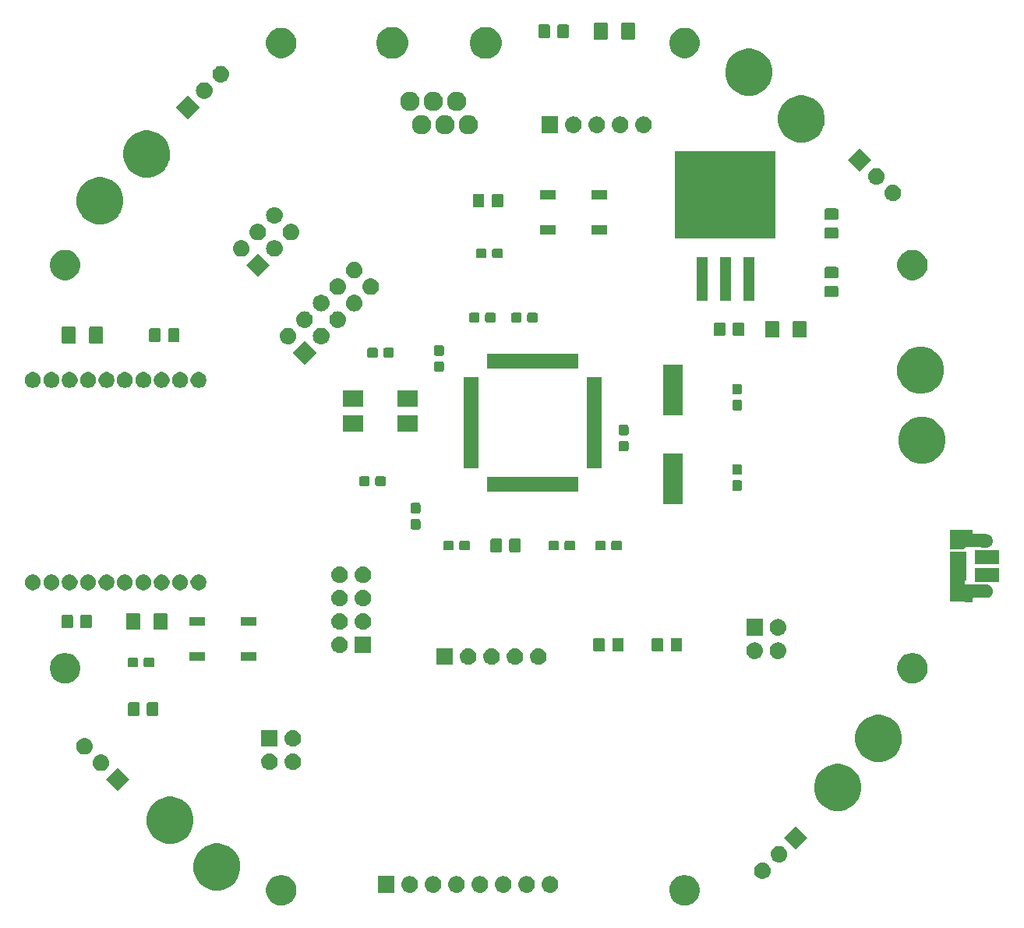
<source format=gbr>
G04 #@! TF.GenerationSoftware,KiCad,Pcbnew,5.0.1-33cea8e~68~ubuntu18.04.1*
G04 #@! TF.CreationDate,2018-12-09T11:33:24-08:00*
G04 #@! TF.ProjectId,quad_copter_pcb,717561645F636F707465725F7063622E,rev?*
G04 #@! TF.SameCoordinates,Original*
G04 #@! TF.FileFunction,Soldermask,Top*
G04 #@! TF.FilePolarity,Negative*
%FSLAX46Y46*%
G04 Gerber Fmt 4.6, Leading zero omitted, Abs format (unit mm)*
G04 Created by KiCad (PCBNEW 5.0.1-33cea8e~68~ubuntu18.04.1) date Sun 09 Dec 2018 11:33:24 AM PST*
%MOMM*%
%LPD*%
G01*
G04 APERTURE LIST*
%ADD10C,0.100000*%
G04 APERTURE END LIST*
D10*
G36*
X167507256Y-137583298D02*
X167613579Y-137604447D01*
X167914042Y-137728903D01*
X168053193Y-137821881D01*
X168184454Y-137909587D01*
X168414413Y-138139546D01*
X168414415Y-138139549D01*
X168595097Y-138409958D01*
X168719553Y-138710421D01*
X168724169Y-138733627D01*
X168783000Y-139029389D01*
X168783000Y-139354611D01*
X168719553Y-139673578D01*
X168595098Y-139974040D01*
X168414413Y-140244454D01*
X168184454Y-140474413D01*
X168184451Y-140474415D01*
X167914042Y-140655097D01*
X167613579Y-140779553D01*
X167507256Y-140800702D01*
X167294611Y-140843000D01*
X166969389Y-140843000D01*
X166756744Y-140800702D01*
X166650421Y-140779553D01*
X166349958Y-140655097D01*
X166079549Y-140474415D01*
X166079546Y-140474413D01*
X165849587Y-140244454D01*
X165668902Y-139974040D01*
X165544447Y-139673578D01*
X165481000Y-139354611D01*
X165481000Y-139029389D01*
X165539831Y-138733627D01*
X165544447Y-138710421D01*
X165668903Y-138409958D01*
X165849585Y-138139549D01*
X165849587Y-138139546D01*
X166079546Y-137909587D01*
X166210807Y-137821881D01*
X166349958Y-137728903D01*
X166650421Y-137604447D01*
X166756744Y-137583298D01*
X166969389Y-137541000D01*
X167294611Y-137541000D01*
X167507256Y-137583298D01*
X167507256Y-137583298D01*
G37*
G36*
X123692256Y-137583298D02*
X123798579Y-137604447D01*
X124099042Y-137728903D01*
X124238193Y-137821881D01*
X124369454Y-137909587D01*
X124599413Y-138139546D01*
X124599415Y-138139549D01*
X124780097Y-138409958D01*
X124904553Y-138710421D01*
X124909169Y-138733627D01*
X124968000Y-139029389D01*
X124968000Y-139354611D01*
X124904553Y-139673578D01*
X124780098Y-139974040D01*
X124599413Y-140244454D01*
X124369454Y-140474413D01*
X124369451Y-140474415D01*
X124099042Y-140655097D01*
X123798579Y-140779553D01*
X123692256Y-140800702D01*
X123479611Y-140843000D01*
X123154389Y-140843000D01*
X122941744Y-140800702D01*
X122835421Y-140779553D01*
X122534958Y-140655097D01*
X122264549Y-140474415D01*
X122264546Y-140474413D01*
X122034587Y-140244454D01*
X121853902Y-139974040D01*
X121729447Y-139673578D01*
X121666000Y-139354611D01*
X121666000Y-139029389D01*
X121724831Y-138733627D01*
X121729447Y-138710421D01*
X121853903Y-138409958D01*
X122034585Y-138139549D01*
X122034587Y-138139546D01*
X122264546Y-137909587D01*
X122395807Y-137821881D01*
X122534958Y-137728903D01*
X122835421Y-137604447D01*
X122941744Y-137583298D01*
X123154389Y-137541000D01*
X123479611Y-137541000D01*
X123692256Y-137583298D01*
X123692256Y-137583298D01*
G37*
G36*
X150097442Y-137662518D02*
X150163627Y-137669037D01*
X150276853Y-137703384D01*
X150333467Y-137720557D01*
X150472087Y-137794652D01*
X150489991Y-137804222D01*
X150511507Y-137821880D01*
X150627186Y-137916814D01*
X150710448Y-138018271D01*
X150739778Y-138054009D01*
X150739779Y-138054011D01*
X150823443Y-138210533D01*
X150823443Y-138210534D01*
X150874963Y-138380373D01*
X150892359Y-138557000D01*
X150874963Y-138733627D01*
X150840616Y-138846853D01*
X150823443Y-138903467D01*
X150818525Y-138912667D01*
X150739778Y-139059991D01*
X150710448Y-139095729D01*
X150627186Y-139197186D01*
X150525729Y-139280448D01*
X150489991Y-139309778D01*
X150489989Y-139309779D01*
X150333467Y-139393443D01*
X150276853Y-139410616D01*
X150163627Y-139444963D01*
X150097442Y-139451482D01*
X150031260Y-139458000D01*
X149942740Y-139458000D01*
X149876558Y-139451482D01*
X149810373Y-139444963D01*
X149697147Y-139410616D01*
X149640533Y-139393443D01*
X149484011Y-139309779D01*
X149484009Y-139309778D01*
X149448271Y-139280448D01*
X149346814Y-139197186D01*
X149263552Y-139095729D01*
X149234222Y-139059991D01*
X149155475Y-138912667D01*
X149150557Y-138903467D01*
X149133384Y-138846853D01*
X149099037Y-138733627D01*
X149081641Y-138557000D01*
X149099037Y-138380373D01*
X149150557Y-138210534D01*
X149150557Y-138210533D01*
X149234221Y-138054011D01*
X149234222Y-138054009D01*
X149263552Y-138018271D01*
X149346814Y-137916814D01*
X149462493Y-137821880D01*
X149484009Y-137804222D01*
X149501913Y-137794652D01*
X149640533Y-137720557D01*
X149697147Y-137703384D01*
X149810373Y-137669037D01*
X149876558Y-137662518D01*
X149942740Y-137656000D01*
X150031260Y-137656000D01*
X150097442Y-137662518D01*
X150097442Y-137662518D01*
G37*
G36*
X152637442Y-137662518D02*
X152703627Y-137669037D01*
X152816853Y-137703384D01*
X152873467Y-137720557D01*
X153012087Y-137794652D01*
X153029991Y-137804222D01*
X153051507Y-137821880D01*
X153167186Y-137916814D01*
X153250448Y-138018271D01*
X153279778Y-138054009D01*
X153279779Y-138054011D01*
X153363443Y-138210533D01*
X153363443Y-138210534D01*
X153414963Y-138380373D01*
X153432359Y-138557000D01*
X153414963Y-138733627D01*
X153380616Y-138846853D01*
X153363443Y-138903467D01*
X153358525Y-138912667D01*
X153279778Y-139059991D01*
X153250448Y-139095729D01*
X153167186Y-139197186D01*
X153065729Y-139280448D01*
X153029991Y-139309778D01*
X153029989Y-139309779D01*
X152873467Y-139393443D01*
X152816853Y-139410616D01*
X152703627Y-139444963D01*
X152637442Y-139451482D01*
X152571260Y-139458000D01*
X152482740Y-139458000D01*
X152416558Y-139451482D01*
X152350373Y-139444963D01*
X152237147Y-139410616D01*
X152180533Y-139393443D01*
X152024011Y-139309779D01*
X152024009Y-139309778D01*
X151988271Y-139280448D01*
X151886814Y-139197186D01*
X151803552Y-139095729D01*
X151774222Y-139059991D01*
X151695475Y-138912667D01*
X151690557Y-138903467D01*
X151673384Y-138846853D01*
X151639037Y-138733627D01*
X151621641Y-138557000D01*
X151639037Y-138380373D01*
X151690557Y-138210534D01*
X151690557Y-138210533D01*
X151774221Y-138054011D01*
X151774222Y-138054009D01*
X151803552Y-138018271D01*
X151886814Y-137916814D01*
X152002493Y-137821880D01*
X152024009Y-137804222D01*
X152041913Y-137794652D01*
X152180533Y-137720557D01*
X152237147Y-137703384D01*
X152350373Y-137669037D01*
X152416558Y-137662518D01*
X152482740Y-137656000D01*
X152571260Y-137656000D01*
X152637442Y-137662518D01*
X152637442Y-137662518D01*
G37*
G36*
X135648000Y-139458000D02*
X133846000Y-139458000D01*
X133846000Y-137656000D01*
X135648000Y-137656000D01*
X135648000Y-139458000D01*
X135648000Y-139458000D01*
G37*
G36*
X137397442Y-137662518D02*
X137463627Y-137669037D01*
X137576853Y-137703384D01*
X137633467Y-137720557D01*
X137772087Y-137794652D01*
X137789991Y-137804222D01*
X137811507Y-137821880D01*
X137927186Y-137916814D01*
X138010448Y-138018271D01*
X138039778Y-138054009D01*
X138039779Y-138054011D01*
X138123443Y-138210533D01*
X138123443Y-138210534D01*
X138174963Y-138380373D01*
X138192359Y-138557000D01*
X138174963Y-138733627D01*
X138140616Y-138846853D01*
X138123443Y-138903467D01*
X138118525Y-138912667D01*
X138039778Y-139059991D01*
X138010448Y-139095729D01*
X137927186Y-139197186D01*
X137825729Y-139280448D01*
X137789991Y-139309778D01*
X137789989Y-139309779D01*
X137633467Y-139393443D01*
X137576853Y-139410616D01*
X137463627Y-139444963D01*
X137397442Y-139451482D01*
X137331260Y-139458000D01*
X137242740Y-139458000D01*
X137176558Y-139451482D01*
X137110373Y-139444963D01*
X136997147Y-139410616D01*
X136940533Y-139393443D01*
X136784011Y-139309779D01*
X136784009Y-139309778D01*
X136748271Y-139280448D01*
X136646814Y-139197186D01*
X136563552Y-139095729D01*
X136534222Y-139059991D01*
X136455475Y-138912667D01*
X136450557Y-138903467D01*
X136433384Y-138846853D01*
X136399037Y-138733627D01*
X136381641Y-138557000D01*
X136399037Y-138380373D01*
X136450557Y-138210534D01*
X136450557Y-138210533D01*
X136534221Y-138054011D01*
X136534222Y-138054009D01*
X136563552Y-138018271D01*
X136646814Y-137916814D01*
X136762493Y-137821880D01*
X136784009Y-137804222D01*
X136801913Y-137794652D01*
X136940533Y-137720557D01*
X136997147Y-137703384D01*
X137110373Y-137669037D01*
X137176558Y-137662518D01*
X137242740Y-137656000D01*
X137331260Y-137656000D01*
X137397442Y-137662518D01*
X137397442Y-137662518D01*
G37*
G36*
X139937442Y-137662518D02*
X140003627Y-137669037D01*
X140116853Y-137703384D01*
X140173467Y-137720557D01*
X140312087Y-137794652D01*
X140329991Y-137804222D01*
X140351507Y-137821880D01*
X140467186Y-137916814D01*
X140550448Y-138018271D01*
X140579778Y-138054009D01*
X140579779Y-138054011D01*
X140663443Y-138210533D01*
X140663443Y-138210534D01*
X140714963Y-138380373D01*
X140732359Y-138557000D01*
X140714963Y-138733627D01*
X140680616Y-138846853D01*
X140663443Y-138903467D01*
X140658525Y-138912667D01*
X140579778Y-139059991D01*
X140550448Y-139095729D01*
X140467186Y-139197186D01*
X140365729Y-139280448D01*
X140329991Y-139309778D01*
X140329989Y-139309779D01*
X140173467Y-139393443D01*
X140116853Y-139410616D01*
X140003627Y-139444963D01*
X139937442Y-139451482D01*
X139871260Y-139458000D01*
X139782740Y-139458000D01*
X139716558Y-139451482D01*
X139650373Y-139444963D01*
X139537147Y-139410616D01*
X139480533Y-139393443D01*
X139324011Y-139309779D01*
X139324009Y-139309778D01*
X139288271Y-139280448D01*
X139186814Y-139197186D01*
X139103552Y-139095729D01*
X139074222Y-139059991D01*
X138995475Y-138912667D01*
X138990557Y-138903467D01*
X138973384Y-138846853D01*
X138939037Y-138733627D01*
X138921641Y-138557000D01*
X138939037Y-138380373D01*
X138990557Y-138210534D01*
X138990557Y-138210533D01*
X139074221Y-138054011D01*
X139074222Y-138054009D01*
X139103552Y-138018271D01*
X139186814Y-137916814D01*
X139302493Y-137821880D01*
X139324009Y-137804222D01*
X139341913Y-137794652D01*
X139480533Y-137720557D01*
X139537147Y-137703384D01*
X139650373Y-137669037D01*
X139716558Y-137662518D01*
X139782740Y-137656000D01*
X139871260Y-137656000D01*
X139937442Y-137662518D01*
X139937442Y-137662518D01*
G37*
G36*
X145017442Y-137662518D02*
X145083627Y-137669037D01*
X145196853Y-137703384D01*
X145253467Y-137720557D01*
X145392087Y-137794652D01*
X145409991Y-137804222D01*
X145431507Y-137821880D01*
X145547186Y-137916814D01*
X145630448Y-138018271D01*
X145659778Y-138054009D01*
X145659779Y-138054011D01*
X145743443Y-138210533D01*
X145743443Y-138210534D01*
X145794963Y-138380373D01*
X145812359Y-138557000D01*
X145794963Y-138733627D01*
X145760616Y-138846853D01*
X145743443Y-138903467D01*
X145738525Y-138912667D01*
X145659778Y-139059991D01*
X145630448Y-139095729D01*
X145547186Y-139197186D01*
X145445729Y-139280448D01*
X145409991Y-139309778D01*
X145409989Y-139309779D01*
X145253467Y-139393443D01*
X145196853Y-139410616D01*
X145083627Y-139444963D01*
X145017442Y-139451482D01*
X144951260Y-139458000D01*
X144862740Y-139458000D01*
X144796558Y-139451482D01*
X144730373Y-139444963D01*
X144617147Y-139410616D01*
X144560533Y-139393443D01*
X144404011Y-139309779D01*
X144404009Y-139309778D01*
X144368271Y-139280448D01*
X144266814Y-139197186D01*
X144183552Y-139095729D01*
X144154222Y-139059991D01*
X144075475Y-138912667D01*
X144070557Y-138903467D01*
X144053384Y-138846853D01*
X144019037Y-138733627D01*
X144001641Y-138557000D01*
X144019037Y-138380373D01*
X144070557Y-138210534D01*
X144070557Y-138210533D01*
X144154221Y-138054011D01*
X144154222Y-138054009D01*
X144183552Y-138018271D01*
X144266814Y-137916814D01*
X144382493Y-137821880D01*
X144404009Y-137804222D01*
X144421913Y-137794652D01*
X144560533Y-137720557D01*
X144617147Y-137703384D01*
X144730373Y-137669037D01*
X144796558Y-137662518D01*
X144862740Y-137656000D01*
X144951260Y-137656000D01*
X145017442Y-137662518D01*
X145017442Y-137662518D01*
G37*
G36*
X142477442Y-137662518D02*
X142543627Y-137669037D01*
X142656853Y-137703384D01*
X142713467Y-137720557D01*
X142852087Y-137794652D01*
X142869991Y-137804222D01*
X142891507Y-137821880D01*
X143007186Y-137916814D01*
X143090448Y-138018271D01*
X143119778Y-138054009D01*
X143119779Y-138054011D01*
X143203443Y-138210533D01*
X143203443Y-138210534D01*
X143254963Y-138380373D01*
X143272359Y-138557000D01*
X143254963Y-138733627D01*
X143220616Y-138846853D01*
X143203443Y-138903467D01*
X143198525Y-138912667D01*
X143119778Y-139059991D01*
X143090448Y-139095729D01*
X143007186Y-139197186D01*
X142905729Y-139280448D01*
X142869991Y-139309778D01*
X142869989Y-139309779D01*
X142713467Y-139393443D01*
X142656853Y-139410616D01*
X142543627Y-139444963D01*
X142477442Y-139451482D01*
X142411260Y-139458000D01*
X142322740Y-139458000D01*
X142256558Y-139451482D01*
X142190373Y-139444963D01*
X142077147Y-139410616D01*
X142020533Y-139393443D01*
X141864011Y-139309779D01*
X141864009Y-139309778D01*
X141828271Y-139280448D01*
X141726814Y-139197186D01*
X141643552Y-139095729D01*
X141614222Y-139059991D01*
X141535475Y-138912667D01*
X141530557Y-138903467D01*
X141513384Y-138846853D01*
X141479037Y-138733627D01*
X141461641Y-138557000D01*
X141479037Y-138380373D01*
X141530557Y-138210534D01*
X141530557Y-138210533D01*
X141614221Y-138054011D01*
X141614222Y-138054009D01*
X141643552Y-138018271D01*
X141726814Y-137916814D01*
X141842493Y-137821880D01*
X141864009Y-137804222D01*
X141881913Y-137794652D01*
X142020533Y-137720557D01*
X142077147Y-137703384D01*
X142190373Y-137669037D01*
X142256558Y-137662518D01*
X142322740Y-137656000D01*
X142411260Y-137656000D01*
X142477442Y-137662518D01*
X142477442Y-137662518D01*
G37*
G36*
X147557442Y-137662518D02*
X147623627Y-137669037D01*
X147736853Y-137703384D01*
X147793467Y-137720557D01*
X147932087Y-137794652D01*
X147949991Y-137804222D01*
X147971507Y-137821880D01*
X148087186Y-137916814D01*
X148170448Y-138018271D01*
X148199778Y-138054009D01*
X148199779Y-138054011D01*
X148283443Y-138210533D01*
X148283443Y-138210534D01*
X148334963Y-138380373D01*
X148352359Y-138557000D01*
X148334963Y-138733627D01*
X148300616Y-138846853D01*
X148283443Y-138903467D01*
X148278525Y-138912667D01*
X148199778Y-139059991D01*
X148170448Y-139095729D01*
X148087186Y-139197186D01*
X147985729Y-139280448D01*
X147949991Y-139309778D01*
X147949989Y-139309779D01*
X147793467Y-139393443D01*
X147736853Y-139410616D01*
X147623627Y-139444963D01*
X147557442Y-139451482D01*
X147491260Y-139458000D01*
X147402740Y-139458000D01*
X147336558Y-139451482D01*
X147270373Y-139444963D01*
X147157147Y-139410616D01*
X147100533Y-139393443D01*
X146944011Y-139309779D01*
X146944009Y-139309778D01*
X146908271Y-139280448D01*
X146806814Y-139197186D01*
X146723552Y-139095729D01*
X146694222Y-139059991D01*
X146615475Y-138912667D01*
X146610557Y-138903467D01*
X146593384Y-138846853D01*
X146559037Y-138733627D01*
X146541641Y-138557000D01*
X146559037Y-138380373D01*
X146610557Y-138210534D01*
X146610557Y-138210533D01*
X146694221Y-138054011D01*
X146694222Y-138054009D01*
X146723552Y-138018271D01*
X146806814Y-137916814D01*
X146922493Y-137821880D01*
X146944009Y-137804222D01*
X146961913Y-137794652D01*
X147100533Y-137720557D01*
X147157147Y-137703384D01*
X147270373Y-137669037D01*
X147336558Y-137662518D01*
X147402740Y-137656000D01*
X147491260Y-137656000D01*
X147557442Y-137662518D01*
X147557442Y-137662518D01*
G37*
G36*
X117076096Y-134199033D02*
X117076098Y-134199034D01*
X117076099Y-134199034D01*
X117540352Y-134391333D01*
X117901830Y-134632865D01*
X117958171Y-134670511D01*
X118313489Y-135025829D01*
X118313491Y-135025832D01*
X118592667Y-135443648D01*
X118730348Y-135776042D01*
X118784967Y-135907904D01*
X118808424Y-136025830D01*
X118883000Y-136400748D01*
X118883000Y-136903252D01*
X118784966Y-137396099D01*
X118592667Y-137860352D01*
X118314750Y-138276284D01*
X118313489Y-138278171D01*
X117958171Y-138633489D01*
X117958168Y-138633491D01*
X117540352Y-138912667D01*
X117076099Y-139104966D01*
X117076098Y-139104966D01*
X117076096Y-139104967D01*
X116583253Y-139203000D01*
X116080747Y-139203000D01*
X115587904Y-139104967D01*
X115587902Y-139104966D01*
X115587901Y-139104966D01*
X115123648Y-138912667D01*
X114705832Y-138633491D01*
X114705829Y-138633489D01*
X114350511Y-138278171D01*
X114349250Y-138276284D01*
X114071333Y-137860352D01*
X113879034Y-137396099D01*
X113781000Y-136903252D01*
X113781000Y-136400748D01*
X113855576Y-136025830D01*
X113879033Y-135907904D01*
X113933652Y-135776042D01*
X114071333Y-135443648D01*
X114350509Y-135025832D01*
X114350511Y-135025829D01*
X114705829Y-134670511D01*
X114762170Y-134632865D01*
X115123648Y-134391333D01*
X115587901Y-134199034D01*
X115587902Y-134199034D01*
X115587904Y-134199033D01*
X116080747Y-134101000D01*
X116583253Y-134101000D01*
X117076096Y-134199033D01*
X117076096Y-134199033D01*
G37*
G36*
X175709558Y-136174051D02*
X175781525Y-136181139D01*
X175894751Y-136215486D01*
X175951365Y-136232659D01*
X176089985Y-136306754D01*
X176107889Y-136316324D01*
X176143627Y-136345654D01*
X176245084Y-136428916D01*
X176328346Y-136530373D01*
X176357676Y-136566111D01*
X176357677Y-136566113D01*
X176441341Y-136722635D01*
X176441341Y-136722636D01*
X176492861Y-136892475D01*
X176510257Y-137069102D01*
X176492861Y-137245729D01*
X176458514Y-137358955D01*
X176441341Y-137415569D01*
X176374296Y-137541000D01*
X176357676Y-137572093D01*
X176331124Y-137604447D01*
X176245084Y-137709288D01*
X176143627Y-137792550D01*
X176107889Y-137821880D01*
X176107887Y-137821881D01*
X175951365Y-137905545D01*
X175914215Y-137916814D01*
X175781525Y-137957065D01*
X175715340Y-137963584D01*
X175649158Y-137970102D01*
X175560638Y-137970102D01*
X175494456Y-137963584D01*
X175428271Y-137957065D01*
X175295581Y-137916814D01*
X175258431Y-137905545D01*
X175101909Y-137821881D01*
X175101907Y-137821880D01*
X175066169Y-137792550D01*
X174964712Y-137709288D01*
X174878672Y-137604447D01*
X174852120Y-137572093D01*
X174835500Y-137541000D01*
X174768455Y-137415569D01*
X174751282Y-137358955D01*
X174716935Y-137245729D01*
X174699539Y-137069102D01*
X174716935Y-136892475D01*
X174768455Y-136722636D01*
X174768455Y-136722635D01*
X174852119Y-136566113D01*
X174852120Y-136566111D01*
X174881450Y-136530373D01*
X174964712Y-136428916D01*
X175066169Y-136345654D01*
X175101907Y-136316324D01*
X175119811Y-136306754D01*
X175258431Y-136232659D01*
X175315045Y-136215486D01*
X175428271Y-136181139D01*
X175500238Y-136174051D01*
X175560638Y-136168102D01*
X175649158Y-136168102D01*
X175709558Y-136174051D01*
X175709558Y-136174051D01*
G37*
G36*
X177511391Y-134378569D02*
X177577576Y-134385088D01*
X177690802Y-134419435D01*
X177747416Y-134436608D01*
X177886036Y-134510703D01*
X177903940Y-134520273D01*
X177939678Y-134549603D01*
X178041135Y-134632865D01*
X178124397Y-134734322D01*
X178153727Y-134770060D01*
X178153728Y-134770062D01*
X178237392Y-134926584D01*
X178237392Y-134926585D01*
X178288912Y-135096424D01*
X178306308Y-135273051D01*
X178288912Y-135449678D01*
X178254565Y-135562904D01*
X178237392Y-135619518D01*
X178163297Y-135758138D01*
X178153727Y-135776042D01*
X178124397Y-135811780D01*
X178041135Y-135913237D01*
X177939678Y-135996499D01*
X177903940Y-136025829D01*
X177903938Y-136025830D01*
X177747416Y-136109494D01*
X177690802Y-136126667D01*
X177577576Y-136161014D01*
X177511391Y-136167533D01*
X177445209Y-136174051D01*
X177356689Y-136174051D01*
X177290507Y-136167533D01*
X177224322Y-136161014D01*
X177111096Y-136126667D01*
X177054482Y-136109494D01*
X176897960Y-136025830D01*
X176897958Y-136025829D01*
X176862220Y-135996499D01*
X176760763Y-135913237D01*
X176677501Y-135811780D01*
X176648171Y-135776042D01*
X176638601Y-135758138D01*
X176564506Y-135619518D01*
X176547333Y-135562904D01*
X176512986Y-135449678D01*
X176495590Y-135273051D01*
X176512986Y-135096424D01*
X176564506Y-134926585D01*
X176564506Y-134926584D01*
X176648170Y-134770062D01*
X176648171Y-134770060D01*
X176677501Y-134734322D01*
X176760763Y-134632865D01*
X176862220Y-134549603D01*
X176897958Y-134520273D01*
X176915862Y-134510703D01*
X177054482Y-134436608D01*
X177111096Y-134419435D01*
X177224322Y-134385088D01*
X177290507Y-134378569D01*
X177356689Y-134372051D01*
X177445209Y-134372051D01*
X177511391Y-134378569D01*
X177511391Y-134378569D01*
G37*
G36*
X180471207Y-133477000D02*
X179197000Y-134751207D01*
X177922793Y-133477000D01*
X179197000Y-132202793D01*
X180471207Y-133477000D01*
X180471207Y-133477000D01*
G37*
G36*
X111996096Y-129119033D02*
X111996098Y-129119034D01*
X111996099Y-129119034D01*
X112460352Y-129311333D01*
X112876284Y-129589250D01*
X112878171Y-129590511D01*
X113233489Y-129945829D01*
X113233491Y-129945832D01*
X113512667Y-130363648D01*
X113704966Y-130827901D01*
X113803000Y-131320748D01*
X113803000Y-131823252D01*
X113704966Y-132316099D01*
X113512667Y-132780352D01*
X113234750Y-133196284D01*
X113233489Y-133198171D01*
X112878171Y-133553489D01*
X112878168Y-133553491D01*
X112460352Y-133832667D01*
X111996099Y-134024966D01*
X111996098Y-134024966D01*
X111996096Y-134024967D01*
X111503253Y-134123000D01*
X111000747Y-134123000D01*
X110507904Y-134024967D01*
X110507902Y-134024966D01*
X110507901Y-134024966D01*
X110043648Y-133832667D01*
X109625832Y-133553491D01*
X109625829Y-133553489D01*
X109270511Y-133198171D01*
X109269250Y-133196284D01*
X108991333Y-132780352D01*
X108799034Y-132316099D01*
X108701000Y-131823252D01*
X108701000Y-131320748D01*
X108799034Y-130827901D01*
X108991333Y-130363648D01*
X109270509Y-129945832D01*
X109270511Y-129945829D01*
X109625829Y-129590511D01*
X109627716Y-129589250D01*
X110043648Y-129311333D01*
X110507901Y-129119034D01*
X110507902Y-129119034D01*
X110507904Y-129119033D01*
X111000747Y-129021000D01*
X111503253Y-129021000D01*
X111996096Y-129119033D01*
X111996096Y-129119033D01*
G37*
G36*
X184513096Y-125563033D02*
X184513098Y-125563034D01*
X184513099Y-125563034D01*
X184977352Y-125755333D01*
X185300322Y-125971135D01*
X185395171Y-126034511D01*
X185750489Y-126389829D01*
X185750491Y-126389832D01*
X186029667Y-126807648D01*
X186221966Y-127271901D01*
X186320000Y-127764748D01*
X186320000Y-128267252D01*
X186221966Y-128760099D01*
X186029667Y-129224352D01*
X185971547Y-129311334D01*
X185750489Y-129642171D01*
X185395171Y-129997489D01*
X185395168Y-129997491D01*
X184977352Y-130276667D01*
X184513099Y-130468966D01*
X184513098Y-130468966D01*
X184513096Y-130468967D01*
X184020253Y-130567000D01*
X183517747Y-130567000D01*
X183024904Y-130468967D01*
X183024902Y-130468966D01*
X183024901Y-130468966D01*
X182560648Y-130276667D01*
X182142832Y-129997491D01*
X182142829Y-129997489D01*
X181787511Y-129642171D01*
X181566453Y-129311334D01*
X181508333Y-129224352D01*
X181316034Y-128760099D01*
X181218000Y-128267252D01*
X181218000Y-127764748D01*
X181316034Y-127271901D01*
X181508333Y-126807648D01*
X181787509Y-126389832D01*
X181787511Y-126389829D01*
X182142829Y-126034511D01*
X182237678Y-125971135D01*
X182560648Y-125755333D01*
X183024901Y-125563034D01*
X183024902Y-125563034D01*
X183024904Y-125563033D01*
X183517747Y-125465000D01*
X184020253Y-125465000D01*
X184513096Y-125563033D01*
X184513096Y-125563033D01*
G37*
G36*
X106811207Y-127127000D02*
X105537000Y-128401207D01*
X104262793Y-127127000D01*
X105537000Y-125852793D01*
X106811207Y-127127000D01*
X106811207Y-127127000D01*
G37*
G36*
X103845609Y-124435898D02*
X103917576Y-124442986D01*
X104030802Y-124477333D01*
X104087416Y-124494506D01*
X104226036Y-124568601D01*
X104243940Y-124578171D01*
X104248380Y-124581815D01*
X104381135Y-124690763D01*
X104464397Y-124792220D01*
X104493727Y-124827958D01*
X104493728Y-124827960D01*
X104577392Y-124984482D01*
X104577392Y-124984483D01*
X104628912Y-125154322D01*
X104646308Y-125330949D01*
X104628912Y-125507576D01*
X104612089Y-125563033D01*
X104577392Y-125677416D01*
X104551963Y-125724989D01*
X104493727Y-125833940D01*
X104478254Y-125852794D01*
X104381135Y-125971135D01*
X104279678Y-126054397D01*
X104243940Y-126083727D01*
X104243938Y-126083728D01*
X104087416Y-126167392D01*
X104030802Y-126184565D01*
X103917576Y-126218912D01*
X103851391Y-126225431D01*
X103785209Y-126231949D01*
X103696689Y-126231949D01*
X103630507Y-126225431D01*
X103564322Y-126218912D01*
X103451096Y-126184565D01*
X103394482Y-126167392D01*
X103237960Y-126083728D01*
X103237958Y-126083727D01*
X103202220Y-126054397D01*
X103100763Y-125971135D01*
X103003644Y-125852794D01*
X102988171Y-125833940D01*
X102929935Y-125724989D01*
X102904506Y-125677416D01*
X102869809Y-125563033D01*
X102852986Y-125507576D01*
X102835590Y-125330949D01*
X102852986Y-125154322D01*
X102904506Y-124984483D01*
X102904506Y-124984482D01*
X102988170Y-124827960D01*
X102988171Y-124827958D01*
X103017501Y-124792220D01*
X103100763Y-124690763D01*
X103233518Y-124581815D01*
X103237958Y-124578171D01*
X103255862Y-124568601D01*
X103394482Y-124494506D01*
X103451096Y-124477333D01*
X103564322Y-124442986D01*
X103636289Y-124435898D01*
X103696689Y-124429949D01*
X103785209Y-124429949D01*
X103845609Y-124435898D01*
X103845609Y-124435898D01*
G37*
G36*
X122157442Y-124327518D02*
X122223627Y-124334037D01*
X122336853Y-124368384D01*
X122393467Y-124385557D01*
X122476517Y-124429949D01*
X122549991Y-124469222D01*
X122580799Y-124494506D01*
X122687186Y-124581814D01*
X122770448Y-124683271D01*
X122799778Y-124719009D01*
X122799779Y-124719011D01*
X122883443Y-124875533D01*
X122883443Y-124875534D01*
X122934963Y-125045373D01*
X122952359Y-125222000D01*
X122934963Y-125398627D01*
X122914829Y-125465000D01*
X122883443Y-125568467D01*
X122825208Y-125677415D01*
X122799778Y-125724991D01*
X122774877Y-125755333D01*
X122687186Y-125862186D01*
X122585729Y-125945448D01*
X122549991Y-125974778D01*
X122549989Y-125974779D01*
X122393467Y-126058443D01*
X122336853Y-126075616D01*
X122223627Y-126109963D01*
X122157443Y-126116481D01*
X122091260Y-126123000D01*
X122002740Y-126123000D01*
X121936557Y-126116481D01*
X121870373Y-126109963D01*
X121757147Y-126075616D01*
X121700533Y-126058443D01*
X121544011Y-125974779D01*
X121544009Y-125974778D01*
X121508271Y-125945448D01*
X121406814Y-125862186D01*
X121319123Y-125755333D01*
X121294222Y-125724991D01*
X121268792Y-125677415D01*
X121210557Y-125568467D01*
X121179171Y-125465000D01*
X121159037Y-125398627D01*
X121141641Y-125222000D01*
X121159037Y-125045373D01*
X121210557Y-124875534D01*
X121210557Y-124875533D01*
X121294221Y-124719011D01*
X121294222Y-124719009D01*
X121323552Y-124683271D01*
X121406814Y-124581814D01*
X121513201Y-124494506D01*
X121544009Y-124469222D01*
X121617483Y-124429949D01*
X121700533Y-124385557D01*
X121757147Y-124368384D01*
X121870373Y-124334037D01*
X121936558Y-124327518D01*
X122002740Y-124321000D01*
X122091260Y-124321000D01*
X122157442Y-124327518D01*
X122157442Y-124327518D01*
G37*
G36*
X124697442Y-124327518D02*
X124763627Y-124334037D01*
X124876853Y-124368384D01*
X124933467Y-124385557D01*
X125016517Y-124429949D01*
X125089991Y-124469222D01*
X125120799Y-124494506D01*
X125227186Y-124581814D01*
X125310448Y-124683271D01*
X125339778Y-124719009D01*
X125339779Y-124719011D01*
X125423443Y-124875533D01*
X125423443Y-124875534D01*
X125474963Y-125045373D01*
X125492359Y-125222000D01*
X125474963Y-125398627D01*
X125454829Y-125465000D01*
X125423443Y-125568467D01*
X125365208Y-125677415D01*
X125339778Y-125724991D01*
X125314877Y-125755333D01*
X125227186Y-125862186D01*
X125125729Y-125945448D01*
X125089991Y-125974778D01*
X125089989Y-125974779D01*
X124933467Y-126058443D01*
X124876853Y-126075616D01*
X124763627Y-126109963D01*
X124697443Y-126116481D01*
X124631260Y-126123000D01*
X124542740Y-126123000D01*
X124476557Y-126116481D01*
X124410373Y-126109963D01*
X124297147Y-126075616D01*
X124240533Y-126058443D01*
X124084011Y-125974779D01*
X124084009Y-125974778D01*
X124048271Y-125945448D01*
X123946814Y-125862186D01*
X123859123Y-125755333D01*
X123834222Y-125724991D01*
X123808792Y-125677415D01*
X123750557Y-125568467D01*
X123719171Y-125465000D01*
X123699037Y-125398627D01*
X123681641Y-125222000D01*
X123699037Y-125045373D01*
X123750557Y-124875534D01*
X123750557Y-124875533D01*
X123834221Y-124719011D01*
X123834222Y-124719009D01*
X123863552Y-124683271D01*
X123946814Y-124581814D01*
X124053201Y-124494506D01*
X124084009Y-124469222D01*
X124157483Y-124429949D01*
X124240533Y-124385557D01*
X124297147Y-124368384D01*
X124410373Y-124334037D01*
X124476558Y-124327518D01*
X124542740Y-124321000D01*
X124631260Y-124321000D01*
X124697442Y-124327518D01*
X124697442Y-124327518D01*
G37*
G36*
X188958096Y-120229033D02*
X188958098Y-120229034D01*
X188958099Y-120229034D01*
X189422352Y-120421333D01*
X189838284Y-120699250D01*
X189840171Y-120700511D01*
X190195489Y-121055829D01*
X190195491Y-121055832D01*
X190474667Y-121473648D01*
X190663371Y-121929222D01*
X190666967Y-121937904D01*
X190765000Y-122430747D01*
X190765000Y-122933253D01*
X190714242Y-123188432D01*
X190666966Y-123426099D01*
X190474667Y-123890352D01*
X190284415Y-124175084D01*
X190195489Y-124308171D01*
X189840171Y-124663489D01*
X189840168Y-124663491D01*
X189422352Y-124942667D01*
X188958099Y-125134966D01*
X188958098Y-125134966D01*
X188958096Y-125134967D01*
X188465253Y-125233000D01*
X187962747Y-125233000D01*
X187469904Y-125134967D01*
X187469902Y-125134966D01*
X187469901Y-125134966D01*
X187005648Y-124942667D01*
X186587832Y-124663491D01*
X186587829Y-124663489D01*
X186232511Y-124308171D01*
X186143585Y-124175084D01*
X185953333Y-123890352D01*
X185761034Y-123426099D01*
X185713759Y-123188432D01*
X185663000Y-122933253D01*
X185663000Y-122430747D01*
X185761033Y-121937904D01*
X185764629Y-121929222D01*
X185953333Y-121473648D01*
X186232509Y-121055832D01*
X186232511Y-121055829D01*
X186587829Y-120700511D01*
X186589716Y-120699250D01*
X187005648Y-120421333D01*
X187469901Y-120229034D01*
X187469902Y-120229034D01*
X187469904Y-120229033D01*
X187962747Y-120131000D01*
X188465253Y-120131000D01*
X188958096Y-120229033D01*
X188958096Y-120229033D01*
G37*
G36*
X102055341Y-122640417D02*
X102121525Y-122646935D01*
X102234751Y-122681282D01*
X102291365Y-122698455D01*
X102429985Y-122772550D01*
X102447889Y-122782120D01*
X102483627Y-122811450D01*
X102585084Y-122894712D01*
X102668346Y-122996169D01*
X102697676Y-123031907D01*
X102697677Y-123031909D01*
X102781341Y-123188431D01*
X102781341Y-123188432D01*
X102832861Y-123358271D01*
X102850257Y-123534898D01*
X102832861Y-123711525D01*
X102798514Y-123824751D01*
X102781341Y-123881365D01*
X102776537Y-123890352D01*
X102697676Y-124037889D01*
X102668346Y-124073627D01*
X102585084Y-124175084D01*
X102483627Y-124258346D01*
X102447889Y-124287676D01*
X102447887Y-124287677D01*
X102291365Y-124371341D01*
X102244500Y-124385557D01*
X102121525Y-124422861D01*
X102055341Y-124429379D01*
X101989158Y-124435898D01*
X101900638Y-124435898D01*
X101834455Y-124429379D01*
X101768271Y-124422861D01*
X101645296Y-124385557D01*
X101598431Y-124371341D01*
X101441909Y-124287677D01*
X101441907Y-124287676D01*
X101406169Y-124258346D01*
X101304712Y-124175084D01*
X101221450Y-124073627D01*
X101192120Y-124037889D01*
X101113259Y-123890352D01*
X101108455Y-123881365D01*
X101091282Y-123824751D01*
X101056935Y-123711525D01*
X101039539Y-123534898D01*
X101056935Y-123358271D01*
X101108455Y-123188432D01*
X101108455Y-123188431D01*
X101192119Y-123031909D01*
X101192120Y-123031907D01*
X101221450Y-122996169D01*
X101304712Y-122894712D01*
X101406169Y-122811450D01*
X101441907Y-122782120D01*
X101459811Y-122772550D01*
X101598431Y-122698455D01*
X101655045Y-122681282D01*
X101768271Y-122646935D01*
X101834455Y-122640417D01*
X101900638Y-122633898D01*
X101989158Y-122633898D01*
X102055341Y-122640417D01*
X102055341Y-122640417D01*
G37*
G36*
X124697443Y-121787519D02*
X124763627Y-121794037D01*
X124876853Y-121828384D01*
X124933467Y-121845557D01*
X125072087Y-121919652D01*
X125089991Y-121929222D01*
X125125729Y-121958552D01*
X125227186Y-122041814D01*
X125310448Y-122143271D01*
X125339778Y-122179009D01*
X125339779Y-122179011D01*
X125423443Y-122335533D01*
X125423443Y-122335534D01*
X125474963Y-122505373D01*
X125492359Y-122682000D01*
X125474963Y-122858627D01*
X125464016Y-122894713D01*
X125423443Y-123028467D01*
X125421604Y-123031907D01*
X125339778Y-123184991D01*
X125310448Y-123220729D01*
X125227186Y-123322186D01*
X125125729Y-123405448D01*
X125089991Y-123434778D01*
X125089989Y-123434779D01*
X124933467Y-123518443D01*
X124879221Y-123534898D01*
X124763627Y-123569963D01*
X124697443Y-123576481D01*
X124631260Y-123583000D01*
X124542740Y-123583000D01*
X124476557Y-123576481D01*
X124410373Y-123569963D01*
X124294779Y-123534898D01*
X124240533Y-123518443D01*
X124084011Y-123434779D01*
X124084009Y-123434778D01*
X124048271Y-123405448D01*
X123946814Y-123322186D01*
X123863552Y-123220729D01*
X123834222Y-123184991D01*
X123752396Y-123031907D01*
X123750557Y-123028467D01*
X123709984Y-122894713D01*
X123699037Y-122858627D01*
X123681641Y-122682000D01*
X123699037Y-122505373D01*
X123750557Y-122335534D01*
X123750557Y-122335533D01*
X123834221Y-122179011D01*
X123834222Y-122179009D01*
X123863552Y-122143271D01*
X123946814Y-122041814D01*
X124048271Y-121958552D01*
X124084009Y-121929222D01*
X124101913Y-121919652D01*
X124240533Y-121845557D01*
X124297147Y-121828384D01*
X124410373Y-121794037D01*
X124476557Y-121787519D01*
X124542740Y-121781000D01*
X124631260Y-121781000D01*
X124697443Y-121787519D01*
X124697443Y-121787519D01*
G37*
G36*
X122948000Y-123583000D02*
X121146000Y-123583000D01*
X121146000Y-121781000D01*
X122948000Y-121781000D01*
X122948000Y-123583000D01*
X122948000Y-123583000D01*
G37*
G36*
X109810677Y-118760465D02*
X109848364Y-118771898D01*
X109883103Y-118790466D01*
X109913548Y-118815452D01*
X109938534Y-118845897D01*
X109957102Y-118880636D01*
X109968535Y-118918323D01*
X109973000Y-118963661D01*
X109973000Y-120050339D01*
X109968535Y-120095677D01*
X109957102Y-120133364D01*
X109938534Y-120168103D01*
X109913548Y-120198548D01*
X109883103Y-120223534D01*
X109848364Y-120242102D01*
X109810677Y-120253535D01*
X109765339Y-120258000D01*
X108928661Y-120258000D01*
X108883323Y-120253535D01*
X108845636Y-120242102D01*
X108810897Y-120223534D01*
X108780452Y-120198548D01*
X108755466Y-120168103D01*
X108736898Y-120133364D01*
X108725465Y-120095677D01*
X108721000Y-120050339D01*
X108721000Y-118963661D01*
X108725465Y-118918323D01*
X108736898Y-118880636D01*
X108755466Y-118845897D01*
X108780452Y-118815452D01*
X108810897Y-118790466D01*
X108845636Y-118771898D01*
X108883323Y-118760465D01*
X108928661Y-118756000D01*
X109765339Y-118756000D01*
X109810677Y-118760465D01*
X109810677Y-118760465D01*
G37*
G36*
X107760677Y-118760465D02*
X107798364Y-118771898D01*
X107833103Y-118790466D01*
X107863548Y-118815452D01*
X107888534Y-118845897D01*
X107907102Y-118880636D01*
X107918535Y-118918323D01*
X107923000Y-118963661D01*
X107923000Y-120050339D01*
X107918535Y-120095677D01*
X107907102Y-120133364D01*
X107888534Y-120168103D01*
X107863548Y-120198548D01*
X107833103Y-120223534D01*
X107798364Y-120242102D01*
X107760677Y-120253535D01*
X107715339Y-120258000D01*
X106878661Y-120258000D01*
X106833323Y-120253535D01*
X106795636Y-120242102D01*
X106760897Y-120223534D01*
X106730452Y-120198548D01*
X106705466Y-120168103D01*
X106686898Y-120133364D01*
X106675465Y-120095677D01*
X106671000Y-120050339D01*
X106671000Y-118963661D01*
X106675465Y-118918323D01*
X106686898Y-118880636D01*
X106705466Y-118845897D01*
X106730452Y-118815452D01*
X106760897Y-118790466D01*
X106795636Y-118771898D01*
X106833323Y-118760465D01*
X106878661Y-118756000D01*
X107715339Y-118756000D01*
X107760677Y-118760465D01*
X107760677Y-118760465D01*
G37*
G36*
X192272256Y-113453298D02*
X192378579Y-113474447D01*
X192679042Y-113598903D01*
X192703691Y-113615373D01*
X192949454Y-113779587D01*
X193179413Y-114009546D01*
X193179415Y-114009549D01*
X193360097Y-114279958D01*
X193469790Y-114544779D01*
X193484553Y-114580422D01*
X193548000Y-114899389D01*
X193548000Y-115224611D01*
X193484553Y-115543578D01*
X193360098Y-115844040D01*
X193179413Y-116114454D01*
X192949454Y-116344413D01*
X192949451Y-116344415D01*
X192679042Y-116525097D01*
X192378579Y-116649553D01*
X192272256Y-116670702D01*
X192059611Y-116713000D01*
X191734389Y-116713000D01*
X191521744Y-116670702D01*
X191415421Y-116649553D01*
X191114958Y-116525097D01*
X190844549Y-116344415D01*
X190844546Y-116344413D01*
X190614587Y-116114454D01*
X190433902Y-115844040D01*
X190309447Y-115543578D01*
X190246000Y-115224611D01*
X190246000Y-114899389D01*
X190309447Y-114580422D01*
X190324211Y-114544779D01*
X190433903Y-114279958D01*
X190614585Y-114009549D01*
X190614587Y-114009546D01*
X190844546Y-113779587D01*
X191090309Y-113615373D01*
X191114958Y-113598903D01*
X191415421Y-113474447D01*
X191521744Y-113453298D01*
X191734389Y-113411000D01*
X192059611Y-113411000D01*
X192272256Y-113453298D01*
X192272256Y-113453298D01*
G37*
G36*
X100197256Y-113453298D02*
X100303579Y-113474447D01*
X100604042Y-113598903D01*
X100628691Y-113615373D01*
X100874454Y-113779587D01*
X101104413Y-114009546D01*
X101104415Y-114009549D01*
X101285097Y-114279958D01*
X101394790Y-114544779D01*
X101409553Y-114580422D01*
X101473000Y-114899389D01*
X101473000Y-115224611D01*
X101409553Y-115543578D01*
X101285098Y-115844040D01*
X101104413Y-116114454D01*
X100874454Y-116344413D01*
X100874451Y-116344415D01*
X100604042Y-116525097D01*
X100303579Y-116649553D01*
X100197256Y-116670702D01*
X99984611Y-116713000D01*
X99659389Y-116713000D01*
X99446744Y-116670702D01*
X99340421Y-116649553D01*
X99039958Y-116525097D01*
X98769549Y-116344415D01*
X98769546Y-116344413D01*
X98539587Y-116114454D01*
X98358902Y-115844040D01*
X98234447Y-115543578D01*
X98171000Y-115224611D01*
X98171000Y-114899389D01*
X98234447Y-114580422D01*
X98249211Y-114544779D01*
X98358903Y-114279958D01*
X98539585Y-114009549D01*
X98539587Y-114009546D01*
X98769546Y-113779587D01*
X99015309Y-113615373D01*
X99039958Y-113598903D01*
X99340421Y-113474447D01*
X99446744Y-113453298D01*
X99659389Y-113411000D01*
X99984611Y-113411000D01*
X100197256Y-113453298D01*
X100197256Y-113453298D01*
G37*
G36*
X109366499Y-113905445D02*
X109403993Y-113916819D01*
X109438557Y-113935294D01*
X109468847Y-113960153D01*
X109493706Y-113990443D01*
X109512181Y-114025007D01*
X109523555Y-114062501D01*
X109528000Y-114107638D01*
X109528000Y-114746362D01*
X109523555Y-114791499D01*
X109512181Y-114828993D01*
X109493706Y-114863557D01*
X109468847Y-114893847D01*
X109438557Y-114918706D01*
X109403993Y-114937181D01*
X109366499Y-114948555D01*
X109321362Y-114953000D01*
X108582638Y-114953000D01*
X108537501Y-114948555D01*
X108500007Y-114937181D01*
X108465443Y-114918706D01*
X108435153Y-114893847D01*
X108410294Y-114863557D01*
X108391819Y-114828993D01*
X108380445Y-114791499D01*
X108376000Y-114746362D01*
X108376000Y-114107638D01*
X108380445Y-114062501D01*
X108391819Y-114025007D01*
X108410294Y-113990443D01*
X108435153Y-113960153D01*
X108465443Y-113935294D01*
X108500007Y-113916819D01*
X108537501Y-113905445D01*
X108582638Y-113901000D01*
X109321362Y-113901000D01*
X109366499Y-113905445D01*
X109366499Y-113905445D01*
G37*
G36*
X107616499Y-113905445D02*
X107653993Y-113916819D01*
X107688557Y-113935294D01*
X107718847Y-113960153D01*
X107743706Y-113990443D01*
X107762181Y-114025007D01*
X107773555Y-114062501D01*
X107778000Y-114107638D01*
X107778000Y-114746362D01*
X107773555Y-114791499D01*
X107762181Y-114828993D01*
X107743706Y-114863557D01*
X107718847Y-114893847D01*
X107688557Y-114918706D01*
X107653993Y-114937181D01*
X107616499Y-114948555D01*
X107571362Y-114953000D01*
X106832638Y-114953000D01*
X106787501Y-114948555D01*
X106750007Y-114937181D01*
X106715443Y-114918706D01*
X106685153Y-114893847D01*
X106660294Y-114863557D01*
X106641819Y-114828993D01*
X106630445Y-114791499D01*
X106626000Y-114746362D01*
X106626000Y-114107638D01*
X106630445Y-114062501D01*
X106641819Y-114025007D01*
X106660294Y-113990443D01*
X106685153Y-113960153D01*
X106715443Y-113935294D01*
X106750007Y-113916819D01*
X106787501Y-113905445D01*
X106832638Y-113901000D01*
X107571362Y-113901000D01*
X107616499Y-113905445D01*
X107616499Y-113905445D01*
G37*
G36*
X143747442Y-112897518D02*
X143813627Y-112904037D01*
X143926853Y-112938384D01*
X143983467Y-112955557D01*
X144068160Y-113000827D01*
X144139991Y-113039222D01*
X144171814Y-113065339D01*
X144277186Y-113151814D01*
X144338996Y-113227131D01*
X144389778Y-113289009D01*
X144389779Y-113289011D01*
X144473443Y-113445533D01*
X144473443Y-113445534D01*
X144524963Y-113615373D01*
X144542359Y-113792000D01*
X144524963Y-113968627D01*
X144507860Y-114025007D01*
X144473443Y-114138467D01*
X144459795Y-114164000D01*
X144389778Y-114294991D01*
X144360448Y-114330729D01*
X144277186Y-114432186D01*
X144175729Y-114515448D01*
X144139991Y-114544778D01*
X144139989Y-114544779D01*
X143983467Y-114628443D01*
X143926853Y-114645616D01*
X143813627Y-114679963D01*
X143747443Y-114686481D01*
X143681260Y-114693000D01*
X143592740Y-114693000D01*
X143526557Y-114686481D01*
X143460373Y-114679963D01*
X143347147Y-114645616D01*
X143290533Y-114628443D01*
X143134011Y-114544779D01*
X143134009Y-114544778D01*
X143098271Y-114515448D01*
X142996814Y-114432186D01*
X142913552Y-114330729D01*
X142884222Y-114294991D01*
X142814205Y-114164000D01*
X142800557Y-114138467D01*
X142766140Y-114025007D01*
X142749037Y-113968627D01*
X142731641Y-113792000D01*
X142749037Y-113615373D01*
X142800557Y-113445534D01*
X142800557Y-113445533D01*
X142884221Y-113289011D01*
X142884222Y-113289009D01*
X142935004Y-113227131D01*
X142996814Y-113151814D01*
X143102186Y-113065339D01*
X143134009Y-113039222D01*
X143205840Y-113000827D01*
X143290533Y-112955557D01*
X143347147Y-112938384D01*
X143460373Y-112904037D01*
X143526558Y-112897518D01*
X143592740Y-112891000D01*
X143681260Y-112891000D01*
X143747442Y-112897518D01*
X143747442Y-112897518D01*
G37*
G36*
X151367442Y-112897518D02*
X151433627Y-112904037D01*
X151546853Y-112938384D01*
X151603467Y-112955557D01*
X151688160Y-113000827D01*
X151759991Y-113039222D01*
X151791814Y-113065339D01*
X151897186Y-113151814D01*
X151958996Y-113227131D01*
X152009778Y-113289009D01*
X152009779Y-113289011D01*
X152093443Y-113445533D01*
X152093443Y-113445534D01*
X152144963Y-113615373D01*
X152162359Y-113792000D01*
X152144963Y-113968627D01*
X152127860Y-114025007D01*
X152093443Y-114138467D01*
X152079795Y-114164000D01*
X152009778Y-114294991D01*
X151980448Y-114330729D01*
X151897186Y-114432186D01*
X151795729Y-114515448D01*
X151759991Y-114544778D01*
X151759989Y-114544779D01*
X151603467Y-114628443D01*
X151546853Y-114645616D01*
X151433627Y-114679963D01*
X151367443Y-114686481D01*
X151301260Y-114693000D01*
X151212740Y-114693000D01*
X151146557Y-114686481D01*
X151080373Y-114679963D01*
X150967147Y-114645616D01*
X150910533Y-114628443D01*
X150754011Y-114544779D01*
X150754009Y-114544778D01*
X150718271Y-114515448D01*
X150616814Y-114432186D01*
X150533552Y-114330729D01*
X150504222Y-114294991D01*
X150434205Y-114164000D01*
X150420557Y-114138467D01*
X150386140Y-114025007D01*
X150369037Y-113968627D01*
X150351641Y-113792000D01*
X150369037Y-113615373D01*
X150420557Y-113445534D01*
X150420557Y-113445533D01*
X150504221Y-113289011D01*
X150504222Y-113289009D01*
X150555004Y-113227131D01*
X150616814Y-113151814D01*
X150722186Y-113065339D01*
X150754009Y-113039222D01*
X150825840Y-113000827D01*
X150910533Y-112955557D01*
X150967147Y-112938384D01*
X151080373Y-112904037D01*
X151146558Y-112897518D01*
X151212740Y-112891000D01*
X151301260Y-112891000D01*
X151367442Y-112897518D01*
X151367442Y-112897518D01*
G37*
G36*
X148827442Y-112897518D02*
X148893627Y-112904037D01*
X149006853Y-112938384D01*
X149063467Y-112955557D01*
X149148160Y-113000827D01*
X149219991Y-113039222D01*
X149251814Y-113065339D01*
X149357186Y-113151814D01*
X149418996Y-113227131D01*
X149469778Y-113289009D01*
X149469779Y-113289011D01*
X149553443Y-113445533D01*
X149553443Y-113445534D01*
X149604963Y-113615373D01*
X149622359Y-113792000D01*
X149604963Y-113968627D01*
X149587860Y-114025007D01*
X149553443Y-114138467D01*
X149539795Y-114164000D01*
X149469778Y-114294991D01*
X149440448Y-114330729D01*
X149357186Y-114432186D01*
X149255729Y-114515448D01*
X149219991Y-114544778D01*
X149219989Y-114544779D01*
X149063467Y-114628443D01*
X149006853Y-114645616D01*
X148893627Y-114679963D01*
X148827443Y-114686481D01*
X148761260Y-114693000D01*
X148672740Y-114693000D01*
X148606557Y-114686481D01*
X148540373Y-114679963D01*
X148427147Y-114645616D01*
X148370533Y-114628443D01*
X148214011Y-114544779D01*
X148214009Y-114544778D01*
X148178271Y-114515448D01*
X148076814Y-114432186D01*
X147993552Y-114330729D01*
X147964222Y-114294991D01*
X147894205Y-114164000D01*
X147880557Y-114138467D01*
X147846140Y-114025007D01*
X147829037Y-113968627D01*
X147811641Y-113792000D01*
X147829037Y-113615373D01*
X147880557Y-113445534D01*
X147880557Y-113445533D01*
X147964221Y-113289011D01*
X147964222Y-113289009D01*
X148015004Y-113227131D01*
X148076814Y-113151814D01*
X148182186Y-113065339D01*
X148214009Y-113039222D01*
X148285840Y-113000827D01*
X148370533Y-112955557D01*
X148427147Y-112938384D01*
X148540373Y-112904037D01*
X148606558Y-112897518D01*
X148672740Y-112891000D01*
X148761260Y-112891000D01*
X148827442Y-112897518D01*
X148827442Y-112897518D01*
G37*
G36*
X146287442Y-112897518D02*
X146353627Y-112904037D01*
X146466853Y-112938384D01*
X146523467Y-112955557D01*
X146608160Y-113000827D01*
X146679991Y-113039222D01*
X146711814Y-113065339D01*
X146817186Y-113151814D01*
X146878996Y-113227131D01*
X146929778Y-113289009D01*
X146929779Y-113289011D01*
X147013443Y-113445533D01*
X147013443Y-113445534D01*
X147064963Y-113615373D01*
X147082359Y-113792000D01*
X147064963Y-113968627D01*
X147047860Y-114025007D01*
X147013443Y-114138467D01*
X146999795Y-114164000D01*
X146929778Y-114294991D01*
X146900448Y-114330729D01*
X146817186Y-114432186D01*
X146715729Y-114515448D01*
X146679991Y-114544778D01*
X146679989Y-114544779D01*
X146523467Y-114628443D01*
X146466853Y-114645616D01*
X146353627Y-114679963D01*
X146287443Y-114686481D01*
X146221260Y-114693000D01*
X146132740Y-114693000D01*
X146066557Y-114686481D01*
X146000373Y-114679963D01*
X145887147Y-114645616D01*
X145830533Y-114628443D01*
X145674011Y-114544779D01*
X145674009Y-114544778D01*
X145638271Y-114515448D01*
X145536814Y-114432186D01*
X145453552Y-114330729D01*
X145424222Y-114294991D01*
X145354205Y-114164000D01*
X145340557Y-114138467D01*
X145306140Y-114025007D01*
X145289037Y-113968627D01*
X145271641Y-113792000D01*
X145289037Y-113615373D01*
X145340557Y-113445534D01*
X145340557Y-113445533D01*
X145424221Y-113289011D01*
X145424222Y-113289009D01*
X145475004Y-113227131D01*
X145536814Y-113151814D01*
X145642186Y-113065339D01*
X145674009Y-113039222D01*
X145745840Y-113000827D01*
X145830533Y-112955557D01*
X145887147Y-112938384D01*
X146000373Y-112904037D01*
X146066558Y-112897518D01*
X146132740Y-112891000D01*
X146221260Y-112891000D01*
X146287442Y-112897518D01*
X146287442Y-112897518D01*
G37*
G36*
X141998000Y-114693000D02*
X140196000Y-114693000D01*
X140196000Y-112891000D01*
X141998000Y-112891000D01*
X141998000Y-114693000D01*
X141998000Y-114693000D01*
G37*
G36*
X120624600Y-114274600D02*
X118897400Y-114274600D01*
X118897400Y-113309400D01*
X120624600Y-113309400D01*
X120624600Y-114274600D01*
X120624600Y-114274600D01*
G37*
G36*
X115036600Y-114274600D02*
X113309400Y-114274600D01*
X113309400Y-113309400D01*
X115036600Y-113309400D01*
X115036600Y-114274600D01*
X115036600Y-114274600D01*
G37*
G36*
X174862443Y-112262519D02*
X174928627Y-112269037D01*
X175041853Y-112303384D01*
X175098467Y-112320557D01*
X175237087Y-112394652D01*
X175254991Y-112404222D01*
X175290729Y-112433552D01*
X175392186Y-112516814D01*
X175475448Y-112618271D01*
X175504778Y-112654009D01*
X175504779Y-112654011D01*
X175588443Y-112810533D01*
X175588443Y-112810534D01*
X175639963Y-112980373D01*
X175657359Y-113157000D01*
X175639963Y-113333627D01*
X175632435Y-113358443D01*
X175588443Y-113503467D01*
X175528627Y-113615373D01*
X175504778Y-113659991D01*
X175475448Y-113695729D01*
X175392186Y-113797186D01*
X175290729Y-113880448D01*
X175254991Y-113909778D01*
X175254989Y-113909779D01*
X175098467Y-113993443D01*
X175045381Y-114009546D01*
X174928627Y-114044963D01*
X174862442Y-114051482D01*
X174796260Y-114058000D01*
X174707740Y-114058000D01*
X174641558Y-114051482D01*
X174575373Y-114044963D01*
X174458619Y-114009546D01*
X174405533Y-113993443D01*
X174249011Y-113909779D01*
X174249009Y-113909778D01*
X174213271Y-113880448D01*
X174111814Y-113797186D01*
X174028552Y-113695729D01*
X173999222Y-113659991D01*
X173975373Y-113615373D01*
X173915557Y-113503467D01*
X173871565Y-113358443D01*
X173864037Y-113333627D01*
X173846641Y-113157000D01*
X173864037Y-112980373D01*
X173915557Y-112810534D01*
X173915557Y-112810533D01*
X173999221Y-112654011D01*
X173999222Y-112654009D01*
X174028552Y-112618271D01*
X174111814Y-112516814D01*
X174213271Y-112433552D01*
X174249009Y-112404222D01*
X174266913Y-112394652D01*
X174405533Y-112320557D01*
X174462147Y-112303384D01*
X174575373Y-112269037D01*
X174641557Y-112262519D01*
X174707740Y-112256000D01*
X174796260Y-112256000D01*
X174862443Y-112262519D01*
X174862443Y-112262519D01*
G37*
G36*
X177402443Y-112262519D02*
X177468627Y-112269037D01*
X177581853Y-112303384D01*
X177638467Y-112320557D01*
X177777087Y-112394652D01*
X177794991Y-112404222D01*
X177830729Y-112433552D01*
X177932186Y-112516814D01*
X178015448Y-112618271D01*
X178044778Y-112654009D01*
X178044779Y-112654011D01*
X178128443Y-112810533D01*
X178128443Y-112810534D01*
X178179963Y-112980373D01*
X178197359Y-113157000D01*
X178179963Y-113333627D01*
X178172435Y-113358443D01*
X178128443Y-113503467D01*
X178068627Y-113615373D01*
X178044778Y-113659991D01*
X178015448Y-113695729D01*
X177932186Y-113797186D01*
X177830729Y-113880448D01*
X177794991Y-113909778D01*
X177794989Y-113909779D01*
X177638467Y-113993443D01*
X177585381Y-114009546D01*
X177468627Y-114044963D01*
X177402442Y-114051482D01*
X177336260Y-114058000D01*
X177247740Y-114058000D01*
X177181558Y-114051482D01*
X177115373Y-114044963D01*
X176998619Y-114009546D01*
X176945533Y-113993443D01*
X176789011Y-113909779D01*
X176789009Y-113909778D01*
X176753271Y-113880448D01*
X176651814Y-113797186D01*
X176568552Y-113695729D01*
X176539222Y-113659991D01*
X176515373Y-113615373D01*
X176455557Y-113503467D01*
X176411565Y-113358443D01*
X176404037Y-113333627D01*
X176386641Y-113157000D01*
X176404037Y-112980373D01*
X176455557Y-112810534D01*
X176455557Y-112810533D01*
X176539221Y-112654011D01*
X176539222Y-112654009D01*
X176568552Y-112618271D01*
X176651814Y-112516814D01*
X176753271Y-112433552D01*
X176789009Y-112404222D01*
X176806913Y-112394652D01*
X176945533Y-112320557D01*
X177002147Y-112303384D01*
X177115373Y-112269037D01*
X177181557Y-112262519D01*
X177247740Y-112256000D01*
X177336260Y-112256000D01*
X177402443Y-112262519D01*
X177402443Y-112262519D01*
G37*
G36*
X133108000Y-113423000D02*
X131306000Y-113423000D01*
X131306000Y-111621000D01*
X133108000Y-111621000D01*
X133108000Y-113423000D01*
X133108000Y-113423000D01*
G37*
G36*
X129777442Y-111627518D02*
X129843627Y-111634037D01*
X129956853Y-111668384D01*
X130013467Y-111685557D01*
X130152087Y-111759652D01*
X130169991Y-111769222D01*
X130178530Y-111776230D01*
X130307186Y-111881814D01*
X130386665Y-111978661D01*
X130419778Y-112019009D01*
X130419779Y-112019011D01*
X130503443Y-112175533D01*
X130503443Y-112175534D01*
X130554963Y-112345373D01*
X130572359Y-112522000D01*
X130554963Y-112698627D01*
X130521017Y-112810533D01*
X130503443Y-112868467D01*
X130484430Y-112904037D01*
X130419778Y-113024991D01*
X130396032Y-113053925D01*
X130307186Y-113162186D01*
X130228049Y-113227131D01*
X130169991Y-113274778D01*
X130169989Y-113274779D01*
X130013467Y-113358443D01*
X129956853Y-113375616D01*
X129843627Y-113409963D01*
X129777442Y-113416482D01*
X129711260Y-113423000D01*
X129622740Y-113423000D01*
X129556558Y-113416482D01*
X129490373Y-113409963D01*
X129377147Y-113375616D01*
X129320533Y-113358443D01*
X129164011Y-113274779D01*
X129164009Y-113274778D01*
X129105951Y-113227131D01*
X129026814Y-113162186D01*
X128937968Y-113053925D01*
X128914222Y-113024991D01*
X128849570Y-112904037D01*
X128830557Y-112868467D01*
X128812983Y-112810533D01*
X128779037Y-112698627D01*
X128761641Y-112522000D01*
X128779037Y-112345373D01*
X128830557Y-112175534D01*
X128830557Y-112175533D01*
X128914221Y-112019011D01*
X128914222Y-112019009D01*
X128947335Y-111978661D01*
X129026814Y-111881814D01*
X129155470Y-111776230D01*
X129164009Y-111769222D01*
X129181913Y-111759652D01*
X129320533Y-111685557D01*
X129377147Y-111668384D01*
X129490373Y-111634037D01*
X129556558Y-111627518D01*
X129622740Y-111621000D01*
X129711260Y-111621000D01*
X129777442Y-111627518D01*
X129777442Y-111627518D01*
G37*
G36*
X158315677Y-111775465D02*
X158353364Y-111786898D01*
X158388103Y-111805466D01*
X158418548Y-111830452D01*
X158443534Y-111860897D01*
X158462102Y-111895636D01*
X158473535Y-111933323D01*
X158478000Y-111978661D01*
X158478000Y-113065339D01*
X158473535Y-113110677D01*
X158462102Y-113148364D01*
X158443534Y-113183103D01*
X158418548Y-113213548D01*
X158388103Y-113238534D01*
X158353364Y-113257102D01*
X158315677Y-113268535D01*
X158270339Y-113273000D01*
X157433661Y-113273000D01*
X157388323Y-113268535D01*
X157350636Y-113257102D01*
X157315897Y-113238534D01*
X157285452Y-113213548D01*
X157260466Y-113183103D01*
X157241898Y-113148364D01*
X157230465Y-113110677D01*
X157226000Y-113065339D01*
X157226000Y-111978661D01*
X157230465Y-111933323D01*
X157241898Y-111895636D01*
X157260466Y-111860897D01*
X157285452Y-111830452D01*
X157315897Y-111805466D01*
X157350636Y-111786898D01*
X157388323Y-111775465D01*
X157433661Y-111771000D01*
X158270339Y-111771000D01*
X158315677Y-111775465D01*
X158315677Y-111775465D01*
G37*
G36*
X164665677Y-111775465D02*
X164703364Y-111786898D01*
X164738103Y-111805466D01*
X164768548Y-111830452D01*
X164793534Y-111860897D01*
X164812102Y-111895636D01*
X164823535Y-111933323D01*
X164828000Y-111978661D01*
X164828000Y-113065339D01*
X164823535Y-113110677D01*
X164812102Y-113148364D01*
X164793534Y-113183103D01*
X164768548Y-113213548D01*
X164738103Y-113238534D01*
X164703364Y-113257102D01*
X164665677Y-113268535D01*
X164620339Y-113273000D01*
X163783661Y-113273000D01*
X163738323Y-113268535D01*
X163700636Y-113257102D01*
X163665897Y-113238534D01*
X163635452Y-113213548D01*
X163610466Y-113183103D01*
X163591898Y-113148364D01*
X163580465Y-113110677D01*
X163576000Y-113065339D01*
X163576000Y-111978661D01*
X163580465Y-111933323D01*
X163591898Y-111895636D01*
X163610466Y-111860897D01*
X163635452Y-111830452D01*
X163665897Y-111805466D01*
X163700636Y-111786898D01*
X163738323Y-111775465D01*
X163783661Y-111771000D01*
X164620339Y-111771000D01*
X164665677Y-111775465D01*
X164665677Y-111775465D01*
G37*
G36*
X166715677Y-111775465D02*
X166753364Y-111786898D01*
X166788103Y-111805466D01*
X166818548Y-111830452D01*
X166843534Y-111860897D01*
X166862102Y-111895636D01*
X166873535Y-111933323D01*
X166878000Y-111978661D01*
X166878000Y-113065339D01*
X166873535Y-113110677D01*
X166862102Y-113148364D01*
X166843534Y-113183103D01*
X166818548Y-113213548D01*
X166788103Y-113238534D01*
X166753364Y-113257102D01*
X166715677Y-113268535D01*
X166670339Y-113273000D01*
X165833661Y-113273000D01*
X165788323Y-113268535D01*
X165750636Y-113257102D01*
X165715897Y-113238534D01*
X165685452Y-113213548D01*
X165660466Y-113183103D01*
X165641898Y-113148364D01*
X165630465Y-113110677D01*
X165626000Y-113065339D01*
X165626000Y-111978661D01*
X165630465Y-111933323D01*
X165641898Y-111895636D01*
X165660466Y-111860897D01*
X165685452Y-111830452D01*
X165715897Y-111805466D01*
X165750636Y-111786898D01*
X165788323Y-111775465D01*
X165833661Y-111771000D01*
X166670339Y-111771000D01*
X166715677Y-111775465D01*
X166715677Y-111775465D01*
G37*
G36*
X160365677Y-111775465D02*
X160403364Y-111786898D01*
X160438103Y-111805466D01*
X160468548Y-111830452D01*
X160493534Y-111860897D01*
X160512102Y-111895636D01*
X160523535Y-111933323D01*
X160528000Y-111978661D01*
X160528000Y-113065339D01*
X160523535Y-113110677D01*
X160512102Y-113148364D01*
X160493534Y-113183103D01*
X160468548Y-113213548D01*
X160438103Y-113238534D01*
X160403364Y-113257102D01*
X160365677Y-113268535D01*
X160320339Y-113273000D01*
X159483661Y-113273000D01*
X159438323Y-113268535D01*
X159400636Y-113257102D01*
X159365897Y-113238534D01*
X159335452Y-113213548D01*
X159310466Y-113183103D01*
X159291898Y-113148364D01*
X159280465Y-113110677D01*
X159276000Y-113065339D01*
X159276000Y-111978661D01*
X159280465Y-111933323D01*
X159291898Y-111895636D01*
X159310466Y-111860897D01*
X159335452Y-111830452D01*
X159365897Y-111805466D01*
X159400636Y-111786898D01*
X159438323Y-111775465D01*
X159483661Y-111771000D01*
X160320339Y-111771000D01*
X160365677Y-111775465D01*
X160365677Y-111775465D01*
G37*
G36*
X177402442Y-109722518D02*
X177468627Y-109729037D01*
X177581853Y-109763384D01*
X177638467Y-109780557D01*
X177777087Y-109854652D01*
X177794991Y-109864222D01*
X177830729Y-109893552D01*
X177932186Y-109976814D01*
X178015448Y-110078271D01*
X178044778Y-110114009D01*
X178044779Y-110114011D01*
X178128443Y-110270533D01*
X178128443Y-110270534D01*
X178179963Y-110440373D01*
X178197359Y-110617000D01*
X178179963Y-110793627D01*
X178169070Y-110829535D01*
X178128443Y-110963467D01*
X178054348Y-111102087D01*
X178044778Y-111119991D01*
X178015448Y-111155729D01*
X177932186Y-111257186D01*
X177830729Y-111340448D01*
X177794991Y-111369778D01*
X177794989Y-111369779D01*
X177638467Y-111453443D01*
X177581853Y-111470616D01*
X177468627Y-111504963D01*
X177402442Y-111511482D01*
X177336260Y-111518000D01*
X177247740Y-111518000D01*
X177181558Y-111511482D01*
X177115373Y-111504963D01*
X177002147Y-111470616D01*
X176945533Y-111453443D01*
X176789011Y-111369779D01*
X176789009Y-111369778D01*
X176753271Y-111340448D01*
X176651814Y-111257186D01*
X176568552Y-111155729D01*
X176539222Y-111119991D01*
X176529652Y-111102087D01*
X176455557Y-110963467D01*
X176414930Y-110829535D01*
X176404037Y-110793627D01*
X176386641Y-110617000D01*
X176404037Y-110440373D01*
X176455557Y-110270534D01*
X176455557Y-110270533D01*
X176539221Y-110114011D01*
X176539222Y-110114009D01*
X176568552Y-110078271D01*
X176651814Y-109976814D01*
X176753271Y-109893552D01*
X176789009Y-109864222D01*
X176806913Y-109854652D01*
X176945533Y-109780557D01*
X177002147Y-109763384D01*
X177115373Y-109729037D01*
X177181558Y-109722518D01*
X177247740Y-109716000D01*
X177336260Y-109716000D01*
X177402442Y-109722518D01*
X177402442Y-109722518D01*
G37*
G36*
X175653000Y-111518000D02*
X173851000Y-111518000D01*
X173851000Y-109716000D01*
X175653000Y-109716000D01*
X175653000Y-111518000D01*
X175653000Y-111518000D01*
G37*
G36*
X107837562Y-109060181D02*
X107872477Y-109070773D01*
X107904665Y-109087978D01*
X107932873Y-109111127D01*
X107956022Y-109139335D01*
X107973227Y-109171523D01*
X107983819Y-109206438D01*
X107988000Y-109248895D01*
X107988000Y-110715105D01*
X107983819Y-110757562D01*
X107973227Y-110792477D01*
X107956022Y-110824665D01*
X107932873Y-110852873D01*
X107904665Y-110876022D01*
X107872477Y-110893227D01*
X107837562Y-110903819D01*
X107795105Y-110908000D01*
X106653895Y-110908000D01*
X106611438Y-110903819D01*
X106576523Y-110893227D01*
X106544335Y-110876022D01*
X106516127Y-110852873D01*
X106492978Y-110824665D01*
X106475773Y-110792477D01*
X106465181Y-110757562D01*
X106461000Y-110715105D01*
X106461000Y-109248895D01*
X106465181Y-109206438D01*
X106475773Y-109171523D01*
X106492978Y-109139335D01*
X106516127Y-109111127D01*
X106544335Y-109087978D01*
X106576523Y-109070773D01*
X106611438Y-109060181D01*
X106653895Y-109056000D01*
X107795105Y-109056000D01*
X107837562Y-109060181D01*
X107837562Y-109060181D01*
G37*
G36*
X110812562Y-109060181D02*
X110847477Y-109070773D01*
X110879665Y-109087978D01*
X110907873Y-109111127D01*
X110931022Y-109139335D01*
X110948227Y-109171523D01*
X110958819Y-109206438D01*
X110963000Y-109248895D01*
X110963000Y-110715105D01*
X110958819Y-110757562D01*
X110948227Y-110792477D01*
X110931022Y-110824665D01*
X110907873Y-110852873D01*
X110879665Y-110876022D01*
X110847477Y-110893227D01*
X110812562Y-110903819D01*
X110770105Y-110908000D01*
X109628895Y-110908000D01*
X109586438Y-110903819D01*
X109551523Y-110893227D01*
X109519335Y-110876022D01*
X109491127Y-110852873D01*
X109467978Y-110824665D01*
X109450773Y-110792477D01*
X109440181Y-110757562D01*
X109436000Y-110715105D01*
X109436000Y-109248895D01*
X109440181Y-109206438D01*
X109450773Y-109171523D01*
X109467978Y-109139335D01*
X109491127Y-109111127D01*
X109519335Y-109087978D01*
X109551523Y-109070773D01*
X109586438Y-109060181D01*
X109628895Y-109056000D01*
X110770105Y-109056000D01*
X110812562Y-109060181D01*
X110812562Y-109060181D01*
G37*
G36*
X132317443Y-109087519D02*
X132383627Y-109094037D01*
X132496853Y-109128384D01*
X132553467Y-109145557D01*
X132692087Y-109219652D01*
X132709991Y-109229222D01*
X132718530Y-109236230D01*
X132847186Y-109341814D01*
X132926665Y-109438661D01*
X132959778Y-109479009D01*
X132959779Y-109479011D01*
X133043443Y-109635533D01*
X133043443Y-109635534D01*
X133094963Y-109805373D01*
X133112359Y-109982000D01*
X133094963Y-110158627D01*
X133061017Y-110270533D01*
X133043443Y-110328467D01*
X132983627Y-110440373D01*
X132959778Y-110484991D01*
X132936032Y-110513925D01*
X132847186Y-110622186D01*
X132754154Y-110698534D01*
X132709991Y-110734778D01*
X132709989Y-110734779D01*
X132553467Y-110818443D01*
X132532955Y-110824665D01*
X132383627Y-110869963D01*
X132322108Y-110876022D01*
X132251260Y-110883000D01*
X132162740Y-110883000D01*
X132091892Y-110876022D01*
X132030373Y-110869963D01*
X131881045Y-110824665D01*
X131860533Y-110818443D01*
X131704011Y-110734779D01*
X131704009Y-110734778D01*
X131659846Y-110698534D01*
X131566814Y-110622186D01*
X131477968Y-110513925D01*
X131454222Y-110484991D01*
X131430373Y-110440373D01*
X131370557Y-110328467D01*
X131352983Y-110270533D01*
X131319037Y-110158627D01*
X131301641Y-109982000D01*
X131319037Y-109805373D01*
X131370557Y-109635534D01*
X131370557Y-109635533D01*
X131454221Y-109479011D01*
X131454222Y-109479009D01*
X131487335Y-109438661D01*
X131566814Y-109341814D01*
X131695470Y-109236230D01*
X131704009Y-109229222D01*
X131721913Y-109219652D01*
X131860533Y-109145557D01*
X131917147Y-109128384D01*
X132030373Y-109094037D01*
X132096557Y-109087519D01*
X132162740Y-109081000D01*
X132251260Y-109081000D01*
X132317443Y-109087519D01*
X132317443Y-109087519D01*
G37*
G36*
X129777443Y-109087519D02*
X129843627Y-109094037D01*
X129956853Y-109128384D01*
X130013467Y-109145557D01*
X130152087Y-109219652D01*
X130169991Y-109229222D01*
X130178530Y-109236230D01*
X130307186Y-109341814D01*
X130386665Y-109438661D01*
X130419778Y-109479009D01*
X130419779Y-109479011D01*
X130503443Y-109635533D01*
X130503443Y-109635534D01*
X130554963Y-109805373D01*
X130572359Y-109982000D01*
X130554963Y-110158627D01*
X130521017Y-110270533D01*
X130503443Y-110328467D01*
X130443627Y-110440373D01*
X130419778Y-110484991D01*
X130396032Y-110513925D01*
X130307186Y-110622186D01*
X130214154Y-110698534D01*
X130169991Y-110734778D01*
X130169989Y-110734779D01*
X130013467Y-110818443D01*
X129992955Y-110824665D01*
X129843627Y-110869963D01*
X129782108Y-110876022D01*
X129711260Y-110883000D01*
X129622740Y-110883000D01*
X129551892Y-110876022D01*
X129490373Y-110869963D01*
X129341045Y-110824665D01*
X129320533Y-110818443D01*
X129164011Y-110734779D01*
X129164009Y-110734778D01*
X129119846Y-110698534D01*
X129026814Y-110622186D01*
X128937968Y-110513925D01*
X128914222Y-110484991D01*
X128890373Y-110440373D01*
X128830557Y-110328467D01*
X128812983Y-110270533D01*
X128779037Y-110158627D01*
X128761641Y-109982000D01*
X128779037Y-109805373D01*
X128830557Y-109635534D01*
X128830557Y-109635533D01*
X128914221Y-109479011D01*
X128914222Y-109479009D01*
X128947335Y-109438661D01*
X129026814Y-109341814D01*
X129155470Y-109236230D01*
X129164009Y-109229222D01*
X129181913Y-109219652D01*
X129320533Y-109145557D01*
X129377147Y-109128384D01*
X129490373Y-109094037D01*
X129556557Y-109087519D01*
X129622740Y-109081000D01*
X129711260Y-109081000D01*
X129777443Y-109087519D01*
X129777443Y-109087519D01*
G37*
G36*
X102580677Y-109235465D02*
X102618364Y-109246898D01*
X102653103Y-109265466D01*
X102683548Y-109290452D01*
X102708534Y-109320897D01*
X102727102Y-109355636D01*
X102738535Y-109393323D01*
X102743000Y-109438661D01*
X102743000Y-110525339D01*
X102738535Y-110570677D01*
X102727102Y-110608364D01*
X102708534Y-110643103D01*
X102683548Y-110673548D01*
X102653103Y-110698534D01*
X102618364Y-110717102D01*
X102580677Y-110728535D01*
X102535339Y-110733000D01*
X101698661Y-110733000D01*
X101653323Y-110728535D01*
X101615636Y-110717102D01*
X101580897Y-110698534D01*
X101550452Y-110673548D01*
X101525466Y-110643103D01*
X101506898Y-110608364D01*
X101495465Y-110570677D01*
X101491000Y-110525339D01*
X101491000Y-109438661D01*
X101495465Y-109393323D01*
X101506898Y-109355636D01*
X101525466Y-109320897D01*
X101550452Y-109290452D01*
X101580897Y-109265466D01*
X101615636Y-109246898D01*
X101653323Y-109235465D01*
X101698661Y-109231000D01*
X102535339Y-109231000D01*
X102580677Y-109235465D01*
X102580677Y-109235465D01*
G37*
G36*
X100530677Y-109235465D02*
X100568364Y-109246898D01*
X100603103Y-109265466D01*
X100633548Y-109290452D01*
X100658534Y-109320897D01*
X100677102Y-109355636D01*
X100688535Y-109393323D01*
X100693000Y-109438661D01*
X100693000Y-110525339D01*
X100688535Y-110570677D01*
X100677102Y-110608364D01*
X100658534Y-110643103D01*
X100633548Y-110673548D01*
X100603103Y-110698534D01*
X100568364Y-110717102D01*
X100530677Y-110728535D01*
X100485339Y-110733000D01*
X99648661Y-110733000D01*
X99603323Y-110728535D01*
X99565636Y-110717102D01*
X99530897Y-110698534D01*
X99500452Y-110673548D01*
X99475466Y-110643103D01*
X99456898Y-110608364D01*
X99445465Y-110570677D01*
X99441000Y-110525339D01*
X99441000Y-109438661D01*
X99445465Y-109393323D01*
X99456898Y-109355636D01*
X99475466Y-109320897D01*
X99500452Y-109290452D01*
X99530897Y-109265466D01*
X99565636Y-109246898D01*
X99603323Y-109235465D01*
X99648661Y-109231000D01*
X100485339Y-109231000D01*
X100530677Y-109235465D01*
X100530677Y-109235465D01*
G37*
G36*
X115036600Y-110464600D02*
X113309400Y-110464600D01*
X113309400Y-109499400D01*
X115036600Y-109499400D01*
X115036600Y-110464600D01*
X115036600Y-110464600D01*
G37*
G36*
X120624600Y-110464600D02*
X118897400Y-110464600D01*
X118897400Y-109499400D01*
X120624600Y-109499400D01*
X120624600Y-110464600D01*
X120624600Y-110464600D01*
G37*
G36*
X129777443Y-106547519D02*
X129843627Y-106554037D01*
X129956853Y-106588384D01*
X130013467Y-106605557D01*
X130152087Y-106679652D01*
X130169991Y-106689222D01*
X130198371Y-106712513D01*
X130307186Y-106801814D01*
X130390448Y-106903271D01*
X130419778Y-106939009D01*
X130419779Y-106939011D01*
X130503443Y-107095533D01*
X130503443Y-107095534D01*
X130554963Y-107265373D01*
X130572359Y-107442000D01*
X130554963Y-107618627D01*
X130520616Y-107731853D01*
X130503443Y-107788467D01*
X130466276Y-107858000D01*
X130419778Y-107944991D01*
X130390448Y-107980729D01*
X130307186Y-108082186D01*
X130205729Y-108165448D01*
X130169991Y-108194778D01*
X130169989Y-108194779D01*
X130013467Y-108278443D01*
X129956853Y-108295616D01*
X129843627Y-108329963D01*
X129777442Y-108336482D01*
X129711260Y-108343000D01*
X129622740Y-108343000D01*
X129556558Y-108336482D01*
X129490373Y-108329963D01*
X129377147Y-108295616D01*
X129320533Y-108278443D01*
X129164011Y-108194779D01*
X129164009Y-108194778D01*
X129128271Y-108165448D01*
X129026814Y-108082186D01*
X128943552Y-107980729D01*
X128914222Y-107944991D01*
X128867724Y-107858000D01*
X128830557Y-107788467D01*
X128813384Y-107731853D01*
X128779037Y-107618627D01*
X128761641Y-107442000D01*
X128779037Y-107265373D01*
X128830557Y-107095534D01*
X128830557Y-107095533D01*
X128914221Y-106939011D01*
X128914222Y-106939009D01*
X128943552Y-106903271D01*
X129026814Y-106801814D01*
X129135629Y-106712513D01*
X129164009Y-106689222D01*
X129181913Y-106679652D01*
X129320533Y-106605557D01*
X129377147Y-106588384D01*
X129490373Y-106554037D01*
X129556557Y-106547519D01*
X129622740Y-106541000D01*
X129711260Y-106541000D01*
X129777443Y-106547519D01*
X129777443Y-106547519D01*
G37*
G36*
X132317443Y-106547519D02*
X132383627Y-106554037D01*
X132496853Y-106588384D01*
X132553467Y-106605557D01*
X132692087Y-106679652D01*
X132709991Y-106689222D01*
X132738371Y-106712513D01*
X132847186Y-106801814D01*
X132930448Y-106903271D01*
X132959778Y-106939009D01*
X132959779Y-106939011D01*
X133043443Y-107095533D01*
X133043443Y-107095534D01*
X133094963Y-107265373D01*
X133112359Y-107442000D01*
X133094963Y-107618627D01*
X133060616Y-107731853D01*
X133043443Y-107788467D01*
X133006276Y-107858000D01*
X132959778Y-107944991D01*
X132930448Y-107980729D01*
X132847186Y-108082186D01*
X132745729Y-108165448D01*
X132709991Y-108194778D01*
X132709989Y-108194779D01*
X132553467Y-108278443D01*
X132496853Y-108295616D01*
X132383627Y-108329963D01*
X132317442Y-108336482D01*
X132251260Y-108343000D01*
X132162740Y-108343000D01*
X132096558Y-108336482D01*
X132030373Y-108329963D01*
X131917147Y-108295616D01*
X131860533Y-108278443D01*
X131704011Y-108194779D01*
X131704009Y-108194778D01*
X131668271Y-108165448D01*
X131566814Y-108082186D01*
X131483552Y-107980729D01*
X131454222Y-107944991D01*
X131407724Y-107858000D01*
X131370557Y-107788467D01*
X131353384Y-107731853D01*
X131319037Y-107618627D01*
X131301641Y-107442000D01*
X131319037Y-107265373D01*
X131370557Y-107095534D01*
X131370557Y-107095533D01*
X131454221Y-106939011D01*
X131454222Y-106939009D01*
X131483552Y-106903271D01*
X131566814Y-106801814D01*
X131675629Y-106712513D01*
X131704009Y-106689222D01*
X131721913Y-106679652D01*
X131860533Y-106605557D01*
X131917147Y-106588384D01*
X132030373Y-106554037D01*
X132096557Y-106547519D01*
X132162740Y-106541000D01*
X132251260Y-106541000D01*
X132317443Y-106547519D01*
X132317443Y-106547519D01*
G37*
G36*
X197739000Y-105508000D02*
X197689000Y-105508000D01*
X197664614Y-105510402D01*
X197641165Y-105517515D01*
X197619554Y-105529066D01*
X197600612Y-105544612D01*
X197585066Y-105563554D01*
X197573515Y-105585165D01*
X197566402Y-105608614D01*
X197564000Y-105633000D01*
X197564000Y-105818500D01*
X197566402Y-105842886D01*
X197573515Y-105866335D01*
X197585066Y-105887946D01*
X197600612Y-105906888D01*
X197619554Y-105922434D01*
X197641165Y-105933985D01*
X197664614Y-105941098D01*
X197689000Y-105943500D01*
X198526226Y-105943500D01*
X198541165Y-105951485D01*
X198564614Y-105958598D01*
X198589000Y-105961000D01*
X199967670Y-105961000D01*
X199976748Y-105963274D01*
X200060321Y-105971505D01*
X200197172Y-106013019D01*
X200197174Y-106013020D01*
X200197177Y-106013021D01*
X200323296Y-106080432D01*
X200433843Y-106171157D01*
X200524568Y-106281704D01*
X200591979Y-106407823D01*
X200591980Y-106407826D01*
X200591981Y-106407828D01*
X200633495Y-106544679D01*
X200647512Y-106687000D01*
X200633495Y-106829321D01*
X200600220Y-106939011D01*
X200591979Y-106966177D01*
X200524568Y-107092296D01*
X200433843Y-107202843D01*
X200323296Y-107293568D01*
X200197177Y-107360979D01*
X200197174Y-107360980D01*
X200197172Y-107360981D01*
X200060321Y-107402495D01*
X199977841Y-107410618D01*
X199976748Y-107410726D01*
X199965314Y-107413000D01*
X198589000Y-107413000D01*
X198564614Y-107415402D01*
X198541165Y-107422515D01*
X198519554Y-107434066D01*
X198500612Y-107449612D01*
X198485066Y-107468554D01*
X198473515Y-107490165D01*
X198466402Y-107513614D01*
X198464000Y-107538000D01*
X198464000Y-107870500D01*
X197590420Y-107870500D01*
X197584835Y-107867515D01*
X197561386Y-107860402D01*
X197537000Y-107858000D01*
X195962000Y-107858000D01*
X195962000Y-106550621D01*
X195959598Y-106526235D01*
X195956617Y-106514335D01*
X195950696Y-106494818D01*
X195939093Y-106377000D01*
X195950696Y-106259182D01*
X195956617Y-106239665D01*
X195961398Y-106215632D01*
X195962000Y-106203379D01*
X195962000Y-105705239D01*
X195965934Y-105700446D01*
X195977485Y-105678835D01*
X195984598Y-105655386D01*
X195987000Y-105631000D01*
X195987000Y-102406000D01*
X197739000Y-102406000D01*
X197739000Y-105508000D01*
X197739000Y-105508000D01*
G37*
G36*
X104584943Y-104909787D02*
X104742108Y-104974887D01*
X104883553Y-105069398D01*
X105003842Y-105189687D01*
X105098353Y-105331132D01*
X105163453Y-105488297D01*
X105196640Y-105655143D01*
X105196640Y-105825257D01*
X105163453Y-105992103D01*
X105098353Y-106149268D01*
X105003842Y-106290713D01*
X104883553Y-106411002D01*
X104742108Y-106505513D01*
X104584943Y-106570613D01*
X104418097Y-106603800D01*
X104247983Y-106603800D01*
X104081137Y-106570613D01*
X103923972Y-106505513D01*
X103782527Y-106411002D01*
X103662238Y-106290713D01*
X103567727Y-106149268D01*
X103502627Y-105992103D01*
X103469440Y-105825257D01*
X103469440Y-105655143D01*
X103502627Y-105488297D01*
X103567727Y-105331132D01*
X103662238Y-105189687D01*
X103782527Y-105069398D01*
X103923972Y-104974887D01*
X104081137Y-104909787D01*
X104247983Y-104876600D01*
X104418097Y-104876600D01*
X104584943Y-104909787D01*
X104584943Y-104909787D01*
G37*
G36*
X102585963Y-104909787D02*
X102743128Y-104974887D01*
X102884573Y-105069398D01*
X103004862Y-105189687D01*
X103099373Y-105331132D01*
X103164473Y-105488297D01*
X103197660Y-105655143D01*
X103197660Y-105825257D01*
X103164473Y-105992103D01*
X103099373Y-106149268D01*
X103004862Y-106290713D01*
X102884573Y-106411002D01*
X102743128Y-106505513D01*
X102585963Y-106570613D01*
X102419117Y-106603800D01*
X102249003Y-106603800D01*
X102082157Y-106570613D01*
X101924992Y-106505513D01*
X101783547Y-106411002D01*
X101663258Y-106290713D01*
X101568747Y-106149268D01*
X101503647Y-105992103D01*
X101470460Y-105825257D01*
X101470460Y-105655143D01*
X101503647Y-105488297D01*
X101568747Y-105331132D01*
X101663258Y-105189687D01*
X101783547Y-105069398D01*
X101924992Y-104974887D01*
X102082157Y-104909787D01*
X102249003Y-104876600D01*
X102419117Y-104876600D01*
X102585963Y-104909787D01*
X102585963Y-104909787D01*
G37*
G36*
X106583923Y-104909787D02*
X106741088Y-104974887D01*
X106882533Y-105069398D01*
X107002822Y-105189687D01*
X107097333Y-105331132D01*
X107162433Y-105488297D01*
X107195620Y-105655143D01*
X107195620Y-105825257D01*
X107162433Y-105992103D01*
X107097333Y-106149268D01*
X107002822Y-106290713D01*
X106882533Y-106411002D01*
X106741088Y-106505513D01*
X106583923Y-106570613D01*
X106417077Y-106603800D01*
X106246963Y-106603800D01*
X106080117Y-106570613D01*
X105922952Y-106505513D01*
X105781507Y-106411002D01*
X105661218Y-106290713D01*
X105566707Y-106149268D01*
X105501607Y-105992103D01*
X105468420Y-105825257D01*
X105468420Y-105655143D01*
X105501607Y-105488297D01*
X105566707Y-105331132D01*
X105661218Y-105189687D01*
X105781507Y-105069398D01*
X105922952Y-104974887D01*
X106080117Y-104909787D01*
X106246963Y-104876600D01*
X106417077Y-104876600D01*
X106583923Y-104909787D01*
X106583923Y-104909787D01*
G37*
G36*
X108585443Y-104909787D02*
X108742608Y-104974887D01*
X108884053Y-105069398D01*
X109004342Y-105189687D01*
X109098853Y-105331132D01*
X109163953Y-105488297D01*
X109197140Y-105655143D01*
X109197140Y-105825257D01*
X109163953Y-105992103D01*
X109098853Y-106149268D01*
X109004342Y-106290713D01*
X108884053Y-106411002D01*
X108742608Y-106505513D01*
X108585443Y-106570613D01*
X108418597Y-106603800D01*
X108248483Y-106603800D01*
X108081637Y-106570613D01*
X107924472Y-106505513D01*
X107783027Y-106411002D01*
X107662738Y-106290713D01*
X107568227Y-106149268D01*
X107503127Y-105992103D01*
X107469940Y-105825257D01*
X107469940Y-105655143D01*
X107503127Y-105488297D01*
X107568227Y-105331132D01*
X107662738Y-105189687D01*
X107783027Y-105069398D01*
X107924472Y-104974887D01*
X108081637Y-104909787D01*
X108248483Y-104876600D01*
X108418597Y-104876600D01*
X108585443Y-104909787D01*
X108585443Y-104909787D01*
G37*
G36*
X110584423Y-104909787D02*
X110741588Y-104974887D01*
X110883033Y-105069398D01*
X111003322Y-105189687D01*
X111097833Y-105331132D01*
X111162933Y-105488297D01*
X111196120Y-105655143D01*
X111196120Y-105825257D01*
X111162933Y-105992103D01*
X111097833Y-106149268D01*
X111003322Y-106290713D01*
X110883033Y-106411002D01*
X110741588Y-106505513D01*
X110584423Y-106570613D01*
X110417577Y-106603800D01*
X110247463Y-106603800D01*
X110080617Y-106570613D01*
X109923452Y-106505513D01*
X109782007Y-106411002D01*
X109661718Y-106290713D01*
X109567207Y-106149268D01*
X109502107Y-105992103D01*
X109468920Y-105825257D01*
X109468920Y-105655143D01*
X109502107Y-105488297D01*
X109567207Y-105331132D01*
X109661718Y-105189687D01*
X109782007Y-105069398D01*
X109923452Y-104974887D01*
X110080617Y-104909787D01*
X110247463Y-104876600D01*
X110417577Y-104876600D01*
X110584423Y-104909787D01*
X110584423Y-104909787D01*
G37*
G36*
X114584923Y-104909787D02*
X114742088Y-104974887D01*
X114883533Y-105069398D01*
X115003822Y-105189687D01*
X115098333Y-105331132D01*
X115163433Y-105488297D01*
X115196620Y-105655143D01*
X115196620Y-105825257D01*
X115163433Y-105992103D01*
X115098333Y-106149268D01*
X115003822Y-106290713D01*
X114883533Y-106411002D01*
X114742088Y-106505513D01*
X114584923Y-106570613D01*
X114418077Y-106603800D01*
X114247963Y-106603800D01*
X114081117Y-106570613D01*
X113923952Y-106505513D01*
X113782507Y-106411002D01*
X113662218Y-106290713D01*
X113567707Y-106149268D01*
X113502607Y-105992103D01*
X113469420Y-105825257D01*
X113469420Y-105655143D01*
X113502607Y-105488297D01*
X113567707Y-105331132D01*
X113662218Y-105189687D01*
X113782507Y-105069398D01*
X113923952Y-104974887D01*
X114081117Y-104909787D01*
X114247963Y-104876600D01*
X114418077Y-104876600D01*
X114584923Y-104909787D01*
X114584923Y-104909787D01*
G37*
G36*
X100584443Y-104909787D02*
X100741608Y-104974887D01*
X100883053Y-105069398D01*
X101003342Y-105189687D01*
X101097853Y-105331132D01*
X101162953Y-105488297D01*
X101196140Y-105655143D01*
X101196140Y-105825257D01*
X101162953Y-105992103D01*
X101097853Y-106149268D01*
X101003342Y-106290713D01*
X100883053Y-106411002D01*
X100741608Y-106505513D01*
X100584443Y-106570613D01*
X100417597Y-106603800D01*
X100247483Y-106603800D01*
X100080637Y-106570613D01*
X99923472Y-106505513D01*
X99782027Y-106411002D01*
X99661738Y-106290713D01*
X99567227Y-106149268D01*
X99502127Y-105992103D01*
X99468940Y-105825257D01*
X99468940Y-105655143D01*
X99502127Y-105488297D01*
X99567227Y-105331132D01*
X99661738Y-105189687D01*
X99782027Y-105069398D01*
X99923472Y-104974887D01*
X100080637Y-104909787D01*
X100247483Y-104876600D01*
X100417597Y-104876600D01*
X100584443Y-104909787D01*
X100584443Y-104909787D01*
G37*
G36*
X98585463Y-104909787D02*
X98742628Y-104974887D01*
X98884073Y-105069398D01*
X99004362Y-105189687D01*
X99098873Y-105331132D01*
X99163973Y-105488297D01*
X99197160Y-105655143D01*
X99197160Y-105825257D01*
X99163973Y-105992103D01*
X99098873Y-106149268D01*
X99004362Y-106290713D01*
X98884073Y-106411002D01*
X98742628Y-106505513D01*
X98585463Y-106570613D01*
X98418617Y-106603800D01*
X98248503Y-106603800D01*
X98081657Y-106570613D01*
X97924492Y-106505513D01*
X97783047Y-106411002D01*
X97662758Y-106290713D01*
X97568247Y-106149268D01*
X97503147Y-105992103D01*
X97469960Y-105825257D01*
X97469960Y-105655143D01*
X97503147Y-105488297D01*
X97568247Y-105331132D01*
X97662758Y-105189687D01*
X97783047Y-105069398D01*
X97924492Y-104974887D01*
X98081657Y-104909787D01*
X98248503Y-104876600D01*
X98418617Y-104876600D01*
X98585463Y-104909787D01*
X98585463Y-104909787D01*
G37*
G36*
X96583943Y-104909787D02*
X96741108Y-104974887D01*
X96882553Y-105069398D01*
X97002842Y-105189687D01*
X97097353Y-105331132D01*
X97162453Y-105488297D01*
X97195640Y-105655143D01*
X97195640Y-105825257D01*
X97162453Y-105992103D01*
X97097353Y-106149268D01*
X97002842Y-106290713D01*
X96882553Y-106411002D01*
X96741108Y-106505513D01*
X96583943Y-106570613D01*
X96417097Y-106603800D01*
X96246983Y-106603800D01*
X96080137Y-106570613D01*
X95922972Y-106505513D01*
X95781527Y-106411002D01*
X95661238Y-106290713D01*
X95566727Y-106149268D01*
X95501627Y-105992103D01*
X95468440Y-105825257D01*
X95468440Y-105655143D01*
X95501627Y-105488297D01*
X95566727Y-105331132D01*
X95661238Y-105189687D01*
X95781527Y-105069398D01*
X95922972Y-104974887D01*
X96080137Y-104909787D01*
X96246983Y-104876600D01*
X96417097Y-104876600D01*
X96583943Y-104909787D01*
X96583943Y-104909787D01*
G37*
G36*
X112585943Y-104909787D02*
X112743108Y-104974887D01*
X112884553Y-105069398D01*
X113004842Y-105189687D01*
X113099353Y-105331132D01*
X113164453Y-105488297D01*
X113197640Y-105655143D01*
X113197640Y-105825257D01*
X113164453Y-105992103D01*
X113099353Y-106149268D01*
X113004842Y-106290713D01*
X112884553Y-106411002D01*
X112743108Y-106505513D01*
X112585943Y-106570613D01*
X112419097Y-106603800D01*
X112248983Y-106603800D01*
X112082137Y-106570613D01*
X111924972Y-106505513D01*
X111783527Y-106411002D01*
X111663238Y-106290713D01*
X111568727Y-106149268D01*
X111503627Y-105992103D01*
X111470440Y-105825257D01*
X111470440Y-105655143D01*
X111503627Y-105488297D01*
X111568727Y-105331132D01*
X111663238Y-105189687D01*
X111783527Y-105069398D01*
X111924972Y-104974887D01*
X112082137Y-104909787D01*
X112248983Y-104876600D01*
X112419097Y-104876600D01*
X112585943Y-104909787D01*
X112585943Y-104909787D01*
G37*
G36*
X129777443Y-104007519D02*
X129843627Y-104014037D01*
X129956853Y-104048384D01*
X130013467Y-104065557D01*
X130152087Y-104139652D01*
X130169991Y-104149222D01*
X130172157Y-104151000D01*
X130307186Y-104261814D01*
X130384481Y-104356000D01*
X130419778Y-104399009D01*
X130419779Y-104399011D01*
X130503443Y-104555533D01*
X130503443Y-104555534D01*
X130554963Y-104725373D01*
X130572359Y-104902000D01*
X130554963Y-105078627D01*
X130521274Y-105189686D01*
X130503443Y-105248467D01*
X130459257Y-105331132D01*
X130419778Y-105404991D01*
X130390448Y-105440729D01*
X130307186Y-105542186D01*
X130226242Y-105608614D01*
X130169991Y-105654778D01*
X130152087Y-105664348D01*
X130013467Y-105738443D01*
X129956853Y-105755616D01*
X129843627Y-105789963D01*
X129777442Y-105796482D01*
X129711260Y-105803000D01*
X129622740Y-105803000D01*
X129556558Y-105796482D01*
X129490373Y-105789963D01*
X129377147Y-105755616D01*
X129320533Y-105738443D01*
X129181913Y-105664348D01*
X129164009Y-105654778D01*
X129107758Y-105608614D01*
X129026814Y-105542186D01*
X128943552Y-105440729D01*
X128914222Y-105404991D01*
X128874743Y-105331132D01*
X128830557Y-105248467D01*
X128812726Y-105189686D01*
X128779037Y-105078627D01*
X128761641Y-104902000D01*
X128779037Y-104725373D01*
X128830557Y-104555534D01*
X128830557Y-104555533D01*
X128914221Y-104399011D01*
X128914222Y-104399009D01*
X128949519Y-104356000D01*
X129026814Y-104261814D01*
X129161843Y-104151000D01*
X129164009Y-104149222D01*
X129181913Y-104139652D01*
X129320533Y-104065557D01*
X129377147Y-104048384D01*
X129490373Y-104014037D01*
X129556558Y-104007518D01*
X129622740Y-104001000D01*
X129711260Y-104001000D01*
X129777443Y-104007519D01*
X129777443Y-104007519D01*
G37*
G36*
X132317443Y-104007519D02*
X132383627Y-104014037D01*
X132496853Y-104048384D01*
X132553467Y-104065557D01*
X132692087Y-104139652D01*
X132709991Y-104149222D01*
X132712157Y-104151000D01*
X132847186Y-104261814D01*
X132924481Y-104356000D01*
X132959778Y-104399009D01*
X132959779Y-104399011D01*
X133043443Y-104555533D01*
X133043443Y-104555534D01*
X133094963Y-104725373D01*
X133112359Y-104902000D01*
X133094963Y-105078627D01*
X133061274Y-105189686D01*
X133043443Y-105248467D01*
X132999257Y-105331132D01*
X132959778Y-105404991D01*
X132930448Y-105440729D01*
X132847186Y-105542186D01*
X132766242Y-105608614D01*
X132709991Y-105654778D01*
X132692087Y-105664348D01*
X132553467Y-105738443D01*
X132496853Y-105755616D01*
X132383627Y-105789963D01*
X132317442Y-105796482D01*
X132251260Y-105803000D01*
X132162740Y-105803000D01*
X132096558Y-105796482D01*
X132030373Y-105789963D01*
X131917147Y-105755616D01*
X131860533Y-105738443D01*
X131721913Y-105664348D01*
X131704009Y-105654778D01*
X131647758Y-105608614D01*
X131566814Y-105542186D01*
X131483552Y-105440729D01*
X131454222Y-105404991D01*
X131414743Y-105331132D01*
X131370557Y-105248467D01*
X131352726Y-105189686D01*
X131319037Y-105078627D01*
X131301641Y-104902000D01*
X131319037Y-104725373D01*
X131370557Y-104555534D01*
X131370557Y-104555533D01*
X131454221Y-104399011D01*
X131454222Y-104399009D01*
X131489519Y-104356000D01*
X131566814Y-104261814D01*
X131701843Y-104151000D01*
X131704009Y-104149222D01*
X131721913Y-104139652D01*
X131860533Y-104065557D01*
X131917147Y-104048384D01*
X132030373Y-104014037D01*
X132096558Y-104007518D01*
X132162740Y-104001000D01*
X132251260Y-104001000D01*
X132317443Y-104007519D01*
X132317443Y-104007519D01*
G37*
G36*
X201314000Y-105683000D02*
X198712000Y-105683000D01*
X198712000Y-104151000D01*
X201314000Y-104151000D01*
X201314000Y-105683000D01*
X201314000Y-105683000D01*
G37*
G36*
X201314000Y-103763000D02*
X198712000Y-103763000D01*
X198712000Y-102231000D01*
X201314000Y-102231000D01*
X201314000Y-103763000D01*
X201314000Y-103763000D01*
G37*
G36*
X147130677Y-100980465D02*
X147168364Y-100991898D01*
X147203103Y-101010466D01*
X147233548Y-101035452D01*
X147258534Y-101065897D01*
X147277102Y-101100636D01*
X147288535Y-101138323D01*
X147293000Y-101183661D01*
X147293000Y-102270339D01*
X147288535Y-102315677D01*
X147277102Y-102353364D01*
X147258534Y-102388103D01*
X147233548Y-102418548D01*
X147203103Y-102443534D01*
X147168364Y-102462102D01*
X147130677Y-102473535D01*
X147085339Y-102478000D01*
X146248661Y-102478000D01*
X146203323Y-102473535D01*
X146165636Y-102462102D01*
X146130897Y-102443534D01*
X146100452Y-102418548D01*
X146075466Y-102388103D01*
X146056898Y-102353364D01*
X146045465Y-102315677D01*
X146041000Y-102270339D01*
X146041000Y-101183661D01*
X146045465Y-101138323D01*
X146056898Y-101100636D01*
X146075466Y-101065897D01*
X146100452Y-101035452D01*
X146130897Y-101010466D01*
X146165636Y-100991898D01*
X146203323Y-100980465D01*
X146248661Y-100976000D01*
X147085339Y-100976000D01*
X147130677Y-100980465D01*
X147130677Y-100980465D01*
G37*
G36*
X149180677Y-100980465D02*
X149218364Y-100991898D01*
X149253103Y-101010466D01*
X149283548Y-101035452D01*
X149308534Y-101065897D01*
X149327102Y-101100636D01*
X149338535Y-101138323D01*
X149343000Y-101183661D01*
X149343000Y-102270339D01*
X149338535Y-102315677D01*
X149327102Y-102353364D01*
X149308534Y-102388103D01*
X149283548Y-102418548D01*
X149253103Y-102443534D01*
X149218364Y-102462102D01*
X149180677Y-102473535D01*
X149135339Y-102478000D01*
X148298661Y-102478000D01*
X148253323Y-102473535D01*
X148215636Y-102462102D01*
X148180897Y-102443534D01*
X148150452Y-102418548D01*
X148125466Y-102388103D01*
X148106898Y-102353364D01*
X148095465Y-102315677D01*
X148091000Y-102270339D01*
X148091000Y-101183661D01*
X148095465Y-101138323D01*
X148106898Y-101100636D01*
X148125466Y-101065897D01*
X148150452Y-101035452D01*
X148180897Y-101010466D01*
X148215636Y-100991898D01*
X148253323Y-100980465D01*
X148298661Y-100976000D01*
X149135339Y-100976000D01*
X149180677Y-100980465D01*
X149180677Y-100980465D01*
G37*
G36*
X143656499Y-101205445D02*
X143693993Y-101216819D01*
X143728557Y-101235294D01*
X143758847Y-101260153D01*
X143783706Y-101290443D01*
X143802181Y-101325007D01*
X143813555Y-101362501D01*
X143818000Y-101407638D01*
X143818000Y-102046362D01*
X143813555Y-102091499D01*
X143802181Y-102128993D01*
X143783706Y-102163557D01*
X143758847Y-102193847D01*
X143728557Y-102218706D01*
X143693993Y-102237181D01*
X143656499Y-102248555D01*
X143611362Y-102253000D01*
X142872638Y-102253000D01*
X142827501Y-102248555D01*
X142790007Y-102237181D01*
X142755443Y-102218706D01*
X142725153Y-102193847D01*
X142700294Y-102163557D01*
X142681819Y-102128993D01*
X142670445Y-102091499D01*
X142666000Y-102046362D01*
X142666000Y-101407638D01*
X142670445Y-101362501D01*
X142681819Y-101325007D01*
X142700294Y-101290443D01*
X142725153Y-101260153D01*
X142755443Y-101235294D01*
X142790007Y-101216819D01*
X142827501Y-101205445D01*
X142872638Y-101201000D01*
X143611362Y-101201000D01*
X143656499Y-101205445D01*
X143656499Y-101205445D01*
G37*
G36*
X158416499Y-101205445D02*
X158453993Y-101216819D01*
X158488557Y-101235294D01*
X158518847Y-101260153D01*
X158543706Y-101290443D01*
X158562181Y-101325007D01*
X158573555Y-101362501D01*
X158578000Y-101407638D01*
X158578000Y-102046362D01*
X158573555Y-102091499D01*
X158562181Y-102128993D01*
X158543706Y-102163557D01*
X158518847Y-102193847D01*
X158488557Y-102218706D01*
X158453993Y-102237181D01*
X158416499Y-102248555D01*
X158371362Y-102253000D01*
X157632638Y-102253000D01*
X157587501Y-102248555D01*
X157550007Y-102237181D01*
X157515443Y-102218706D01*
X157485153Y-102193847D01*
X157460294Y-102163557D01*
X157441819Y-102128993D01*
X157430445Y-102091499D01*
X157426000Y-102046362D01*
X157426000Y-101407638D01*
X157430445Y-101362501D01*
X157441819Y-101325007D01*
X157460294Y-101290443D01*
X157485153Y-101260153D01*
X157515443Y-101235294D01*
X157550007Y-101216819D01*
X157587501Y-101205445D01*
X157632638Y-101201000D01*
X158371362Y-101201000D01*
X158416499Y-101205445D01*
X158416499Y-101205445D01*
G37*
G36*
X160166499Y-101205445D02*
X160203993Y-101216819D01*
X160238557Y-101235294D01*
X160268847Y-101260153D01*
X160293706Y-101290443D01*
X160312181Y-101325007D01*
X160323555Y-101362501D01*
X160328000Y-101407638D01*
X160328000Y-102046362D01*
X160323555Y-102091499D01*
X160312181Y-102128993D01*
X160293706Y-102163557D01*
X160268847Y-102193847D01*
X160238557Y-102218706D01*
X160203993Y-102237181D01*
X160166499Y-102248555D01*
X160121362Y-102253000D01*
X159382638Y-102253000D01*
X159337501Y-102248555D01*
X159300007Y-102237181D01*
X159265443Y-102218706D01*
X159235153Y-102193847D01*
X159210294Y-102163557D01*
X159191819Y-102128993D01*
X159180445Y-102091499D01*
X159176000Y-102046362D01*
X159176000Y-101407638D01*
X159180445Y-101362501D01*
X159191819Y-101325007D01*
X159210294Y-101290443D01*
X159235153Y-101260153D01*
X159265443Y-101235294D01*
X159300007Y-101216819D01*
X159337501Y-101205445D01*
X159382638Y-101201000D01*
X160121362Y-101201000D01*
X160166499Y-101205445D01*
X160166499Y-101205445D01*
G37*
G36*
X155086499Y-101205445D02*
X155123993Y-101216819D01*
X155158557Y-101235294D01*
X155188847Y-101260153D01*
X155213706Y-101290443D01*
X155232181Y-101325007D01*
X155243555Y-101362501D01*
X155248000Y-101407638D01*
X155248000Y-102046362D01*
X155243555Y-102091499D01*
X155232181Y-102128993D01*
X155213706Y-102163557D01*
X155188847Y-102193847D01*
X155158557Y-102218706D01*
X155123993Y-102237181D01*
X155086499Y-102248555D01*
X155041362Y-102253000D01*
X154302638Y-102253000D01*
X154257501Y-102248555D01*
X154220007Y-102237181D01*
X154185443Y-102218706D01*
X154155153Y-102193847D01*
X154130294Y-102163557D01*
X154111819Y-102128993D01*
X154100445Y-102091499D01*
X154096000Y-102046362D01*
X154096000Y-101407638D01*
X154100445Y-101362501D01*
X154111819Y-101325007D01*
X154130294Y-101290443D01*
X154155153Y-101260153D01*
X154185443Y-101235294D01*
X154220007Y-101216819D01*
X154257501Y-101205445D01*
X154302638Y-101201000D01*
X155041362Y-101201000D01*
X155086499Y-101205445D01*
X155086499Y-101205445D01*
G37*
G36*
X153336499Y-101205445D02*
X153373993Y-101216819D01*
X153408557Y-101235294D01*
X153438847Y-101260153D01*
X153463706Y-101290443D01*
X153482181Y-101325007D01*
X153493555Y-101362501D01*
X153498000Y-101407638D01*
X153498000Y-102046362D01*
X153493555Y-102091499D01*
X153482181Y-102128993D01*
X153463706Y-102163557D01*
X153438847Y-102193847D01*
X153408557Y-102218706D01*
X153373993Y-102237181D01*
X153336499Y-102248555D01*
X153291362Y-102253000D01*
X152552638Y-102253000D01*
X152507501Y-102248555D01*
X152470007Y-102237181D01*
X152435443Y-102218706D01*
X152405153Y-102193847D01*
X152380294Y-102163557D01*
X152361819Y-102128993D01*
X152350445Y-102091499D01*
X152346000Y-102046362D01*
X152346000Y-101407638D01*
X152350445Y-101362501D01*
X152361819Y-101325007D01*
X152380294Y-101290443D01*
X152405153Y-101260153D01*
X152435443Y-101235294D01*
X152470007Y-101216819D01*
X152507501Y-101205445D01*
X152552638Y-101201000D01*
X153291362Y-101201000D01*
X153336499Y-101205445D01*
X153336499Y-101205445D01*
G37*
G36*
X141906499Y-101205445D02*
X141943993Y-101216819D01*
X141978557Y-101235294D01*
X142008847Y-101260153D01*
X142033706Y-101290443D01*
X142052181Y-101325007D01*
X142063555Y-101362501D01*
X142068000Y-101407638D01*
X142068000Y-102046362D01*
X142063555Y-102091499D01*
X142052181Y-102128993D01*
X142033706Y-102163557D01*
X142008847Y-102193847D01*
X141978557Y-102218706D01*
X141943993Y-102237181D01*
X141906499Y-102248555D01*
X141861362Y-102253000D01*
X141122638Y-102253000D01*
X141077501Y-102248555D01*
X141040007Y-102237181D01*
X141005443Y-102218706D01*
X140975153Y-102193847D01*
X140950294Y-102163557D01*
X140931819Y-102128993D01*
X140920445Y-102091499D01*
X140916000Y-102046362D01*
X140916000Y-101407638D01*
X140920445Y-101362501D01*
X140931819Y-101325007D01*
X140950294Y-101290443D01*
X140975153Y-101260153D01*
X141005443Y-101235294D01*
X141040007Y-101216819D01*
X141077501Y-101205445D01*
X141122638Y-101201000D01*
X141861362Y-101201000D01*
X141906499Y-101205445D01*
X141906499Y-101205445D01*
G37*
G36*
X198464000Y-100356000D02*
X198466402Y-100380386D01*
X198473515Y-100403835D01*
X198485066Y-100425446D01*
X198500612Y-100444388D01*
X198519554Y-100459934D01*
X198541165Y-100471485D01*
X198564614Y-100478598D01*
X198589000Y-100481000D01*
X199917349Y-100481000D01*
X199919554Y-100482810D01*
X199941165Y-100494361D01*
X199976748Y-100503274D01*
X200060321Y-100511505D01*
X200197172Y-100553019D01*
X200197174Y-100553020D01*
X200197177Y-100553021D01*
X200323296Y-100620432D01*
X200433843Y-100711157D01*
X200524568Y-100821704D01*
X200591979Y-100947823D01*
X200591980Y-100947826D01*
X200591981Y-100947828D01*
X200633495Y-101084679D01*
X200647512Y-101227000D01*
X200633495Y-101369321D01*
X200593446Y-101501341D01*
X200591979Y-101506177D01*
X200524568Y-101632296D01*
X200433843Y-101742843D01*
X200323296Y-101833568D01*
X200197177Y-101900979D01*
X200197174Y-101900980D01*
X200197172Y-101900981D01*
X200060321Y-101942495D01*
X199974991Y-101950899D01*
X199953660Y-101953000D01*
X199532340Y-101953000D01*
X199425678Y-101942495D01*
X199412124Y-101938383D01*
X199388091Y-101933602D01*
X199375838Y-101933000D01*
X197669000Y-101933000D01*
X197644614Y-101935402D01*
X197621165Y-101942515D01*
X197599554Y-101954066D01*
X197580612Y-101969612D01*
X197565066Y-101988554D01*
X197553515Y-102010165D01*
X197546402Y-102033614D01*
X197544000Y-102058000D01*
X197544000Y-102108000D01*
X197149586Y-102108000D01*
X197125200Y-102110402D01*
X197113300Y-102113383D01*
X197060818Y-102129304D01*
X196972519Y-102138000D01*
X196513481Y-102138000D01*
X196425182Y-102129304D01*
X196372700Y-102113383D01*
X196348667Y-102108602D01*
X196336414Y-102108000D01*
X195942000Y-102108000D01*
X195942000Y-101572659D01*
X195941398Y-101560407D01*
X195939093Y-101537000D01*
X195941398Y-101513593D01*
X195942000Y-101501341D01*
X195942000Y-100006000D01*
X197537000Y-100006000D01*
X197561386Y-100003598D01*
X197584835Y-99996485D01*
X197590420Y-99993500D01*
X198464000Y-99993500D01*
X198464000Y-100356000D01*
X198464000Y-100356000D01*
G37*
G36*
X138286499Y-98855445D02*
X138323993Y-98866819D01*
X138358557Y-98885294D01*
X138388847Y-98910153D01*
X138413706Y-98940443D01*
X138432181Y-98975007D01*
X138443555Y-99012501D01*
X138448000Y-99057638D01*
X138448000Y-99796362D01*
X138443555Y-99841499D01*
X138432181Y-99878993D01*
X138413706Y-99913557D01*
X138388847Y-99943847D01*
X138358557Y-99968706D01*
X138323993Y-99987181D01*
X138286499Y-99998555D01*
X138241362Y-100003000D01*
X137602638Y-100003000D01*
X137557501Y-99998555D01*
X137520007Y-99987181D01*
X137485443Y-99968706D01*
X137455153Y-99943847D01*
X137430294Y-99913557D01*
X137411819Y-99878993D01*
X137400445Y-99841499D01*
X137396000Y-99796362D01*
X137396000Y-99057638D01*
X137400445Y-99012501D01*
X137411819Y-98975007D01*
X137430294Y-98940443D01*
X137455153Y-98910153D01*
X137485443Y-98885294D01*
X137520007Y-98866819D01*
X137557501Y-98855445D01*
X137602638Y-98851000D01*
X138241362Y-98851000D01*
X138286499Y-98855445D01*
X138286499Y-98855445D01*
G37*
G36*
X138286499Y-97105445D02*
X138323993Y-97116819D01*
X138358557Y-97135294D01*
X138388847Y-97160153D01*
X138413706Y-97190443D01*
X138432181Y-97225007D01*
X138443555Y-97262501D01*
X138448000Y-97307638D01*
X138448000Y-98046362D01*
X138443555Y-98091499D01*
X138432181Y-98128993D01*
X138413706Y-98163557D01*
X138388847Y-98193847D01*
X138358557Y-98218706D01*
X138323993Y-98237181D01*
X138286499Y-98248555D01*
X138241362Y-98253000D01*
X137602638Y-98253000D01*
X137557501Y-98248555D01*
X137520007Y-98237181D01*
X137485443Y-98218706D01*
X137455153Y-98193847D01*
X137430294Y-98163557D01*
X137411819Y-98128993D01*
X137400445Y-98091499D01*
X137396000Y-98046362D01*
X137396000Y-97307638D01*
X137400445Y-97262501D01*
X137411819Y-97225007D01*
X137430294Y-97190443D01*
X137455153Y-97160153D01*
X137485443Y-97135294D01*
X137520007Y-97116819D01*
X137557501Y-97105445D01*
X137602638Y-97101000D01*
X138241362Y-97101000D01*
X138286499Y-97105445D01*
X138286499Y-97105445D01*
G37*
G36*
X166928800Y-97256600D02*
X164795200Y-97256600D01*
X164795200Y-91719400D01*
X166928800Y-91719400D01*
X166928800Y-97256600D01*
X166928800Y-97256600D01*
G37*
G36*
X155573000Y-95893000D02*
X145671000Y-95893000D01*
X145671000Y-94291000D01*
X155573000Y-94291000D01*
X155573000Y-95893000D01*
X155573000Y-95893000D01*
G37*
G36*
X173211499Y-94650445D02*
X173248993Y-94661819D01*
X173283557Y-94680294D01*
X173313847Y-94705153D01*
X173338706Y-94735443D01*
X173357181Y-94770007D01*
X173368555Y-94807501D01*
X173373000Y-94852638D01*
X173373000Y-95591362D01*
X173368555Y-95636499D01*
X173357181Y-95673993D01*
X173338706Y-95708557D01*
X173313847Y-95738847D01*
X173283557Y-95763706D01*
X173248993Y-95782181D01*
X173211499Y-95793555D01*
X173166362Y-95798000D01*
X172527638Y-95798000D01*
X172482501Y-95793555D01*
X172445007Y-95782181D01*
X172410443Y-95763706D01*
X172380153Y-95738847D01*
X172355294Y-95708557D01*
X172336819Y-95673993D01*
X172325445Y-95636499D01*
X172321000Y-95591362D01*
X172321000Y-94852638D01*
X172325445Y-94807501D01*
X172336819Y-94770007D01*
X172355294Y-94735443D01*
X172380153Y-94705153D01*
X172410443Y-94680294D01*
X172445007Y-94661819D01*
X172482501Y-94650445D01*
X172527638Y-94646000D01*
X173166362Y-94646000D01*
X173211499Y-94650445D01*
X173211499Y-94650445D01*
G37*
G36*
X132776499Y-94220445D02*
X132813993Y-94231819D01*
X132848557Y-94250294D01*
X132878847Y-94275153D01*
X132903706Y-94305443D01*
X132922181Y-94340007D01*
X132933555Y-94377501D01*
X132938000Y-94422638D01*
X132938000Y-95061362D01*
X132933555Y-95106499D01*
X132922181Y-95143993D01*
X132903706Y-95178557D01*
X132878847Y-95208847D01*
X132848557Y-95233706D01*
X132813993Y-95252181D01*
X132776499Y-95263555D01*
X132731362Y-95268000D01*
X131992638Y-95268000D01*
X131947501Y-95263555D01*
X131910007Y-95252181D01*
X131875443Y-95233706D01*
X131845153Y-95208847D01*
X131820294Y-95178557D01*
X131801819Y-95143993D01*
X131790445Y-95106499D01*
X131786000Y-95061362D01*
X131786000Y-94422638D01*
X131790445Y-94377501D01*
X131801819Y-94340007D01*
X131820294Y-94305443D01*
X131845153Y-94275153D01*
X131875443Y-94250294D01*
X131910007Y-94231819D01*
X131947501Y-94220445D01*
X131992638Y-94216000D01*
X132731362Y-94216000D01*
X132776499Y-94220445D01*
X132776499Y-94220445D01*
G37*
G36*
X134526499Y-94220445D02*
X134563993Y-94231819D01*
X134598557Y-94250294D01*
X134628847Y-94275153D01*
X134653706Y-94305443D01*
X134672181Y-94340007D01*
X134683555Y-94377501D01*
X134688000Y-94422638D01*
X134688000Y-95061362D01*
X134683555Y-95106499D01*
X134672181Y-95143993D01*
X134653706Y-95178557D01*
X134628847Y-95208847D01*
X134598557Y-95233706D01*
X134563993Y-95252181D01*
X134526499Y-95263555D01*
X134481362Y-95268000D01*
X133742638Y-95268000D01*
X133697501Y-95263555D01*
X133660007Y-95252181D01*
X133625443Y-95233706D01*
X133595153Y-95208847D01*
X133570294Y-95178557D01*
X133551819Y-95143993D01*
X133540445Y-95106499D01*
X133536000Y-95061362D01*
X133536000Y-94422638D01*
X133540445Y-94377501D01*
X133551819Y-94340007D01*
X133570294Y-94305443D01*
X133595153Y-94275153D01*
X133625443Y-94250294D01*
X133660007Y-94231819D01*
X133697501Y-94220445D01*
X133742638Y-94216000D01*
X134481362Y-94216000D01*
X134526499Y-94220445D01*
X134526499Y-94220445D01*
G37*
G36*
X173211499Y-92900445D02*
X173248993Y-92911819D01*
X173283557Y-92930294D01*
X173313847Y-92955153D01*
X173338706Y-92985443D01*
X173357181Y-93020007D01*
X173368555Y-93057501D01*
X173373000Y-93102638D01*
X173373000Y-93841362D01*
X173368555Y-93886499D01*
X173357181Y-93923993D01*
X173338706Y-93958557D01*
X173313847Y-93988847D01*
X173283557Y-94013706D01*
X173248993Y-94032181D01*
X173211499Y-94043555D01*
X173166362Y-94048000D01*
X172527638Y-94048000D01*
X172482501Y-94043555D01*
X172445007Y-94032181D01*
X172410443Y-94013706D01*
X172380153Y-93988847D01*
X172355294Y-93958557D01*
X172336819Y-93923993D01*
X172325445Y-93886499D01*
X172321000Y-93841362D01*
X172321000Y-93102638D01*
X172325445Y-93057501D01*
X172336819Y-93020007D01*
X172355294Y-92985443D01*
X172380153Y-92955153D01*
X172410443Y-92930294D01*
X172445007Y-92911819D01*
X172482501Y-92900445D01*
X172527638Y-92896000D01*
X173166362Y-92896000D01*
X173211499Y-92900445D01*
X173211499Y-92900445D01*
G37*
G36*
X158123000Y-93343000D02*
X156521000Y-93343000D01*
X156521000Y-83441000D01*
X158123000Y-83441000D01*
X158123000Y-93343000D01*
X158123000Y-93343000D01*
G37*
G36*
X144723000Y-93343000D02*
X143121000Y-93343000D01*
X143121000Y-83441000D01*
X144723000Y-83441000D01*
X144723000Y-93343000D01*
X144723000Y-93343000D01*
G37*
G36*
X193657096Y-87844033D02*
X193657098Y-87844034D01*
X193657099Y-87844034D01*
X194121352Y-88036333D01*
X194537284Y-88314250D01*
X194539171Y-88315511D01*
X194894489Y-88670829D01*
X194894491Y-88670832D01*
X195173667Y-89088648D01*
X195365966Y-89552901D01*
X195365967Y-89552904D01*
X195464000Y-90045747D01*
X195464000Y-90548253D01*
X195385480Y-90943000D01*
X195365966Y-91041099D01*
X195173667Y-91505352D01*
X194949394Y-91841000D01*
X194894489Y-91923171D01*
X194539171Y-92278489D01*
X194539168Y-92278491D01*
X194121352Y-92557667D01*
X193657099Y-92749966D01*
X193657098Y-92749966D01*
X193657096Y-92749967D01*
X193164253Y-92848000D01*
X192661747Y-92848000D01*
X192168904Y-92749967D01*
X192168902Y-92749966D01*
X192168901Y-92749966D01*
X191704648Y-92557667D01*
X191286832Y-92278491D01*
X191286829Y-92278489D01*
X190931511Y-91923171D01*
X190876606Y-91841000D01*
X190652333Y-91505352D01*
X190460034Y-91041099D01*
X190440521Y-90943000D01*
X190362000Y-90548253D01*
X190362000Y-90045747D01*
X190460033Y-89552904D01*
X190460034Y-89552901D01*
X190652333Y-89088648D01*
X190931509Y-88670832D01*
X190931511Y-88670829D01*
X191286829Y-88315511D01*
X191288716Y-88314250D01*
X191704648Y-88036333D01*
X192168901Y-87844034D01*
X192168902Y-87844034D01*
X192168904Y-87844033D01*
X192661747Y-87746000D01*
X193164253Y-87746000D01*
X193657096Y-87844033D01*
X193657096Y-87844033D01*
G37*
G36*
X160892499Y-90360445D02*
X160929993Y-90371819D01*
X160964557Y-90390294D01*
X160994847Y-90415153D01*
X161019706Y-90445443D01*
X161038181Y-90480007D01*
X161049555Y-90517501D01*
X161054000Y-90562638D01*
X161054000Y-91301362D01*
X161049555Y-91346499D01*
X161038181Y-91383993D01*
X161019706Y-91418557D01*
X160994847Y-91448847D01*
X160964557Y-91473706D01*
X160929993Y-91492181D01*
X160892499Y-91503555D01*
X160847362Y-91508000D01*
X160208638Y-91508000D01*
X160163501Y-91503555D01*
X160126007Y-91492181D01*
X160091443Y-91473706D01*
X160061153Y-91448847D01*
X160036294Y-91418557D01*
X160017819Y-91383993D01*
X160006445Y-91346499D01*
X160002000Y-91301362D01*
X160002000Y-90562638D01*
X160006445Y-90517501D01*
X160017819Y-90480007D01*
X160036294Y-90445443D01*
X160061153Y-90415153D01*
X160091443Y-90390294D01*
X160126007Y-90371819D01*
X160163501Y-90360445D01*
X160208638Y-90356000D01*
X160847362Y-90356000D01*
X160892499Y-90360445D01*
X160892499Y-90360445D01*
G37*
G36*
X160892499Y-88610445D02*
X160929993Y-88621819D01*
X160964557Y-88640294D01*
X160994847Y-88665153D01*
X161019706Y-88695443D01*
X161038181Y-88730007D01*
X161049555Y-88767501D01*
X161054000Y-88812638D01*
X161054000Y-89551362D01*
X161049555Y-89596499D01*
X161038181Y-89633993D01*
X161019706Y-89668557D01*
X160994847Y-89698847D01*
X160964557Y-89723706D01*
X160929993Y-89742181D01*
X160892499Y-89753555D01*
X160847362Y-89758000D01*
X160208638Y-89758000D01*
X160163501Y-89753555D01*
X160126007Y-89742181D01*
X160091443Y-89723706D01*
X160061153Y-89698847D01*
X160036294Y-89668557D01*
X160017819Y-89633993D01*
X160006445Y-89596499D01*
X160002000Y-89551362D01*
X160002000Y-88812638D01*
X160006445Y-88767501D01*
X160017819Y-88730007D01*
X160036294Y-88695443D01*
X160061153Y-88665153D01*
X160091443Y-88640294D01*
X160126007Y-88621819D01*
X160163501Y-88610445D01*
X160208638Y-88606000D01*
X160847362Y-88606000D01*
X160892499Y-88610445D01*
X160892499Y-88610445D01*
G37*
G36*
X138163000Y-89373000D02*
X135961000Y-89373000D01*
X135961000Y-87571000D01*
X138163000Y-87571000D01*
X138163000Y-89373000D01*
X138163000Y-89373000D01*
G37*
G36*
X132263000Y-89373000D02*
X130061000Y-89373000D01*
X130061000Y-87571000D01*
X132263000Y-87571000D01*
X132263000Y-89373000D01*
X132263000Y-89373000D01*
G37*
G36*
X166928800Y-87604600D02*
X164795200Y-87604600D01*
X164795200Y-82067400D01*
X166928800Y-82067400D01*
X166928800Y-87604600D01*
X166928800Y-87604600D01*
G37*
G36*
X173211499Y-85915445D02*
X173248993Y-85926819D01*
X173283557Y-85945294D01*
X173313847Y-85970153D01*
X173338706Y-86000443D01*
X173357181Y-86035007D01*
X173368555Y-86072501D01*
X173373000Y-86117638D01*
X173373000Y-86856362D01*
X173368555Y-86901499D01*
X173357181Y-86938993D01*
X173338706Y-86973557D01*
X173313847Y-87003847D01*
X173283557Y-87028706D01*
X173248993Y-87047181D01*
X173211499Y-87058555D01*
X173166362Y-87063000D01*
X172527638Y-87063000D01*
X172482501Y-87058555D01*
X172445007Y-87047181D01*
X172410443Y-87028706D01*
X172380153Y-87003847D01*
X172355294Y-86973557D01*
X172336819Y-86938993D01*
X172325445Y-86901499D01*
X172321000Y-86856362D01*
X172321000Y-86117638D01*
X172325445Y-86072501D01*
X172336819Y-86035007D01*
X172355294Y-86000443D01*
X172380153Y-85970153D01*
X172410443Y-85945294D01*
X172445007Y-85926819D01*
X172482501Y-85915445D01*
X172527638Y-85911000D01*
X173166362Y-85911000D01*
X173211499Y-85915445D01*
X173211499Y-85915445D01*
G37*
G36*
X132263000Y-86673000D02*
X130061000Y-86673000D01*
X130061000Y-84871000D01*
X132263000Y-84871000D01*
X132263000Y-86673000D01*
X132263000Y-86673000D01*
G37*
G36*
X138163000Y-86673000D02*
X135961000Y-86673000D01*
X135961000Y-84871000D01*
X138163000Y-84871000D01*
X138163000Y-86673000D01*
X138163000Y-86673000D01*
G37*
G36*
X173211499Y-84165445D02*
X173248993Y-84176819D01*
X173283557Y-84195294D01*
X173313847Y-84220153D01*
X173338706Y-84250443D01*
X173357181Y-84285007D01*
X173368555Y-84322501D01*
X173373000Y-84367638D01*
X173373000Y-85106362D01*
X173368555Y-85151499D01*
X173357181Y-85188993D01*
X173338706Y-85223557D01*
X173313847Y-85253847D01*
X173283557Y-85278706D01*
X173248993Y-85297181D01*
X173211499Y-85308555D01*
X173166362Y-85313000D01*
X172527638Y-85313000D01*
X172482501Y-85308555D01*
X172445007Y-85297181D01*
X172410443Y-85278706D01*
X172380153Y-85253847D01*
X172355294Y-85223557D01*
X172336819Y-85188993D01*
X172325445Y-85151499D01*
X172321000Y-85106362D01*
X172321000Y-84367638D01*
X172325445Y-84322501D01*
X172336819Y-84285007D01*
X172355294Y-84250443D01*
X172380153Y-84220153D01*
X172410443Y-84195294D01*
X172445007Y-84176819D01*
X172482501Y-84165445D01*
X172527638Y-84161000D01*
X173166362Y-84161000D01*
X173211499Y-84165445D01*
X173211499Y-84165445D01*
G37*
G36*
X193530096Y-80224033D02*
X193530098Y-80224034D01*
X193530099Y-80224034D01*
X193994352Y-80416333D01*
X194410284Y-80694250D01*
X194412171Y-80695511D01*
X194767489Y-81050829D01*
X194767491Y-81050832D01*
X195046667Y-81468648D01*
X195212230Y-81868354D01*
X195238967Y-81932904D01*
X195337000Y-82425747D01*
X195337000Y-82928253D01*
X195327008Y-82978488D01*
X195238966Y-83421099D01*
X195046667Y-83885352D01*
X194839570Y-84195294D01*
X194767489Y-84303171D01*
X194412171Y-84658489D01*
X194412168Y-84658491D01*
X193994352Y-84937667D01*
X193530099Y-85129966D01*
X193530098Y-85129966D01*
X193530096Y-85129967D01*
X193037253Y-85228000D01*
X192534747Y-85228000D01*
X192041904Y-85129967D01*
X192041902Y-85129966D01*
X192041901Y-85129966D01*
X191577648Y-84937667D01*
X191159832Y-84658491D01*
X191159829Y-84658489D01*
X190804511Y-84303171D01*
X190732430Y-84195294D01*
X190525333Y-83885352D01*
X190333034Y-83421099D01*
X190244993Y-82978488D01*
X190235000Y-82928253D01*
X190235000Y-82425747D01*
X190333033Y-81932904D01*
X190359770Y-81868354D01*
X190525333Y-81468648D01*
X190804509Y-81050832D01*
X190804511Y-81050829D01*
X191159829Y-80695511D01*
X191161716Y-80694250D01*
X191577648Y-80416333D01*
X192041901Y-80224034D01*
X192041902Y-80224034D01*
X192041904Y-80224033D01*
X192534747Y-80126000D01*
X193037253Y-80126000D01*
X193530096Y-80224033D01*
X193530096Y-80224033D01*
G37*
G36*
X100584443Y-82913387D02*
X100741608Y-82978487D01*
X100883053Y-83072998D01*
X101003342Y-83193287D01*
X101097853Y-83334732D01*
X101162953Y-83491897D01*
X101196140Y-83658743D01*
X101196140Y-83828857D01*
X101162953Y-83995703D01*
X101097853Y-84152868D01*
X101003342Y-84294313D01*
X100883053Y-84414602D01*
X100741608Y-84509113D01*
X100584443Y-84574213D01*
X100417597Y-84607400D01*
X100247483Y-84607400D01*
X100080637Y-84574213D01*
X99923472Y-84509113D01*
X99782027Y-84414602D01*
X99661738Y-84294313D01*
X99567227Y-84152868D01*
X99502127Y-83995703D01*
X99468940Y-83828857D01*
X99468940Y-83658743D01*
X99502127Y-83491897D01*
X99567227Y-83334732D01*
X99661738Y-83193287D01*
X99782027Y-83072998D01*
X99923472Y-82978487D01*
X100080637Y-82913387D01*
X100247483Y-82880200D01*
X100417597Y-82880200D01*
X100584443Y-82913387D01*
X100584443Y-82913387D01*
G37*
G36*
X98585463Y-82913387D02*
X98742628Y-82978487D01*
X98884073Y-83072998D01*
X99004362Y-83193287D01*
X99098873Y-83334732D01*
X99163973Y-83491897D01*
X99197160Y-83658743D01*
X99197160Y-83828857D01*
X99163973Y-83995703D01*
X99098873Y-84152868D01*
X99004362Y-84294313D01*
X98884073Y-84414602D01*
X98742628Y-84509113D01*
X98585463Y-84574213D01*
X98418617Y-84607400D01*
X98248503Y-84607400D01*
X98081657Y-84574213D01*
X97924492Y-84509113D01*
X97783047Y-84414602D01*
X97662758Y-84294313D01*
X97568247Y-84152868D01*
X97503147Y-83995703D01*
X97469960Y-83828857D01*
X97469960Y-83658743D01*
X97503147Y-83491897D01*
X97568247Y-83334732D01*
X97662758Y-83193287D01*
X97783047Y-83072998D01*
X97924492Y-82978487D01*
X98081657Y-82913387D01*
X98248503Y-82880200D01*
X98418617Y-82880200D01*
X98585463Y-82913387D01*
X98585463Y-82913387D01*
G37*
G36*
X102585963Y-82913387D02*
X102743128Y-82978487D01*
X102884573Y-83072998D01*
X103004862Y-83193287D01*
X103099373Y-83334732D01*
X103164473Y-83491897D01*
X103197660Y-83658743D01*
X103197660Y-83828857D01*
X103164473Y-83995703D01*
X103099373Y-84152868D01*
X103004862Y-84294313D01*
X102884573Y-84414602D01*
X102743128Y-84509113D01*
X102585963Y-84574213D01*
X102419117Y-84607400D01*
X102249003Y-84607400D01*
X102082157Y-84574213D01*
X101924992Y-84509113D01*
X101783547Y-84414602D01*
X101663258Y-84294313D01*
X101568747Y-84152868D01*
X101503647Y-83995703D01*
X101470460Y-83828857D01*
X101470460Y-83658743D01*
X101503647Y-83491897D01*
X101568747Y-83334732D01*
X101663258Y-83193287D01*
X101783547Y-83072998D01*
X101924992Y-82978487D01*
X102082157Y-82913387D01*
X102249003Y-82880200D01*
X102419117Y-82880200D01*
X102585963Y-82913387D01*
X102585963Y-82913387D01*
G37*
G36*
X104584943Y-82913387D02*
X104742108Y-82978487D01*
X104883553Y-83072998D01*
X105003842Y-83193287D01*
X105098353Y-83334732D01*
X105163453Y-83491897D01*
X105196640Y-83658743D01*
X105196640Y-83828857D01*
X105163453Y-83995703D01*
X105098353Y-84152868D01*
X105003842Y-84294313D01*
X104883553Y-84414602D01*
X104742108Y-84509113D01*
X104584943Y-84574213D01*
X104418097Y-84607400D01*
X104247983Y-84607400D01*
X104081137Y-84574213D01*
X103923972Y-84509113D01*
X103782527Y-84414602D01*
X103662238Y-84294313D01*
X103567727Y-84152868D01*
X103502627Y-83995703D01*
X103469440Y-83828857D01*
X103469440Y-83658743D01*
X103502627Y-83491897D01*
X103567727Y-83334732D01*
X103662238Y-83193287D01*
X103782527Y-83072998D01*
X103923972Y-82978487D01*
X104081137Y-82913387D01*
X104247983Y-82880200D01*
X104418097Y-82880200D01*
X104584943Y-82913387D01*
X104584943Y-82913387D01*
G37*
G36*
X106583923Y-82913387D02*
X106741088Y-82978487D01*
X106882533Y-83072998D01*
X107002822Y-83193287D01*
X107097333Y-83334732D01*
X107162433Y-83491897D01*
X107195620Y-83658743D01*
X107195620Y-83828857D01*
X107162433Y-83995703D01*
X107097333Y-84152868D01*
X107002822Y-84294313D01*
X106882533Y-84414602D01*
X106741088Y-84509113D01*
X106583923Y-84574213D01*
X106417077Y-84607400D01*
X106246963Y-84607400D01*
X106080117Y-84574213D01*
X105922952Y-84509113D01*
X105781507Y-84414602D01*
X105661218Y-84294313D01*
X105566707Y-84152868D01*
X105501607Y-83995703D01*
X105468420Y-83828857D01*
X105468420Y-83658743D01*
X105501607Y-83491897D01*
X105566707Y-83334732D01*
X105661218Y-83193287D01*
X105781507Y-83072998D01*
X105922952Y-82978487D01*
X106080117Y-82913387D01*
X106246963Y-82880200D01*
X106417077Y-82880200D01*
X106583923Y-82913387D01*
X106583923Y-82913387D01*
G37*
G36*
X108585443Y-82913387D02*
X108742608Y-82978487D01*
X108884053Y-83072998D01*
X109004342Y-83193287D01*
X109098853Y-83334732D01*
X109163953Y-83491897D01*
X109197140Y-83658743D01*
X109197140Y-83828857D01*
X109163953Y-83995703D01*
X109098853Y-84152868D01*
X109004342Y-84294313D01*
X108884053Y-84414602D01*
X108742608Y-84509113D01*
X108585443Y-84574213D01*
X108418597Y-84607400D01*
X108248483Y-84607400D01*
X108081637Y-84574213D01*
X107924472Y-84509113D01*
X107783027Y-84414602D01*
X107662738Y-84294313D01*
X107568227Y-84152868D01*
X107503127Y-83995703D01*
X107469940Y-83828857D01*
X107469940Y-83658743D01*
X107503127Y-83491897D01*
X107568227Y-83334732D01*
X107662738Y-83193287D01*
X107783027Y-83072998D01*
X107924472Y-82978487D01*
X108081637Y-82913387D01*
X108248483Y-82880200D01*
X108418597Y-82880200D01*
X108585443Y-82913387D01*
X108585443Y-82913387D01*
G37*
G36*
X110584423Y-82913387D02*
X110741588Y-82978487D01*
X110883033Y-83072998D01*
X111003322Y-83193287D01*
X111097833Y-83334732D01*
X111162933Y-83491897D01*
X111196120Y-83658743D01*
X111196120Y-83828857D01*
X111162933Y-83995703D01*
X111097833Y-84152868D01*
X111003322Y-84294313D01*
X110883033Y-84414602D01*
X110741588Y-84509113D01*
X110584423Y-84574213D01*
X110417577Y-84607400D01*
X110247463Y-84607400D01*
X110080617Y-84574213D01*
X109923452Y-84509113D01*
X109782007Y-84414602D01*
X109661718Y-84294313D01*
X109567207Y-84152868D01*
X109502107Y-83995703D01*
X109468920Y-83828857D01*
X109468920Y-83658743D01*
X109502107Y-83491897D01*
X109567207Y-83334732D01*
X109661718Y-83193287D01*
X109782007Y-83072998D01*
X109923452Y-82978487D01*
X110080617Y-82913387D01*
X110247463Y-82880200D01*
X110417577Y-82880200D01*
X110584423Y-82913387D01*
X110584423Y-82913387D01*
G37*
G36*
X112585943Y-82913387D02*
X112743108Y-82978487D01*
X112884553Y-83072998D01*
X113004842Y-83193287D01*
X113099353Y-83334732D01*
X113164453Y-83491897D01*
X113197640Y-83658743D01*
X113197640Y-83828857D01*
X113164453Y-83995703D01*
X113099353Y-84152868D01*
X113004842Y-84294313D01*
X112884553Y-84414602D01*
X112743108Y-84509113D01*
X112585943Y-84574213D01*
X112419097Y-84607400D01*
X112248983Y-84607400D01*
X112082137Y-84574213D01*
X111924972Y-84509113D01*
X111783527Y-84414602D01*
X111663238Y-84294313D01*
X111568727Y-84152868D01*
X111503627Y-83995703D01*
X111470440Y-83828857D01*
X111470440Y-83658743D01*
X111503627Y-83491897D01*
X111568727Y-83334732D01*
X111663238Y-83193287D01*
X111783527Y-83072998D01*
X111924972Y-82978487D01*
X112082137Y-82913387D01*
X112248983Y-82880200D01*
X112419097Y-82880200D01*
X112585943Y-82913387D01*
X112585943Y-82913387D01*
G37*
G36*
X114584923Y-82913387D02*
X114742088Y-82978487D01*
X114883533Y-83072998D01*
X115003822Y-83193287D01*
X115098333Y-83334732D01*
X115163433Y-83491897D01*
X115196620Y-83658743D01*
X115196620Y-83828857D01*
X115163433Y-83995703D01*
X115098333Y-84152868D01*
X115003822Y-84294313D01*
X114883533Y-84414602D01*
X114742088Y-84509113D01*
X114584923Y-84574213D01*
X114418077Y-84607400D01*
X114247963Y-84607400D01*
X114081117Y-84574213D01*
X113923952Y-84509113D01*
X113782507Y-84414602D01*
X113662218Y-84294313D01*
X113567707Y-84152868D01*
X113502607Y-83995703D01*
X113469420Y-83828857D01*
X113469420Y-83658743D01*
X113502607Y-83491897D01*
X113567707Y-83334732D01*
X113662218Y-83193287D01*
X113782507Y-83072998D01*
X113923952Y-82978487D01*
X114081117Y-82913387D01*
X114247963Y-82880200D01*
X114418077Y-82880200D01*
X114584923Y-82913387D01*
X114584923Y-82913387D01*
G37*
G36*
X96583943Y-82913387D02*
X96741108Y-82978487D01*
X96882553Y-83072998D01*
X97002842Y-83193287D01*
X97097353Y-83334732D01*
X97162453Y-83491897D01*
X97195640Y-83658743D01*
X97195640Y-83828857D01*
X97162453Y-83995703D01*
X97097353Y-84152868D01*
X97002842Y-84294313D01*
X96882553Y-84414602D01*
X96741108Y-84509113D01*
X96583943Y-84574213D01*
X96417097Y-84607400D01*
X96246983Y-84607400D01*
X96080137Y-84574213D01*
X95922972Y-84509113D01*
X95781527Y-84414602D01*
X95661238Y-84294313D01*
X95566727Y-84152868D01*
X95501627Y-83995703D01*
X95468440Y-83828857D01*
X95468440Y-83658743D01*
X95501627Y-83491897D01*
X95566727Y-83334732D01*
X95661238Y-83193287D01*
X95781527Y-83072998D01*
X95922972Y-82978487D01*
X96080137Y-82913387D01*
X96246983Y-82880200D01*
X96417097Y-82880200D01*
X96583943Y-82913387D01*
X96583943Y-82913387D01*
G37*
G36*
X140826499Y-81710445D02*
X140863993Y-81721819D01*
X140898557Y-81740294D01*
X140928847Y-81765153D01*
X140953706Y-81795443D01*
X140972181Y-81830007D01*
X140983555Y-81867501D01*
X140988000Y-81912638D01*
X140988000Y-82651362D01*
X140983555Y-82696499D01*
X140972181Y-82733993D01*
X140953706Y-82768557D01*
X140928847Y-82798847D01*
X140898557Y-82823706D01*
X140863993Y-82842181D01*
X140826499Y-82853555D01*
X140781362Y-82858000D01*
X140142638Y-82858000D01*
X140097501Y-82853555D01*
X140060007Y-82842181D01*
X140025443Y-82823706D01*
X139995153Y-82798847D01*
X139970294Y-82768557D01*
X139951819Y-82733993D01*
X139940445Y-82696499D01*
X139936000Y-82651362D01*
X139936000Y-81912638D01*
X139940445Y-81867501D01*
X139951819Y-81830007D01*
X139970294Y-81795443D01*
X139995153Y-81765153D01*
X140025443Y-81740294D01*
X140060007Y-81721819D01*
X140097501Y-81710445D01*
X140142638Y-81706000D01*
X140781362Y-81706000D01*
X140826499Y-81710445D01*
X140826499Y-81710445D01*
G37*
G36*
X155573000Y-82493000D02*
X145671000Y-82493000D01*
X145671000Y-80891000D01*
X155573000Y-80891000D01*
X155573000Y-82493000D01*
X155573000Y-82493000D01*
G37*
G36*
X127131207Y-80772000D02*
X125857000Y-82046207D01*
X124582793Y-80772000D01*
X125857000Y-79497793D01*
X127131207Y-80772000D01*
X127131207Y-80772000D01*
G37*
G36*
X133651499Y-80250445D02*
X133688993Y-80261819D01*
X133723557Y-80280294D01*
X133753847Y-80305153D01*
X133778706Y-80335443D01*
X133797181Y-80370007D01*
X133808555Y-80407501D01*
X133813000Y-80452638D01*
X133813000Y-81091362D01*
X133808555Y-81136499D01*
X133797181Y-81173993D01*
X133778706Y-81208557D01*
X133753847Y-81238847D01*
X133723557Y-81263706D01*
X133688993Y-81282181D01*
X133651499Y-81293555D01*
X133606362Y-81298000D01*
X132867638Y-81298000D01*
X132822501Y-81293555D01*
X132785007Y-81282181D01*
X132750443Y-81263706D01*
X132720153Y-81238847D01*
X132695294Y-81208557D01*
X132676819Y-81173993D01*
X132665445Y-81136499D01*
X132661000Y-81091362D01*
X132661000Y-80452638D01*
X132665445Y-80407501D01*
X132676819Y-80370007D01*
X132695294Y-80335443D01*
X132720153Y-80305153D01*
X132750443Y-80280294D01*
X132785007Y-80261819D01*
X132822501Y-80250445D01*
X132867638Y-80246000D01*
X133606362Y-80246000D01*
X133651499Y-80250445D01*
X133651499Y-80250445D01*
G37*
G36*
X135401499Y-80250445D02*
X135438993Y-80261819D01*
X135473557Y-80280294D01*
X135503847Y-80305153D01*
X135528706Y-80335443D01*
X135547181Y-80370007D01*
X135558555Y-80407501D01*
X135563000Y-80452638D01*
X135563000Y-81091362D01*
X135558555Y-81136499D01*
X135547181Y-81173993D01*
X135528706Y-81208557D01*
X135503847Y-81238847D01*
X135473557Y-81263706D01*
X135438993Y-81282181D01*
X135401499Y-81293555D01*
X135356362Y-81298000D01*
X134617638Y-81298000D01*
X134572501Y-81293555D01*
X134535007Y-81282181D01*
X134500443Y-81263706D01*
X134470153Y-81238847D01*
X134445294Y-81208557D01*
X134426819Y-81173993D01*
X134415445Y-81136499D01*
X134411000Y-81091362D01*
X134411000Y-80452638D01*
X134415445Y-80407501D01*
X134426819Y-80370007D01*
X134445294Y-80335443D01*
X134470153Y-80305153D01*
X134500443Y-80280294D01*
X134535007Y-80261819D01*
X134572501Y-80250445D01*
X134617638Y-80246000D01*
X135356362Y-80246000D01*
X135401499Y-80250445D01*
X135401499Y-80250445D01*
G37*
G36*
X140826499Y-79960445D02*
X140863993Y-79971819D01*
X140898557Y-79990294D01*
X140928847Y-80015153D01*
X140953706Y-80045443D01*
X140972181Y-80080007D01*
X140983555Y-80117501D01*
X140988000Y-80162638D01*
X140988000Y-80901362D01*
X140983555Y-80946499D01*
X140972181Y-80983993D01*
X140953706Y-81018557D01*
X140928847Y-81048847D01*
X140898557Y-81073706D01*
X140863993Y-81092181D01*
X140826499Y-81103555D01*
X140781362Y-81108000D01*
X140142638Y-81108000D01*
X140097501Y-81103555D01*
X140060007Y-81092181D01*
X140025443Y-81073706D01*
X139995153Y-81048847D01*
X139970294Y-81018557D01*
X139951819Y-80983993D01*
X139940445Y-80946499D01*
X139936000Y-80901362D01*
X139936000Y-80162638D01*
X139940445Y-80117501D01*
X139951819Y-80080007D01*
X139970294Y-80045443D01*
X139995153Y-80015153D01*
X140025443Y-79990294D01*
X140060007Y-79971819D01*
X140097501Y-79960445D01*
X140142638Y-79956000D01*
X140781362Y-79956000D01*
X140826499Y-79960445D01*
X140826499Y-79960445D01*
G37*
G36*
X127757711Y-78080898D02*
X127829678Y-78087986D01*
X127922028Y-78116000D01*
X127999518Y-78139506D01*
X128123725Y-78205897D01*
X128156042Y-78223171D01*
X128172846Y-78236962D01*
X128293237Y-78335763D01*
X128376499Y-78437220D01*
X128405829Y-78472958D01*
X128405830Y-78472960D01*
X128489494Y-78629482D01*
X128489494Y-78629483D01*
X128541014Y-78799322D01*
X128558410Y-78975949D01*
X128541014Y-79152576D01*
X128506667Y-79265802D01*
X128489494Y-79322416D01*
X128476980Y-79345827D01*
X128405829Y-79478940D01*
X128390356Y-79497794D01*
X128293237Y-79616135D01*
X128218490Y-79677477D01*
X128156042Y-79728727D01*
X128156040Y-79728728D01*
X127999518Y-79812392D01*
X127942904Y-79829565D01*
X127829678Y-79863912D01*
X127763493Y-79870431D01*
X127697311Y-79876949D01*
X127608791Y-79876949D01*
X127542609Y-79870431D01*
X127476424Y-79863912D01*
X127363198Y-79829565D01*
X127306584Y-79812392D01*
X127150062Y-79728728D01*
X127150060Y-79728727D01*
X127087612Y-79677477D01*
X127012865Y-79616135D01*
X126915746Y-79497794D01*
X126900273Y-79478940D01*
X126829122Y-79345827D01*
X126816608Y-79322416D01*
X126799435Y-79265802D01*
X126765088Y-79152576D01*
X126747692Y-78975949D01*
X126765088Y-78799322D01*
X126816608Y-78629483D01*
X126816608Y-78629482D01*
X126900272Y-78472960D01*
X126900273Y-78472958D01*
X126929603Y-78437220D01*
X127012865Y-78335763D01*
X127133256Y-78236962D01*
X127150060Y-78223171D01*
X127182377Y-78205897D01*
X127306584Y-78139506D01*
X127384074Y-78116000D01*
X127476424Y-78087986D01*
X127548391Y-78080898D01*
X127608791Y-78074949D01*
X127697311Y-78074949D01*
X127757711Y-78080898D01*
X127757711Y-78080898D01*
G37*
G36*
X124165609Y-78080898D02*
X124237576Y-78087986D01*
X124329926Y-78116000D01*
X124407416Y-78139506D01*
X124531623Y-78205897D01*
X124563940Y-78223171D01*
X124580744Y-78236962D01*
X124701135Y-78335763D01*
X124784397Y-78437220D01*
X124813727Y-78472958D01*
X124813728Y-78472960D01*
X124897392Y-78629482D01*
X124897392Y-78629483D01*
X124948912Y-78799322D01*
X124966308Y-78975949D01*
X124948912Y-79152576D01*
X124914565Y-79265802D01*
X124897392Y-79322416D01*
X124884878Y-79345827D01*
X124813727Y-79478940D01*
X124798254Y-79497794D01*
X124701135Y-79616135D01*
X124626388Y-79677477D01*
X124563940Y-79728727D01*
X124563938Y-79728728D01*
X124407416Y-79812392D01*
X124350802Y-79829565D01*
X124237576Y-79863912D01*
X124171391Y-79870431D01*
X124105209Y-79876949D01*
X124016689Y-79876949D01*
X123950507Y-79870431D01*
X123884322Y-79863912D01*
X123771096Y-79829565D01*
X123714482Y-79812392D01*
X123557960Y-79728728D01*
X123557958Y-79728727D01*
X123495510Y-79677477D01*
X123420763Y-79616135D01*
X123323644Y-79497794D01*
X123308171Y-79478940D01*
X123237020Y-79345827D01*
X123224506Y-79322416D01*
X123207333Y-79265802D01*
X123172986Y-79152576D01*
X123155590Y-78975949D01*
X123172986Y-78799322D01*
X123224506Y-78629483D01*
X123224506Y-78629482D01*
X123308170Y-78472960D01*
X123308171Y-78472958D01*
X123337501Y-78437220D01*
X123420763Y-78335763D01*
X123541154Y-78236962D01*
X123557958Y-78223171D01*
X123590275Y-78205897D01*
X123714482Y-78139506D01*
X123791972Y-78116000D01*
X123884322Y-78087986D01*
X123956289Y-78080898D01*
X124016689Y-78074949D01*
X124105209Y-78074949D01*
X124165609Y-78080898D01*
X124165609Y-78080898D01*
G37*
G36*
X103827562Y-77945181D02*
X103862477Y-77955773D01*
X103894665Y-77972978D01*
X103922873Y-77996127D01*
X103946022Y-78024335D01*
X103963227Y-78056523D01*
X103973819Y-78091438D01*
X103978000Y-78133895D01*
X103978000Y-79600105D01*
X103973819Y-79642562D01*
X103963227Y-79677477D01*
X103946022Y-79709665D01*
X103922873Y-79737873D01*
X103894665Y-79761022D01*
X103862477Y-79778227D01*
X103827562Y-79788819D01*
X103785105Y-79793000D01*
X102643895Y-79793000D01*
X102601438Y-79788819D01*
X102566523Y-79778227D01*
X102534335Y-79761022D01*
X102506127Y-79737873D01*
X102482978Y-79709665D01*
X102465773Y-79677477D01*
X102455181Y-79642562D01*
X102451000Y-79600105D01*
X102451000Y-78133895D01*
X102455181Y-78091438D01*
X102465773Y-78056523D01*
X102482978Y-78024335D01*
X102506127Y-77996127D01*
X102534335Y-77972978D01*
X102566523Y-77955773D01*
X102601438Y-77945181D01*
X102643895Y-77941000D01*
X103785105Y-77941000D01*
X103827562Y-77945181D01*
X103827562Y-77945181D01*
G37*
G36*
X100852562Y-77945181D02*
X100887477Y-77955773D01*
X100919665Y-77972978D01*
X100947873Y-77996127D01*
X100971022Y-78024335D01*
X100988227Y-78056523D01*
X100998819Y-78091438D01*
X101003000Y-78133895D01*
X101003000Y-79600105D01*
X100998819Y-79642562D01*
X100988227Y-79677477D01*
X100971022Y-79709665D01*
X100947873Y-79737873D01*
X100919665Y-79761022D01*
X100887477Y-79778227D01*
X100852562Y-79788819D01*
X100810105Y-79793000D01*
X99668895Y-79793000D01*
X99626438Y-79788819D01*
X99591523Y-79778227D01*
X99559335Y-79761022D01*
X99531127Y-79737873D01*
X99507978Y-79709665D01*
X99490773Y-79677477D01*
X99480181Y-79642562D01*
X99476000Y-79600105D01*
X99476000Y-78133895D01*
X99480181Y-78091438D01*
X99490773Y-78056523D01*
X99507978Y-78024335D01*
X99531127Y-77996127D01*
X99559335Y-77972978D01*
X99591523Y-77955773D01*
X99626438Y-77945181D01*
X99668895Y-77941000D01*
X100810105Y-77941000D01*
X100852562Y-77945181D01*
X100852562Y-77945181D01*
G37*
G36*
X112105677Y-78120465D02*
X112143364Y-78131898D01*
X112178103Y-78150466D01*
X112208548Y-78175452D01*
X112233534Y-78205897D01*
X112252102Y-78240636D01*
X112263535Y-78278323D01*
X112268000Y-78323661D01*
X112268000Y-79410339D01*
X112263535Y-79455677D01*
X112252102Y-79493364D01*
X112233534Y-79528103D01*
X112208548Y-79558548D01*
X112178103Y-79583534D01*
X112143364Y-79602102D01*
X112105677Y-79613535D01*
X112060339Y-79618000D01*
X111223661Y-79618000D01*
X111178323Y-79613535D01*
X111140636Y-79602102D01*
X111105897Y-79583534D01*
X111075452Y-79558548D01*
X111050466Y-79528103D01*
X111031898Y-79493364D01*
X111020465Y-79455677D01*
X111016000Y-79410339D01*
X111016000Y-78323661D01*
X111020465Y-78278323D01*
X111031898Y-78240636D01*
X111050466Y-78205897D01*
X111075452Y-78175452D01*
X111105897Y-78150466D01*
X111140636Y-78131898D01*
X111178323Y-78120465D01*
X111223661Y-78116000D01*
X112060339Y-78116000D01*
X112105677Y-78120465D01*
X112105677Y-78120465D01*
G37*
G36*
X110055677Y-78120465D02*
X110093364Y-78131898D01*
X110128103Y-78150466D01*
X110158548Y-78175452D01*
X110183534Y-78205897D01*
X110202102Y-78240636D01*
X110213535Y-78278323D01*
X110218000Y-78323661D01*
X110218000Y-79410339D01*
X110213535Y-79455677D01*
X110202102Y-79493364D01*
X110183534Y-79528103D01*
X110158548Y-79558548D01*
X110128103Y-79583534D01*
X110093364Y-79602102D01*
X110055677Y-79613535D01*
X110010339Y-79618000D01*
X109173661Y-79618000D01*
X109128323Y-79613535D01*
X109090636Y-79602102D01*
X109055897Y-79583534D01*
X109025452Y-79558548D01*
X109000466Y-79528103D01*
X108981898Y-79493364D01*
X108970465Y-79455677D01*
X108966000Y-79410339D01*
X108966000Y-78323661D01*
X108970465Y-78278323D01*
X108981898Y-78240636D01*
X109000466Y-78205897D01*
X109025452Y-78175452D01*
X109055897Y-78150466D01*
X109090636Y-78131898D01*
X109128323Y-78120465D01*
X109173661Y-78116000D01*
X110010339Y-78116000D01*
X110055677Y-78120465D01*
X110055677Y-78120465D01*
G37*
G36*
X180245062Y-77310181D02*
X180279977Y-77320773D01*
X180312165Y-77337978D01*
X180340373Y-77361127D01*
X180363522Y-77389335D01*
X180380727Y-77421523D01*
X180391319Y-77456438D01*
X180395500Y-77498895D01*
X180395500Y-78965105D01*
X180391319Y-79007562D01*
X180380727Y-79042477D01*
X180363522Y-79074665D01*
X180340373Y-79102873D01*
X180312165Y-79126022D01*
X180279977Y-79143227D01*
X180245062Y-79153819D01*
X180202605Y-79158000D01*
X179061395Y-79158000D01*
X179018938Y-79153819D01*
X178984023Y-79143227D01*
X178951835Y-79126022D01*
X178923627Y-79102873D01*
X178900478Y-79074665D01*
X178883273Y-79042477D01*
X178872681Y-79007562D01*
X178868500Y-78965105D01*
X178868500Y-77498895D01*
X178872681Y-77456438D01*
X178883273Y-77421523D01*
X178900478Y-77389335D01*
X178923627Y-77361127D01*
X178951835Y-77337978D01*
X178984023Y-77320773D01*
X179018938Y-77310181D01*
X179061395Y-77306000D01*
X180202605Y-77306000D01*
X180245062Y-77310181D01*
X180245062Y-77310181D01*
G37*
G36*
X177270062Y-77310181D02*
X177304977Y-77320773D01*
X177337165Y-77337978D01*
X177365373Y-77361127D01*
X177388522Y-77389335D01*
X177405727Y-77421523D01*
X177416319Y-77456438D01*
X177420500Y-77498895D01*
X177420500Y-78965105D01*
X177416319Y-79007562D01*
X177405727Y-79042477D01*
X177388522Y-79074665D01*
X177365373Y-79102873D01*
X177337165Y-79126022D01*
X177304977Y-79143227D01*
X177270062Y-79153819D01*
X177227605Y-79158000D01*
X176086395Y-79158000D01*
X176043938Y-79153819D01*
X176009023Y-79143227D01*
X175976835Y-79126022D01*
X175948627Y-79102873D01*
X175925478Y-79074665D01*
X175908273Y-79042477D01*
X175897681Y-79007562D01*
X175893500Y-78965105D01*
X175893500Y-77498895D01*
X175897681Y-77456438D01*
X175908273Y-77421523D01*
X175925478Y-77389335D01*
X175948627Y-77361127D01*
X175976835Y-77337978D01*
X176009023Y-77320773D01*
X176043938Y-77310181D01*
X176086395Y-77306000D01*
X177227605Y-77306000D01*
X177270062Y-77310181D01*
X177270062Y-77310181D01*
G37*
G36*
X173455677Y-77485465D02*
X173493364Y-77496898D01*
X173528103Y-77515466D01*
X173558548Y-77540452D01*
X173583534Y-77570897D01*
X173602102Y-77605636D01*
X173613535Y-77643323D01*
X173618000Y-77688661D01*
X173618000Y-78775339D01*
X173613535Y-78820677D01*
X173602102Y-78858364D01*
X173583534Y-78893103D01*
X173558548Y-78923548D01*
X173528103Y-78948534D01*
X173493364Y-78967102D01*
X173455677Y-78978535D01*
X173410339Y-78983000D01*
X172573661Y-78983000D01*
X172528323Y-78978535D01*
X172490636Y-78967102D01*
X172455897Y-78948534D01*
X172425452Y-78923548D01*
X172400466Y-78893103D01*
X172381898Y-78858364D01*
X172370465Y-78820677D01*
X172366000Y-78775339D01*
X172366000Y-77688661D01*
X172370465Y-77643323D01*
X172381898Y-77605636D01*
X172400466Y-77570897D01*
X172425452Y-77540452D01*
X172455897Y-77515466D01*
X172490636Y-77496898D01*
X172528323Y-77485465D01*
X172573661Y-77481000D01*
X173410339Y-77481000D01*
X173455677Y-77485465D01*
X173455677Y-77485465D01*
G37*
G36*
X171405677Y-77485465D02*
X171443364Y-77496898D01*
X171478103Y-77515466D01*
X171508548Y-77540452D01*
X171533534Y-77570897D01*
X171552102Y-77605636D01*
X171563535Y-77643323D01*
X171568000Y-77688661D01*
X171568000Y-78775339D01*
X171563535Y-78820677D01*
X171552102Y-78858364D01*
X171533534Y-78893103D01*
X171508548Y-78923548D01*
X171478103Y-78948534D01*
X171443364Y-78967102D01*
X171405677Y-78978535D01*
X171360339Y-78983000D01*
X170523661Y-78983000D01*
X170478323Y-78978535D01*
X170440636Y-78967102D01*
X170405897Y-78948534D01*
X170375452Y-78923548D01*
X170350466Y-78893103D01*
X170331898Y-78858364D01*
X170320465Y-78820677D01*
X170316000Y-78775339D01*
X170316000Y-77688661D01*
X170320465Y-77643323D01*
X170331898Y-77605636D01*
X170350466Y-77570897D01*
X170375452Y-77540452D01*
X170405897Y-77515466D01*
X170440636Y-77496898D01*
X170478323Y-77485465D01*
X170523661Y-77481000D01*
X171360339Y-77481000D01*
X171405677Y-77485465D01*
X171405677Y-77485465D01*
G37*
G36*
X129553752Y-76284846D02*
X129625729Y-76291935D01*
X129738955Y-76326282D01*
X129795569Y-76343455D01*
X129934189Y-76417550D01*
X129952093Y-76427120D01*
X129987831Y-76456450D01*
X130089288Y-76539712D01*
X130172550Y-76641169D01*
X130201880Y-76676907D01*
X130201881Y-76676909D01*
X130285545Y-76833431D01*
X130285545Y-76833432D01*
X130337065Y-77003271D01*
X130354461Y-77179898D01*
X130337065Y-77356525D01*
X130306757Y-77456438D01*
X130285545Y-77526365D01*
X130260139Y-77573895D01*
X130201880Y-77682889D01*
X130172550Y-77718627D01*
X130089288Y-77820084D01*
X129987831Y-77903346D01*
X129952093Y-77932676D01*
X129952091Y-77932677D01*
X129795569Y-78016341D01*
X129738955Y-78033514D01*
X129625729Y-78067861D01*
X129559545Y-78074379D01*
X129493362Y-78080898D01*
X129404842Y-78080898D01*
X129338659Y-78074379D01*
X129272475Y-78067861D01*
X129159249Y-78033514D01*
X129102635Y-78016341D01*
X128946113Y-77932677D01*
X128946111Y-77932676D01*
X128910373Y-77903346D01*
X128808916Y-77820084D01*
X128725654Y-77718627D01*
X128696324Y-77682889D01*
X128638065Y-77573895D01*
X128612659Y-77526365D01*
X128591447Y-77456438D01*
X128561139Y-77356525D01*
X128543743Y-77179898D01*
X128561139Y-77003271D01*
X128612659Y-76833432D01*
X128612659Y-76833431D01*
X128696323Y-76676909D01*
X128696324Y-76676907D01*
X128725654Y-76641169D01*
X128808916Y-76539712D01*
X128910373Y-76456450D01*
X128946111Y-76427120D01*
X128964015Y-76417550D01*
X129102635Y-76343455D01*
X129159249Y-76326282D01*
X129272475Y-76291935D01*
X129344452Y-76284846D01*
X129404842Y-76278898D01*
X129493362Y-76278898D01*
X129553752Y-76284846D01*
X129553752Y-76284846D01*
G37*
G36*
X125961650Y-76284846D02*
X126033627Y-76291935D01*
X126146853Y-76326282D01*
X126203467Y-76343455D01*
X126342087Y-76417550D01*
X126359991Y-76427120D01*
X126395729Y-76456450D01*
X126497186Y-76539712D01*
X126580448Y-76641169D01*
X126609778Y-76676907D01*
X126609779Y-76676909D01*
X126693443Y-76833431D01*
X126693443Y-76833432D01*
X126744963Y-77003271D01*
X126762359Y-77179898D01*
X126744963Y-77356525D01*
X126714655Y-77456438D01*
X126693443Y-77526365D01*
X126668037Y-77573895D01*
X126609778Y-77682889D01*
X126580448Y-77718627D01*
X126497186Y-77820084D01*
X126395729Y-77903346D01*
X126359991Y-77932676D01*
X126359989Y-77932677D01*
X126203467Y-78016341D01*
X126146853Y-78033514D01*
X126033627Y-78067861D01*
X125967443Y-78074379D01*
X125901260Y-78080898D01*
X125812740Y-78080898D01*
X125746557Y-78074379D01*
X125680373Y-78067861D01*
X125567147Y-78033514D01*
X125510533Y-78016341D01*
X125354011Y-77932677D01*
X125354009Y-77932676D01*
X125318271Y-77903346D01*
X125216814Y-77820084D01*
X125133552Y-77718627D01*
X125104222Y-77682889D01*
X125045963Y-77573895D01*
X125020557Y-77526365D01*
X124999345Y-77456438D01*
X124969037Y-77356525D01*
X124951641Y-77179898D01*
X124969037Y-77003271D01*
X125020557Y-76833432D01*
X125020557Y-76833431D01*
X125104221Y-76676909D01*
X125104222Y-76676907D01*
X125133552Y-76641169D01*
X125216814Y-76539712D01*
X125318271Y-76456450D01*
X125354009Y-76427120D01*
X125371913Y-76417550D01*
X125510533Y-76343455D01*
X125567147Y-76326282D01*
X125680373Y-76291935D01*
X125752350Y-76284846D01*
X125812740Y-76278898D01*
X125901260Y-76278898D01*
X125961650Y-76284846D01*
X125961650Y-76284846D01*
G37*
G36*
X151036499Y-76440445D02*
X151073993Y-76451819D01*
X151108557Y-76470294D01*
X151138847Y-76495153D01*
X151163706Y-76525443D01*
X151182181Y-76560007D01*
X151193555Y-76597501D01*
X151198000Y-76642638D01*
X151198000Y-77281362D01*
X151193555Y-77326499D01*
X151182181Y-77363993D01*
X151163706Y-77398557D01*
X151138847Y-77428847D01*
X151108557Y-77453706D01*
X151073993Y-77472181D01*
X151036499Y-77483555D01*
X150991362Y-77488000D01*
X150252638Y-77488000D01*
X150207501Y-77483555D01*
X150170007Y-77472181D01*
X150135443Y-77453706D01*
X150105153Y-77428847D01*
X150080294Y-77398557D01*
X150061819Y-77363993D01*
X150050445Y-77326499D01*
X150046000Y-77281362D01*
X150046000Y-76642638D01*
X150050445Y-76597501D01*
X150061819Y-76560007D01*
X150080294Y-76525443D01*
X150105153Y-76495153D01*
X150135443Y-76470294D01*
X150170007Y-76451819D01*
X150207501Y-76440445D01*
X150252638Y-76436000D01*
X150991362Y-76436000D01*
X151036499Y-76440445D01*
X151036499Y-76440445D01*
G37*
G36*
X149286499Y-76440445D02*
X149323993Y-76451819D01*
X149358557Y-76470294D01*
X149388847Y-76495153D01*
X149413706Y-76525443D01*
X149432181Y-76560007D01*
X149443555Y-76597501D01*
X149448000Y-76642638D01*
X149448000Y-77281362D01*
X149443555Y-77326499D01*
X149432181Y-77363993D01*
X149413706Y-77398557D01*
X149388847Y-77428847D01*
X149358557Y-77453706D01*
X149323993Y-77472181D01*
X149286499Y-77483555D01*
X149241362Y-77488000D01*
X148502638Y-77488000D01*
X148457501Y-77483555D01*
X148420007Y-77472181D01*
X148385443Y-77453706D01*
X148355153Y-77428847D01*
X148330294Y-77398557D01*
X148311819Y-77363993D01*
X148300445Y-77326499D01*
X148296000Y-77281362D01*
X148296000Y-76642638D01*
X148300445Y-76597501D01*
X148311819Y-76560007D01*
X148330294Y-76525443D01*
X148355153Y-76495153D01*
X148385443Y-76470294D01*
X148420007Y-76451819D01*
X148457501Y-76440445D01*
X148502638Y-76436000D01*
X149241362Y-76436000D01*
X149286499Y-76440445D01*
X149286499Y-76440445D01*
G37*
G36*
X144714499Y-76440445D02*
X144751993Y-76451819D01*
X144786557Y-76470294D01*
X144816847Y-76495153D01*
X144841706Y-76525443D01*
X144860181Y-76560007D01*
X144871555Y-76597501D01*
X144876000Y-76642638D01*
X144876000Y-77281362D01*
X144871555Y-77326499D01*
X144860181Y-77363993D01*
X144841706Y-77398557D01*
X144816847Y-77428847D01*
X144786557Y-77453706D01*
X144751993Y-77472181D01*
X144714499Y-77483555D01*
X144669362Y-77488000D01*
X143930638Y-77488000D01*
X143885501Y-77483555D01*
X143848007Y-77472181D01*
X143813443Y-77453706D01*
X143783153Y-77428847D01*
X143758294Y-77398557D01*
X143739819Y-77363993D01*
X143728445Y-77326499D01*
X143724000Y-77281362D01*
X143724000Y-76642638D01*
X143728445Y-76597501D01*
X143739819Y-76560007D01*
X143758294Y-76525443D01*
X143783153Y-76495153D01*
X143813443Y-76470294D01*
X143848007Y-76451819D01*
X143885501Y-76440445D01*
X143930638Y-76436000D01*
X144669362Y-76436000D01*
X144714499Y-76440445D01*
X144714499Y-76440445D01*
G37*
G36*
X146464499Y-76440445D02*
X146501993Y-76451819D01*
X146536557Y-76470294D01*
X146566847Y-76495153D01*
X146591706Y-76525443D01*
X146610181Y-76560007D01*
X146621555Y-76597501D01*
X146626000Y-76642638D01*
X146626000Y-77281362D01*
X146621555Y-77326499D01*
X146610181Y-77363993D01*
X146591706Y-77398557D01*
X146566847Y-77428847D01*
X146536557Y-77453706D01*
X146501993Y-77472181D01*
X146464499Y-77483555D01*
X146419362Y-77488000D01*
X145680638Y-77488000D01*
X145635501Y-77483555D01*
X145598007Y-77472181D01*
X145563443Y-77453706D01*
X145533153Y-77428847D01*
X145508294Y-77398557D01*
X145489819Y-77363993D01*
X145478445Y-77326499D01*
X145474000Y-77281362D01*
X145474000Y-76642638D01*
X145478445Y-76597501D01*
X145489819Y-76560007D01*
X145508294Y-76525443D01*
X145533153Y-76495153D01*
X145563443Y-76470294D01*
X145598007Y-76451819D01*
X145635501Y-76440445D01*
X145680638Y-76436000D01*
X146419362Y-76436000D01*
X146464499Y-76440445D01*
X146464499Y-76440445D01*
G37*
G36*
X131349814Y-74488795D02*
X131421781Y-74495883D01*
X131535007Y-74530230D01*
X131591621Y-74547403D01*
X131677397Y-74593252D01*
X131748145Y-74631068D01*
X131783883Y-74660398D01*
X131885340Y-74743660D01*
X131968602Y-74845117D01*
X131997932Y-74880855D01*
X131997933Y-74880857D01*
X132081597Y-75037379D01*
X132081597Y-75037380D01*
X132133117Y-75207219D01*
X132150513Y-75383846D01*
X132133117Y-75560473D01*
X132098770Y-75673699D01*
X132081597Y-75730313D01*
X132007502Y-75868933D01*
X131997932Y-75886837D01*
X131968602Y-75922575D01*
X131885340Y-76024032D01*
X131783883Y-76107294D01*
X131748145Y-76136624D01*
X131748143Y-76136625D01*
X131591621Y-76220289D01*
X131535007Y-76237462D01*
X131421781Y-76271809D01*
X131355596Y-76278328D01*
X131289414Y-76284846D01*
X131200894Y-76284846D01*
X131134712Y-76278328D01*
X131068527Y-76271809D01*
X130955301Y-76237462D01*
X130898687Y-76220289D01*
X130742165Y-76136625D01*
X130742163Y-76136624D01*
X130706425Y-76107294D01*
X130604968Y-76024032D01*
X130521706Y-75922575D01*
X130492376Y-75886837D01*
X130482806Y-75868933D01*
X130408711Y-75730313D01*
X130391538Y-75673699D01*
X130357191Y-75560473D01*
X130339795Y-75383846D01*
X130357191Y-75207219D01*
X130408711Y-75037380D01*
X130408711Y-75037379D01*
X130492375Y-74880857D01*
X130492376Y-74880855D01*
X130521706Y-74845117D01*
X130604968Y-74743660D01*
X130706425Y-74660398D01*
X130742163Y-74631068D01*
X130812911Y-74593252D01*
X130898687Y-74547403D01*
X130955301Y-74530230D01*
X131068527Y-74495883D01*
X131140494Y-74488795D01*
X131200894Y-74482846D01*
X131289414Y-74482846D01*
X131349814Y-74488795D01*
X131349814Y-74488795D01*
G37*
G36*
X127757711Y-74488795D02*
X127829678Y-74495883D01*
X127942904Y-74530230D01*
X127999518Y-74547403D01*
X128085294Y-74593252D01*
X128156042Y-74631068D01*
X128191780Y-74660398D01*
X128293237Y-74743660D01*
X128376499Y-74845117D01*
X128405829Y-74880855D01*
X128405830Y-74880857D01*
X128489494Y-75037379D01*
X128489494Y-75037380D01*
X128541014Y-75207219D01*
X128558410Y-75383846D01*
X128541014Y-75560473D01*
X128506667Y-75673699D01*
X128489494Y-75730313D01*
X128415399Y-75868933D01*
X128405829Y-75886837D01*
X128376499Y-75922575D01*
X128293237Y-76024032D01*
X128191780Y-76107294D01*
X128156042Y-76136624D01*
X128156040Y-76136625D01*
X127999518Y-76220289D01*
X127942904Y-76237462D01*
X127829678Y-76271809D01*
X127763493Y-76278328D01*
X127697311Y-76284846D01*
X127608791Y-76284846D01*
X127542609Y-76278328D01*
X127476424Y-76271809D01*
X127363198Y-76237462D01*
X127306584Y-76220289D01*
X127150062Y-76136625D01*
X127150060Y-76136624D01*
X127114322Y-76107294D01*
X127012865Y-76024032D01*
X126929603Y-75922575D01*
X126900273Y-75886837D01*
X126890703Y-75868933D01*
X126816608Y-75730313D01*
X126799435Y-75673699D01*
X126765088Y-75560473D01*
X126747692Y-75383846D01*
X126765088Y-75207219D01*
X126816608Y-75037380D01*
X126816608Y-75037379D01*
X126900272Y-74880857D01*
X126900273Y-74880855D01*
X126929603Y-74845117D01*
X127012865Y-74743660D01*
X127114322Y-74660398D01*
X127150060Y-74631068D01*
X127220808Y-74593252D01*
X127306584Y-74547403D01*
X127363198Y-74530230D01*
X127476424Y-74495883D01*
X127548391Y-74488795D01*
X127608791Y-74482846D01*
X127697311Y-74482846D01*
X127757711Y-74488795D01*
X127757711Y-74488795D01*
G37*
G36*
X172178000Y-75128000D02*
X170976000Y-75128000D01*
X170976000Y-70426000D01*
X172178000Y-70426000D01*
X172178000Y-75128000D01*
X172178000Y-75128000D01*
G37*
G36*
X174718000Y-75128000D02*
X173516000Y-75128000D01*
X173516000Y-70426000D01*
X174718000Y-70426000D01*
X174718000Y-75128000D01*
X174718000Y-75128000D01*
G37*
G36*
X169638000Y-75128000D02*
X168436000Y-75128000D01*
X168436000Y-70426000D01*
X169638000Y-70426000D01*
X169638000Y-75128000D01*
X169638000Y-75128000D01*
G37*
G36*
X183673173Y-73508040D02*
X183710860Y-73519473D01*
X183745599Y-73538041D01*
X183776044Y-73563027D01*
X183801030Y-73593472D01*
X183819598Y-73628211D01*
X183831031Y-73665898D01*
X183835496Y-73711236D01*
X183835496Y-74547914D01*
X183831031Y-74593252D01*
X183819598Y-74630939D01*
X183801030Y-74665678D01*
X183776044Y-74696123D01*
X183745599Y-74721109D01*
X183710860Y-74739677D01*
X183673173Y-74751110D01*
X183627835Y-74755575D01*
X182541157Y-74755575D01*
X182495819Y-74751110D01*
X182458132Y-74739677D01*
X182423393Y-74721109D01*
X182392948Y-74696123D01*
X182367962Y-74665678D01*
X182349394Y-74630939D01*
X182337961Y-74593252D01*
X182333496Y-74547914D01*
X182333496Y-73711236D01*
X182337961Y-73665898D01*
X182349394Y-73628211D01*
X182367962Y-73593472D01*
X182392948Y-73563027D01*
X182423393Y-73538041D01*
X182458132Y-73519473D01*
X182495819Y-73508040D01*
X182541157Y-73503575D01*
X183627835Y-73503575D01*
X183673173Y-73508040D01*
X183673173Y-73508040D01*
G37*
G36*
X133145865Y-72692744D02*
X133217832Y-72699832D01*
X133331058Y-72734179D01*
X133387672Y-72751352D01*
X133526292Y-72825447D01*
X133544196Y-72835017D01*
X133579934Y-72864347D01*
X133681391Y-72947609D01*
X133764653Y-73049066D01*
X133793983Y-73084804D01*
X133793984Y-73084806D01*
X133877648Y-73241328D01*
X133877648Y-73241329D01*
X133929168Y-73411168D01*
X133946564Y-73587795D01*
X133929168Y-73764422D01*
X133925732Y-73775748D01*
X133877648Y-73934262D01*
X133803553Y-74072882D01*
X133793983Y-74090786D01*
X133764653Y-74126524D01*
X133681391Y-74227981D01*
X133579934Y-74311243D01*
X133544196Y-74340573D01*
X133544194Y-74340574D01*
X133387672Y-74424238D01*
X133331058Y-74441411D01*
X133217832Y-74475758D01*
X133151648Y-74482276D01*
X133085465Y-74488795D01*
X132996945Y-74488795D01*
X132930762Y-74482276D01*
X132864578Y-74475758D01*
X132751352Y-74441411D01*
X132694738Y-74424238D01*
X132538216Y-74340574D01*
X132538214Y-74340573D01*
X132502476Y-74311243D01*
X132401019Y-74227981D01*
X132317757Y-74126524D01*
X132288427Y-74090786D01*
X132278857Y-74072882D01*
X132204762Y-73934262D01*
X132156678Y-73775748D01*
X132153242Y-73764422D01*
X132135846Y-73587795D01*
X132153242Y-73411168D01*
X132204762Y-73241329D01*
X132204762Y-73241328D01*
X132288426Y-73084806D01*
X132288427Y-73084804D01*
X132317757Y-73049066D01*
X132401019Y-72947609D01*
X132502476Y-72864347D01*
X132538214Y-72835017D01*
X132556118Y-72825447D01*
X132694738Y-72751352D01*
X132751352Y-72734179D01*
X132864578Y-72699832D01*
X132936545Y-72692744D01*
X132996945Y-72686795D01*
X133085465Y-72686795D01*
X133145865Y-72692744D01*
X133145865Y-72692744D01*
G37*
G36*
X129553762Y-72692744D02*
X129625729Y-72699832D01*
X129738955Y-72734179D01*
X129795569Y-72751352D01*
X129934189Y-72825447D01*
X129952093Y-72835017D01*
X129987831Y-72864347D01*
X130089288Y-72947609D01*
X130172550Y-73049066D01*
X130201880Y-73084804D01*
X130201881Y-73084806D01*
X130285545Y-73241328D01*
X130285545Y-73241329D01*
X130337065Y-73411168D01*
X130354461Y-73587795D01*
X130337065Y-73764422D01*
X130333629Y-73775748D01*
X130285545Y-73934262D01*
X130211450Y-74072882D01*
X130201880Y-74090786D01*
X130172550Y-74126524D01*
X130089288Y-74227981D01*
X129987831Y-74311243D01*
X129952093Y-74340573D01*
X129952091Y-74340574D01*
X129795569Y-74424238D01*
X129738955Y-74441411D01*
X129625729Y-74475758D01*
X129559545Y-74482276D01*
X129493362Y-74488795D01*
X129404842Y-74488795D01*
X129338659Y-74482276D01*
X129272475Y-74475758D01*
X129159249Y-74441411D01*
X129102635Y-74424238D01*
X128946113Y-74340574D01*
X128946111Y-74340573D01*
X128910373Y-74311243D01*
X128808916Y-74227981D01*
X128725654Y-74126524D01*
X128696324Y-74090786D01*
X128686754Y-74072882D01*
X128612659Y-73934262D01*
X128564575Y-73775748D01*
X128561139Y-73764422D01*
X128543743Y-73587795D01*
X128561139Y-73411168D01*
X128612659Y-73241329D01*
X128612659Y-73241328D01*
X128696323Y-73084806D01*
X128696324Y-73084804D01*
X128725654Y-73049066D01*
X128808916Y-72947609D01*
X128910373Y-72864347D01*
X128946111Y-72835017D01*
X128964015Y-72825447D01*
X129102635Y-72751352D01*
X129159249Y-72734179D01*
X129272475Y-72699832D01*
X129344442Y-72692744D01*
X129404842Y-72686795D01*
X129493362Y-72686795D01*
X129553762Y-72692744D01*
X129553762Y-72692744D01*
G37*
G36*
X100197256Y-69638298D02*
X100303579Y-69659447D01*
X100604042Y-69783903D01*
X100858517Y-69953938D01*
X100874454Y-69964587D01*
X101104413Y-70194546D01*
X101104415Y-70194549D01*
X101232416Y-70386115D01*
X101285098Y-70464960D01*
X101409553Y-70765422D01*
X101473000Y-71084389D01*
X101473000Y-71409611D01*
X101409553Y-71728578D01*
X101285098Y-72029040D01*
X101104413Y-72299454D01*
X100874454Y-72529413D01*
X100874451Y-72529415D01*
X100604042Y-72710097D01*
X100303579Y-72834553D01*
X100197256Y-72855702D01*
X99984611Y-72898000D01*
X99659389Y-72898000D01*
X99446744Y-72855702D01*
X99340421Y-72834553D01*
X99039958Y-72710097D01*
X98769549Y-72529415D01*
X98769546Y-72529413D01*
X98539587Y-72299454D01*
X98358902Y-72029040D01*
X98234447Y-71728578D01*
X98171000Y-71409611D01*
X98171000Y-71084389D01*
X98234447Y-70765422D01*
X98358902Y-70464960D01*
X98411585Y-70386115D01*
X98539585Y-70194549D01*
X98539587Y-70194546D01*
X98769546Y-69964587D01*
X98785483Y-69953938D01*
X99039958Y-69783903D01*
X99340421Y-69659447D01*
X99446744Y-69638298D01*
X99659389Y-69596000D01*
X99984611Y-69596000D01*
X100197256Y-69638298D01*
X100197256Y-69638298D01*
G37*
G36*
X192272256Y-69638298D02*
X192378579Y-69659447D01*
X192679042Y-69783903D01*
X192933517Y-69953938D01*
X192949454Y-69964587D01*
X193179413Y-70194546D01*
X193179415Y-70194549D01*
X193307416Y-70386115D01*
X193360098Y-70464960D01*
X193484553Y-70765422D01*
X193548000Y-71084389D01*
X193548000Y-71409611D01*
X193484553Y-71728578D01*
X193360098Y-72029040D01*
X193179413Y-72299454D01*
X192949454Y-72529413D01*
X192949451Y-72529415D01*
X192679042Y-72710097D01*
X192378579Y-72834553D01*
X192272256Y-72855702D01*
X192059611Y-72898000D01*
X191734389Y-72898000D01*
X191521744Y-72855702D01*
X191415421Y-72834553D01*
X191114958Y-72710097D01*
X190844549Y-72529415D01*
X190844546Y-72529413D01*
X190614587Y-72299454D01*
X190433902Y-72029040D01*
X190309447Y-71728578D01*
X190246000Y-71409611D01*
X190246000Y-71084389D01*
X190309447Y-70765422D01*
X190433902Y-70464960D01*
X190486585Y-70386115D01*
X190614585Y-70194549D01*
X190614587Y-70194546D01*
X190844546Y-69964587D01*
X190860483Y-69953938D01*
X191114958Y-69783903D01*
X191415421Y-69659447D01*
X191521744Y-69638298D01*
X191734389Y-69596000D01*
X192059611Y-69596000D01*
X192272256Y-69638298D01*
X192272256Y-69638298D01*
G37*
G36*
X183673173Y-71458040D02*
X183710860Y-71469473D01*
X183745599Y-71488041D01*
X183776044Y-71513027D01*
X183801030Y-71543472D01*
X183819598Y-71578211D01*
X183831031Y-71615898D01*
X183835496Y-71661236D01*
X183835496Y-72497914D01*
X183831031Y-72543252D01*
X183819598Y-72580939D01*
X183801030Y-72615678D01*
X183776044Y-72646123D01*
X183745599Y-72671109D01*
X183710860Y-72689677D01*
X183673173Y-72701110D01*
X183627835Y-72705575D01*
X182541157Y-72705575D01*
X182495819Y-72701110D01*
X182458132Y-72689677D01*
X182423393Y-72671109D01*
X182392948Y-72646123D01*
X182367962Y-72615678D01*
X182349394Y-72580939D01*
X182337961Y-72543252D01*
X182333496Y-72497914D01*
X182333496Y-71661236D01*
X182337961Y-71615898D01*
X182349394Y-71578211D01*
X182367962Y-71543472D01*
X182392948Y-71513027D01*
X182423393Y-71488041D01*
X182458132Y-71469473D01*
X182495819Y-71458040D01*
X182541157Y-71453575D01*
X183627835Y-71453575D01*
X183673173Y-71458040D01*
X183673173Y-71458040D01*
G37*
G36*
X131355597Y-70897263D02*
X131421781Y-70903781D01*
X131535007Y-70938128D01*
X131591621Y-70955301D01*
X131730241Y-71029396D01*
X131748145Y-71038966D01*
X131783883Y-71068296D01*
X131885340Y-71151558D01*
X131963666Y-71247000D01*
X131997932Y-71288753D01*
X131997933Y-71288755D01*
X132081597Y-71445277D01*
X132090399Y-71474293D01*
X132133117Y-71615117D01*
X132150513Y-71791744D01*
X132133117Y-71968371D01*
X132098770Y-72081597D01*
X132081597Y-72138211D01*
X132007502Y-72276831D01*
X131997932Y-72294735D01*
X131994059Y-72299454D01*
X131885340Y-72431930D01*
X131818845Y-72486500D01*
X131748145Y-72544522D01*
X131748143Y-72544523D01*
X131591621Y-72628187D01*
X131535007Y-72645360D01*
X131421781Y-72679707D01*
X131369491Y-72684857D01*
X131289414Y-72692744D01*
X131200894Y-72692744D01*
X131120817Y-72684857D01*
X131068527Y-72679707D01*
X130955301Y-72645360D01*
X130898687Y-72628187D01*
X130742165Y-72544523D01*
X130742163Y-72544522D01*
X130671463Y-72486500D01*
X130604968Y-72431930D01*
X130496249Y-72299454D01*
X130492376Y-72294735D01*
X130482806Y-72276831D01*
X130408711Y-72138211D01*
X130391538Y-72081597D01*
X130357191Y-71968371D01*
X130339795Y-71791744D01*
X130357191Y-71615117D01*
X130399909Y-71474293D01*
X130408711Y-71445277D01*
X130492375Y-71288755D01*
X130492376Y-71288753D01*
X130526642Y-71247000D01*
X130604968Y-71151558D01*
X130706425Y-71068296D01*
X130742163Y-71038966D01*
X130760067Y-71029396D01*
X130898687Y-70955301D01*
X130955301Y-70938128D01*
X131068527Y-70903781D01*
X131134711Y-70897263D01*
X131200894Y-70890744D01*
X131289414Y-70890744D01*
X131355597Y-70897263D01*
X131355597Y-70897263D01*
G37*
G36*
X122051207Y-71247000D02*
X120777000Y-72521207D01*
X119502793Y-71247000D01*
X120777000Y-69972793D01*
X122051207Y-71247000D01*
X122051207Y-71247000D01*
G37*
G36*
X147226499Y-69455445D02*
X147263993Y-69466819D01*
X147298557Y-69485294D01*
X147328847Y-69510153D01*
X147353706Y-69540443D01*
X147372181Y-69575007D01*
X147383555Y-69612501D01*
X147388000Y-69657638D01*
X147388000Y-70296362D01*
X147383555Y-70341499D01*
X147372181Y-70378993D01*
X147353706Y-70413557D01*
X147328847Y-70443847D01*
X147298557Y-70468706D01*
X147263993Y-70487181D01*
X147226499Y-70498555D01*
X147181362Y-70503000D01*
X146442638Y-70503000D01*
X146397501Y-70498555D01*
X146360007Y-70487181D01*
X146325443Y-70468706D01*
X146295153Y-70443847D01*
X146270294Y-70413557D01*
X146251819Y-70378993D01*
X146240445Y-70341499D01*
X146236000Y-70296362D01*
X146236000Y-69657638D01*
X146240445Y-69612501D01*
X146251819Y-69575007D01*
X146270294Y-69540443D01*
X146295153Y-69510153D01*
X146325443Y-69485294D01*
X146360007Y-69466819D01*
X146397501Y-69455445D01*
X146442638Y-69451000D01*
X147181362Y-69451000D01*
X147226499Y-69455445D01*
X147226499Y-69455445D01*
G37*
G36*
X145476499Y-69455445D02*
X145513993Y-69466819D01*
X145548557Y-69485294D01*
X145578847Y-69510153D01*
X145603706Y-69540443D01*
X145622181Y-69575007D01*
X145633555Y-69612501D01*
X145638000Y-69657638D01*
X145638000Y-70296362D01*
X145633555Y-70341499D01*
X145622181Y-70378993D01*
X145603706Y-70413557D01*
X145578847Y-70443847D01*
X145548557Y-70468706D01*
X145513993Y-70487181D01*
X145476499Y-70498555D01*
X145431362Y-70503000D01*
X144692638Y-70503000D01*
X144647501Y-70498555D01*
X144610007Y-70487181D01*
X144575443Y-70468706D01*
X144545153Y-70443847D01*
X144520294Y-70413557D01*
X144501819Y-70378993D01*
X144490445Y-70341499D01*
X144486000Y-70296362D01*
X144486000Y-69657638D01*
X144490445Y-69612501D01*
X144501819Y-69575007D01*
X144520294Y-69540443D01*
X144545153Y-69510153D01*
X144575443Y-69485294D01*
X144610007Y-69466819D01*
X144647501Y-69455445D01*
X144692638Y-69451000D01*
X145431362Y-69451000D01*
X145476499Y-69455445D01*
X145476499Y-69455445D01*
G37*
G36*
X119085609Y-68555898D02*
X119157576Y-68562986D01*
X119270802Y-68597333D01*
X119327416Y-68614506D01*
X119466036Y-68688601D01*
X119483940Y-68698171D01*
X119519678Y-68727501D01*
X119621135Y-68810763D01*
X119704397Y-68912220D01*
X119733727Y-68947958D01*
X119733728Y-68947960D01*
X119817392Y-69104482D01*
X119817392Y-69104483D01*
X119868912Y-69274322D01*
X119886308Y-69450949D01*
X119868912Y-69627576D01*
X119834565Y-69740802D01*
X119817392Y-69797416D01*
X119743297Y-69936036D01*
X119733727Y-69953940D01*
X119718254Y-69972794D01*
X119621135Y-70091135D01*
X119519678Y-70174397D01*
X119483940Y-70203727D01*
X119483938Y-70203728D01*
X119327416Y-70287392D01*
X119297845Y-70296362D01*
X119157576Y-70338912D01*
X119091392Y-70345430D01*
X119025209Y-70351949D01*
X118936689Y-70351949D01*
X118870506Y-70345430D01*
X118804322Y-70338912D01*
X118664053Y-70296362D01*
X118634482Y-70287392D01*
X118477960Y-70203728D01*
X118477958Y-70203727D01*
X118442220Y-70174397D01*
X118340763Y-70091135D01*
X118243644Y-69972794D01*
X118228171Y-69953940D01*
X118218601Y-69936036D01*
X118144506Y-69797416D01*
X118127333Y-69740802D01*
X118092986Y-69627576D01*
X118075590Y-69450949D01*
X118092986Y-69274322D01*
X118144506Y-69104483D01*
X118144506Y-69104482D01*
X118228170Y-68947960D01*
X118228171Y-68947958D01*
X118257501Y-68912220D01*
X118340763Y-68810763D01*
X118442220Y-68727501D01*
X118477958Y-68698171D01*
X118495862Y-68688601D01*
X118634482Y-68614506D01*
X118691096Y-68597333D01*
X118804322Y-68562986D01*
X118876289Y-68555898D01*
X118936689Y-68549949D01*
X119025209Y-68549949D01*
X119085609Y-68555898D01*
X119085609Y-68555898D01*
G37*
G36*
X122677711Y-68555898D02*
X122749678Y-68562986D01*
X122862904Y-68597333D01*
X122919518Y-68614506D01*
X123058138Y-68688601D01*
X123076042Y-68698171D01*
X123111780Y-68727501D01*
X123213237Y-68810763D01*
X123296499Y-68912220D01*
X123325829Y-68947958D01*
X123325830Y-68947960D01*
X123409494Y-69104482D01*
X123409494Y-69104483D01*
X123461014Y-69274322D01*
X123478410Y-69450949D01*
X123461014Y-69627576D01*
X123426667Y-69740802D01*
X123409494Y-69797416D01*
X123335399Y-69936036D01*
X123325829Y-69953940D01*
X123310356Y-69972794D01*
X123213237Y-70091135D01*
X123111780Y-70174397D01*
X123076042Y-70203727D01*
X123076040Y-70203728D01*
X122919518Y-70287392D01*
X122889947Y-70296362D01*
X122749678Y-70338912D01*
X122683494Y-70345430D01*
X122617311Y-70351949D01*
X122528791Y-70351949D01*
X122462608Y-70345430D01*
X122396424Y-70338912D01*
X122256155Y-70296362D01*
X122226584Y-70287392D01*
X122070062Y-70203728D01*
X122070060Y-70203727D01*
X122034322Y-70174397D01*
X121932865Y-70091135D01*
X121835746Y-69972794D01*
X121820273Y-69953940D01*
X121810703Y-69936036D01*
X121736608Y-69797416D01*
X121719435Y-69740802D01*
X121685088Y-69627576D01*
X121667692Y-69450949D01*
X121685088Y-69274322D01*
X121736608Y-69104483D01*
X121736608Y-69104482D01*
X121820272Y-68947960D01*
X121820273Y-68947958D01*
X121849603Y-68912220D01*
X121932865Y-68810763D01*
X122034322Y-68727501D01*
X122070060Y-68698171D01*
X122087964Y-68688601D01*
X122226584Y-68614506D01*
X122283198Y-68597333D01*
X122396424Y-68562986D01*
X122468391Y-68555898D01*
X122528791Y-68549949D01*
X122617311Y-68549949D01*
X122677711Y-68555898D01*
X122677711Y-68555898D01*
G37*
G36*
X120881650Y-66759846D02*
X120953627Y-66766935D01*
X121066853Y-66801282D01*
X121123467Y-66818455D01*
X121262087Y-66892550D01*
X121279991Y-66902120D01*
X121315729Y-66931450D01*
X121417186Y-67014712D01*
X121500448Y-67116169D01*
X121529778Y-67151907D01*
X121529779Y-67151909D01*
X121613443Y-67308431D01*
X121613443Y-67308432D01*
X121664963Y-67478271D01*
X121682359Y-67654898D01*
X121664963Y-67831525D01*
X121638246Y-67919600D01*
X121613443Y-68001365D01*
X121542867Y-68133402D01*
X121529778Y-68157889D01*
X121506297Y-68186500D01*
X121417186Y-68295084D01*
X121324548Y-68371109D01*
X121279991Y-68407676D01*
X121279989Y-68407677D01*
X121123467Y-68491341D01*
X121066853Y-68508514D01*
X120953627Y-68542861D01*
X120887442Y-68549380D01*
X120821260Y-68555898D01*
X120732740Y-68555898D01*
X120666558Y-68549380D01*
X120600373Y-68542861D01*
X120487147Y-68508514D01*
X120430533Y-68491341D01*
X120274011Y-68407677D01*
X120274009Y-68407676D01*
X120229452Y-68371109D01*
X120136814Y-68295084D01*
X120047703Y-68186500D01*
X120024222Y-68157889D01*
X120011133Y-68133402D01*
X119940557Y-68001365D01*
X119915754Y-67919600D01*
X119889037Y-67831525D01*
X119871641Y-67654898D01*
X119889037Y-67478271D01*
X119940557Y-67308432D01*
X119940557Y-67308431D01*
X120024221Y-67151909D01*
X120024222Y-67151907D01*
X120053552Y-67116169D01*
X120136814Y-67014712D01*
X120238271Y-66931450D01*
X120274009Y-66902120D01*
X120291913Y-66892550D01*
X120430533Y-66818455D01*
X120487147Y-66801282D01*
X120600373Y-66766935D01*
X120672350Y-66759846D01*
X120732740Y-66753898D01*
X120821260Y-66753898D01*
X120881650Y-66759846D01*
X120881650Y-66759846D01*
G37*
G36*
X124473752Y-66759846D02*
X124545729Y-66766935D01*
X124658955Y-66801282D01*
X124715569Y-66818455D01*
X124854189Y-66892550D01*
X124872093Y-66902120D01*
X124907831Y-66931450D01*
X125009288Y-67014712D01*
X125092550Y-67116169D01*
X125121880Y-67151907D01*
X125121881Y-67151909D01*
X125205545Y-67308431D01*
X125205545Y-67308432D01*
X125257065Y-67478271D01*
X125274461Y-67654898D01*
X125257065Y-67831525D01*
X125230348Y-67919600D01*
X125205545Y-68001365D01*
X125134969Y-68133402D01*
X125121880Y-68157889D01*
X125098399Y-68186500D01*
X125009288Y-68295084D01*
X124916650Y-68371109D01*
X124872093Y-68407676D01*
X124872091Y-68407677D01*
X124715569Y-68491341D01*
X124658955Y-68508514D01*
X124545729Y-68542861D01*
X124479544Y-68549380D01*
X124413362Y-68555898D01*
X124324842Y-68555898D01*
X124258660Y-68549380D01*
X124192475Y-68542861D01*
X124079249Y-68508514D01*
X124022635Y-68491341D01*
X123866113Y-68407677D01*
X123866111Y-68407676D01*
X123821554Y-68371109D01*
X123728916Y-68295084D01*
X123639805Y-68186500D01*
X123616324Y-68157889D01*
X123603235Y-68133402D01*
X123532659Y-68001365D01*
X123507856Y-67919600D01*
X123481139Y-67831525D01*
X123463743Y-67654898D01*
X123481139Y-67478271D01*
X123532659Y-67308432D01*
X123532659Y-67308431D01*
X123616323Y-67151909D01*
X123616324Y-67151907D01*
X123645654Y-67116169D01*
X123728916Y-67014712D01*
X123830373Y-66931450D01*
X123866111Y-66902120D01*
X123884015Y-66892550D01*
X124022635Y-66818455D01*
X124079249Y-66801282D01*
X124192475Y-66766935D01*
X124264452Y-66759846D01*
X124324842Y-66753898D01*
X124413362Y-66753898D01*
X124473752Y-66759846D01*
X124473752Y-66759846D01*
G37*
G36*
X183673173Y-67158040D02*
X183710860Y-67169473D01*
X183745599Y-67188041D01*
X183776044Y-67213027D01*
X183801030Y-67243472D01*
X183819598Y-67278211D01*
X183831031Y-67315898D01*
X183835496Y-67361236D01*
X183835496Y-68197914D01*
X183831031Y-68243252D01*
X183819598Y-68280939D01*
X183801030Y-68315678D01*
X183776044Y-68346123D01*
X183745599Y-68371109D01*
X183710860Y-68389677D01*
X183673173Y-68401110D01*
X183627835Y-68405575D01*
X182541157Y-68405575D01*
X182495819Y-68401110D01*
X182458132Y-68389677D01*
X182423393Y-68371109D01*
X182392948Y-68346123D01*
X182367962Y-68315678D01*
X182349394Y-68280939D01*
X182337961Y-68243252D01*
X182333496Y-68197914D01*
X182333496Y-67361236D01*
X182337961Y-67315898D01*
X182349394Y-67278211D01*
X182367962Y-67243472D01*
X182392948Y-67213027D01*
X182423393Y-67188041D01*
X182458132Y-67169473D01*
X182495819Y-67158040D01*
X182541157Y-67153575D01*
X183627835Y-67153575D01*
X183673173Y-67158040D01*
X183673173Y-67158040D01*
G37*
G36*
X177028000Y-68378000D02*
X166126000Y-68378000D01*
X166126000Y-58876000D01*
X177028000Y-58876000D01*
X177028000Y-68378000D01*
X177028000Y-68378000D01*
G37*
G36*
X158724600Y-67919600D02*
X156997400Y-67919600D01*
X156997400Y-66954400D01*
X158724600Y-66954400D01*
X158724600Y-67919600D01*
X158724600Y-67919600D01*
G37*
G36*
X153136600Y-67919600D02*
X151409400Y-67919600D01*
X151409400Y-66954400D01*
X153136600Y-66954400D01*
X153136600Y-67919600D01*
X153136600Y-67919600D01*
G37*
G36*
X104376096Y-61809033D02*
X104376098Y-61809034D01*
X104376099Y-61809034D01*
X104840352Y-62001333D01*
X105256284Y-62279250D01*
X105258171Y-62280511D01*
X105613489Y-62635829D01*
X105613491Y-62635832D01*
X105892667Y-63053648D01*
X106083957Y-63515465D01*
X106084967Y-63517904D01*
X106183000Y-64010747D01*
X106183000Y-64513253D01*
X106087715Y-64992282D01*
X106084966Y-65006099D01*
X105892667Y-65470352D01*
X105633083Y-65858846D01*
X105613489Y-65888171D01*
X105258171Y-66243489D01*
X105258168Y-66243491D01*
X104840352Y-66522667D01*
X104376099Y-66714966D01*
X104376098Y-66714966D01*
X104376096Y-66714967D01*
X103883253Y-66813000D01*
X103380747Y-66813000D01*
X102887904Y-66714967D01*
X102887902Y-66714966D01*
X102887901Y-66714966D01*
X102423648Y-66522667D01*
X102005832Y-66243491D01*
X102005829Y-66243489D01*
X101650511Y-65888171D01*
X101630917Y-65858846D01*
X101371333Y-65470352D01*
X101179034Y-65006099D01*
X101176286Y-64992282D01*
X101081000Y-64513253D01*
X101081000Y-64010747D01*
X101179033Y-63517904D01*
X101180043Y-63515465D01*
X101371333Y-63053648D01*
X101650509Y-62635832D01*
X101650511Y-62635829D01*
X102005829Y-62280511D01*
X102007716Y-62279250D01*
X102423648Y-62001333D01*
X102887901Y-61809034D01*
X102887902Y-61809034D01*
X102887904Y-61809033D01*
X103380747Y-61711000D01*
X103883253Y-61711000D01*
X104376096Y-61809033D01*
X104376096Y-61809033D01*
G37*
G36*
X122683494Y-64964365D02*
X122749678Y-64970883D01*
X122862904Y-65005230D01*
X122919518Y-65022403D01*
X123058138Y-65096498D01*
X123076042Y-65106068D01*
X123092376Y-65119473D01*
X123213237Y-65218660D01*
X123289211Y-65311236D01*
X123325829Y-65355855D01*
X123325830Y-65355857D01*
X123409494Y-65512379D01*
X123409494Y-65512380D01*
X123461014Y-65682219D01*
X123478410Y-65858846D01*
X123461014Y-66035473D01*
X123446475Y-66083402D01*
X123409494Y-66205313D01*
X123371787Y-66275857D01*
X123325829Y-66361837D01*
X123296499Y-66397575D01*
X123213237Y-66499032D01*
X123111780Y-66582294D01*
X123076042Y-66611624D01*
X123076040Y-66611625D01*
X122919518Y-66695289D01*
X122862904Y-66712462D01*
X122749678Y-66746809D01*
X122683494Y-66753327D01*
X122617311Y-66759846D01*
X122528791Y-66759846D01*
X122462608Y-66753327D01*
X122396424Y-66746809D01*
X122283198Y-66712462D01*
X122226584Y-66695289D01*
X122070062Y-66611625D01*
X122070060Y-66611624D01*
X122034322Y-66582294D01*
X121932865Y-66499032D01*
X121849603Y-66397575D01*
X121820273Y-66361837D01*
X121774315Y-66275857D01*
X121736608Y-66205313D01*
X121699627Y-66083402D01*
X121685088Y-66035473D01*
X121667692Y-65858846D01*
X121685088Y-65682219D01*
X121736608Y-65512380D01*
X121736608Y-65512379D01*
X121820272Y-65355857D01*
X121820273Y-65355855D01*
X121856891Y-65311236D01*
X121932865Y-65218660D01*
X122053726Y-65119473D01*
X122070060Y-65106068D01*
X122087964Y-65096498D01*
X122226584Y-65022403D01*
X122283198Y-65005230D01*
X122396424Y-64970883D01*
X122462608Y-64964365D01*
X122528791Y-64957846D01*
X122617311Y-64957846D01*
X122683494Y-64964365D01*
X122683494Y-64964365D01*
G37*
G36*
X183673173Y-65108040D02*
X183710860Y-65119473D01*
X183745599Y-65138041D01*
X183776044Y-65163027D01*
X183801030Y-65193472D01*
X183819598Y-65228211D01*
X183831031Y-65265898D01*
X183835496Y-65311236D01*
X183835496Y-66147914D01*
X183831031Y-66193252D01*
X183819598Y-66230939D01*
X183801030Y-66265678D01*
X183776044Y-66296123D01*
X183745599Y-66321109D01*
X183710860Y-66339677D01*
X183673173Y-66351110D01*
X183627835Y-66355575D01*
X182541157Y-66355575D01*
X182495819Y-66351110D01*
X182458132Y-66339677D01*
X182423393Y-66321109D01*
X182392948Y-66296123D01*
X182367962Y-66265678D01*
X182349394Y-66230939D01*
X182337961Y-66193252D01*
X182333496Y-66147914D01*
X182333496Y-65311236D01*
X182337961Y-65265898D01*
X182349394Y-65228211D01*
X182367962Y-65193472D01*
X182392948Y-65163027D01*
X182423393Y-65138041D01*
X182458132Y-65119473D01*
X182495819Y-65108040D01*
X182541157Y-65103575D01*
X183627835Y-65103575D01*
X183673173Y-65108040D01*
X183673173Y-65108040D01*
G37*
G36*
X145225677Y-63515465D02*
X145263364Y-63526898D01*
X145298103Y-63545466D01*
X145328548Y-63570452D01*
X145353534Y-63600897D01*
X145372102Y-63635636D01*
X145383535Y-63673323D01*
X145388000Y-63718661D01*
X145388000Y-64805339D01*
X145383535Y-64850677D01*
X145372102Y-64888364D01*
X145353534Y-64923103D01*
X145328548Y-64953548D01*
X145298103Y-64978534D01*
X145263364Y-64997102D01*
X145225677Y-65008535D01*
X145180339Y-65013000D01*
X144343661Y-65013000D01*
X144298323Y-65008535D01*
X144260636Y-64997102D01*
X144225897Y-64978534D01*
X144195452Y-64953548D01*
X144170466Y-64923103D01*
X144151898Y-64888364D01*
X144140465Y-64850677D01*
X144136000Y-64805339D01*
X144136000Y-63718661D01*
X144140465Y-63673323D01*
X144151898Y-63635636D01*
X144170466Y-63600897D01*
X144195452Y-63570452D01*
X144225897Y-63545466D01*
X144260636Y-63526898D01*
X144298323Y-63515465D01*
X144343661Y-63511000D01*
X145180339Y-63511000D01*
X145225677Y-63515465D01*
X145225677Y-63515465D01*
G37*
G36*
X147275677Y-63515465D02*
X147313364Y-63526898D01*
X147348103Y-63545466D01*
X147378548Y-63570452D01*
X147403534Y-63600897D01*
X147422102Y-63635636D01*
X147433535Y-63673323D01*
X147438000Y-63718661D01*
X147438000Y-64805339D01*
X147433535Y-64850677D01*
X147422102Y-64888364D01*
X147403534Y-64923103D01*
X147378548Y-64953548D01*
X147348103Y-64978534D01*
X147313364Y-64997102D01*
X147275677Y-65008535D01*
X147230339Y-65013000D01*
X146393661Y-65013000D01*
X146348323Y-65008535D01*
X146310636Y-64997102D01*
X146275897Y-64978534D01*
X146245452Y-64953548D01*
X146220466Y-64923103D01*
X146201898Y-64888364D01*
X146190465Y-64850677D01*
X146186000Y-64805339D01*
X146186000Y-63718661D01*
X146190465Y-63673323D01*
X146201898Y-63635636D01*
X146220466Y-63600897D01*
X146245452Y-63570452D01*
X146275897Y-63545466D01*
X146310636Y-63526898D01*
X146348323Y-63515465D01*
X146393661Y-63511000D01*
X147230339Y-63511000D01*
X147275677Y-63515465D01*
X147275677Y-63515465D01*
G37*
G36*
X189878762Y-62514051D02*
X189950729Y-62521139D01*
X190063955Y-62555486D01*
X190120569Y-62572659D01*
X190259189Y-62646754D01*
X190277093Y-62656324D01*
X190312831Y-62685654D01*
X190414288Y-62768916D01*
X190497550Y-62870373D01*
X190526880Y-62906111D01*
X190526881Y-62906113D01*
X190610545Y-63062635D01*
X190610545Y-63062636D01*
X190662065Y-63232475D01*
X190679461Y-63409102D01*
X190662065Y-63585729D01*
X190648040Y-63631962D01*
X190610545Y-63755569D01*
X190595790Y-63783173D01*
X190526880Y-63912093D01*
X190497550Y-63947831D01*
X190414288Y-64049288D01*
X190312831Y-64132550D01*
X190277093Y-64161880D01*
X190277091Y-64161881D01*
X190120569Y-64245545D01*
X190063955Y-64262718D01*
X189950729Y-64297065D01*
X189884544Y-64303584D01*
X189818362Y-64310102D01*
X189729842Y-64310102D01*
X189663660Y-64303584D01*
X189597475Y-64297065D01*
X189484249Y-64262718D01*
X189427635Y-64245545D01*
X189271113Y-64161881D01*
X189271111Y-64161880D01*
X189235373Y-64132550D01*
X189133916Y-64049288D01*
X189050654Y-63947831D01*
X189021324Y-63912093D01*
X188952414Y-63783173D01*
X188937659Y-63755569D01*
X188900164Y-63631962D01*
X188886139Y-63585729D01*
X188868743Y-63409102D01*
X188886139Y-63232475D01*
X188937659Y-63062636D01*
X188937659Y-63062635D01*
X189021323Y-62906113D01*
X189021324Y-62906111D01*
X189050654Y-62870373D01*
X189133916Y-62768916D01*
X189235373Y-62685654D01*
X189271111Y-62656324D01*
X189289015Y-62646754D01*
X189427635Y-62572659D01*
X189484249Y-62555486D01*
X189597475Y-62521139D01*
X189669442Y-62514051D01*
X189729842Y-62508102D01*
X189818362Y-62508102D01*
X189878762Y-62514051D01*
X189878762Y-62514051D01*
G37*
G36*
X153136600Y-64109600D02*
X151409400Y-64109600D01*
X151409400Y-63144400D01*
X153136600Y-63144400D01*
X153136600Y-64109600D01*
X153136600Y-64109600D01*
G37*
G36*
X158724600Y-64109600D02*
X156997400Y-64109600D01*
X156997400Y-63144400D01*
X158724600Y-63144400D01*
X158724600Y-64109600D01*
X158724600Y-64109600D01*
G37*
G36*
X188088494Y-60718570D02*
X188154678Y-60725088D01*
X188267904Y-60759435D01*
X188324518Y-60776608D01*
X188383567Y-60808171D01*
X188481042Y-60860273D01*
X188516780Y-60889603D01*
X188618237Y-60972865D01*
X188701499Y-61074322D01*
X188730829Y-61110060D01*
X188730830Y-61110062D01*
X188814494Y-61266584D01*
X188814494Y-61266585D01*
X188866014Y-61436424D01*
X188883410Y-61613051D01*
X188866014Y-61789678D01*
X188860142Y-61809034D01*
X188814494Y-61959518D01*
X188740399Y-62098138D01*
X188730829Y-62116042D01*
X188701499Y-62151780D01*
X188618237Y-62253237D01*
X188516780Y-62336499D01*
X188481042Y-62365829D01*
X188481040Y-62365830D01*
X188324518Y-62449494D01*
X188267904Y-62466667D01*
X188154678Y-62501014D01*
X188088494Y-62507532D01*
X188022311Y-62514051D01*
X187933791Y-62514051D01*
X187867608Y-62507532D01*
X187801424Y-62501014D01*
X187688198Y-62466667D01*
X187631584Y-62449494D01*
X187475062Y-62365830D01*
X187475060Y-62365829D01*
X187439322Y-62336499D01*
X187337865Y-62253237D01*
X187254603Y-62151780D01*
X187225273Y-62116042D01*
X187215703Y-62098138D01*
X187141608Y-61959518D01*
X187095960Y-61809034D01*
X187090088Y-61789678D01*
X187072692Y-61613051D01*
X187090088Y-61436424D01*
X187141608Y-61266585D01*
X187141608Y-61266584D01*
X187225272Y-61110062D01*
X187225273Y-61110060D01*
X187254603Y-61074322D01*
X187337865Y-60972865D01*
X187439322Y-60889603D01*
X187475060Y-60860273D01*
X187572535Y-60808171D01*
X187631584Y-60776608D01*
X187688198Y-60759435D01*
X187801424Y-60725088D01*
X187867608Y-60718570D01*
X187933791Y-60712051D01*
X188022311Y-60712051D01*
X188088494Y-60718570D01*
X188088494Y-60718570D01*
G37*
G36*
X109456096Y-56729033D02*
X109456098Y-56729034D01*
X109456099Y-56729034D01*
X109920352Y-56921333D01*
X110336284Y-57199250D01*
X110338171Y-57200511D01*
X110693489Y-57555829D01*
X110693491Y-57555832D01*
X110972667Y-57973648D01*
X111164966Y-58437901D01*
X111164967Y-58437904D01*
X111263000Y-58930747D01*
X111263000Y-59433253D01*
X111186668Y-59817000D01*
X111164966Y-59926099D01*
X110972667Y-60390352D01*
X110757714Y-60712051D01*
X110693489Y-60808171D01*
X110338171Y-61163489D01*
X110338168Y-61163491D01*
X109920352Y-61442667D01*
X109456099Y-61634966D01*
X109456098Y-61634966D01*
X109456096Y-61634967D01*
X108963253Y-61733000D01*
X108460747Y-61733000D01*
X107967904Y-61634967D01*
X107967902Y-61634966D01*
X107967901Y-61634966D01*
X107503648Y-61442667D01*
X107085832Y-61163491D01*
X107085829Y-61163489D01*
X106730511Y-60808171D01*
X106666286Y-60712051D01*
X106451333Y-60390352D01*
X106259034Y-59926099D01*
X106237333Y-59817000D01*
X106161000Y-59433253D01*
X106161000Y-58930747D01*
X106259033Y-58437904D01*
X106259034Y-58437901D01*
X106451333Y-57973648D01*
X106730509Y-57555832D01*
X106730511Y-57555829D01*
X107085829Y-57200511D01*
X107087716Y-57199250D01*
X107503648Y-56921333D01*
X107967901Y-56729034D01*
X107967902Y-56729034D01*
X107967904Y-56729033D01*
X108460747Y-56631000D01*
X108963253Y-56631000D01*
X109456096Y-56729033D01*
X109456096Y-56729033D01*
G37*
G36*
X187456207Y-59817000D02*
X186182000Y-61091207D01*
X184907793Y-59817000D01*
X186182000Y-58542793D01*
X187456207Y-59817000D01*
X187456207Y-59817000D01*
G37*
G36*
X180576096Y-52919033D02*
X180576098Y-52919034D01*
X180576099Y-52919034D01*
X181040352Y-53111333D01*
X181456284Y-53389250D01*
X181458171Y-53390511D01*
X181813489Y-53745829D01*
X181813491Y-53745832D01*
X182092667Y-54163648D01*
X182235467Y-54508400D01*
X182284967Y-54627904D01*
X182383000Y-55120747D01*
X182383000Y-55623253D01*
X182306668Y-56007000D01*
X182284966Y-56116099D01*
X182092667Y-56580352D01*
X181814750Y-56996284D01*
X181813489Y-56998171D01*
X181458171Y-57353489D01*
X181458168Y-57353491D01*
X181040352Y-57632667D01*
X180576099Y-57824966D01*
X180576098Y-57824966D01*
X180576096Y-57824967D01*
X180083253Y-57923000D01*
X179580747Y-57923000D01*
X179087904Y-57824967D01*
X179087902Y-57824966D01*
X179087901Y-57824966D01*
X178623648Y-57632667D01*
X178205832Y-57353491D01*
X178205829Y-57353489D01*
X177850511Y-56998171D01*
X177849250Y-56996284D01*
X177571333Y-56580352D01*
X177379034Y-56116099D01*
X177357333Y-56007000D01*
X177281000Y-55623253D01*
X177281000Y-55120747D01*
X177379033Y-54627904D01*
X177428533Y-54508400D01*
X177571333Y-54163648D01*
X177850509Y-53745832D01*
X177850511Y-53745829D01*
X178205829Y-53390511D01*
X178207716Y-53389250D01*
X178623648Y-53111333D01*
X179087901Y-52919034D01*
X179087902Y-52919034D01*
X179087904Y-52919033D01*
X179580747Y-52821000D01*
X180083253Y-52821000D01*
X180576096Y-52919033D01*
X180576096Y-52919033D01*
G37*
G36*
X141400765Y-55005620D02*
X141590289Y-55084123D01*
X141760855Y-55198092D01*
X141905908Y-55343145D01*
X142019877Y-55513711D01*
X142098380Y-55703235D01*
X142138400Y-55904430D01*
X142138400Y-56109570D01*
X142098380Y-56310765D01*
X142019877Y-56500289D01*
X141905908Y-56670855D01*
X141760855Y-56815908D01*
X141590289Y-56929877D01*
X141400765Y-57008380D01*
X141199570Y-57048400D01*
X140994430Y-57048400D01*
X140793235Y-57008380D01*
X140603711Y-56929877D01*
X140433145Y-56815908D01*
X140288092Y-56670855D01*
X140174123Y-56500289D01*
X140095620Y-56310765D01*
X140055600Y-56109570D01*
X140055600Y-55904430D01*
X140095620Y-55703235D01*
X140174123Y-55513711D01*
X140288092Y-55343145D01*
X140433145Y-55198092D01*
X140603711Y-55084123D01*
X140793235Y-55005620D01*
X140994430Y-54965600D01*
X141199570Y-54965600D01*
X141400765Y-55005620D01*
X141400765Y-55005620D01*
G37*
G36*
X138860765Y-55005620D02*
X139050289Y-55084123D01*
X139220855Y-55198092D01*
X139365908Y-55343145D01*
X139479877Y-55513711D01*
X139558380Y-55703235D01*
X139598400Y-55904430D01*
X139598400Y-56109570D01*
X139558380Y-56310765D01*
X139479877Y-56500289D01*
X139365908Y-56670855D01*
X139220855Y-56815908D01*
X139050289Y-56929877D01*
X138860765Y-57008380D01*
X138659570Y-57048400D01*
X138454430Y-57048400D01*
X138253235Y-57008380D01*
X138063711Y-56929877D01*
X137893145Y-56815908D01*
X137748092Y-56670855D01*
X137634123Y-56500289D01*
X137555620Y-56310765D01*
X137515600Y-56109570D01*
X137515600Y-55904430D01*
X137555620Y-55703235D01*
X137634123Y-55513711D01*
X137748092Y-55343145D01*
X137893145Y-55198092D01*
X138063711Y-55084123D01*
X138253235Y-55005620D01*
X138454430Y-54965600D01*
X138659570Y-54965600D01*
X138860765Y-55005620D01*
X138860765Y-55005620D01*
G37*
G36*
X143940765Y-55005620D02*
X144130289Y-55084123D01*
X144300855Y-55198092D01*
X144445908Y-55343145D01*
X144559877Y-55513711D01*
X144638380Y-55703235D01*
X144678400Y-55904430D01*
X144678400Y-56109570D01*
X144638380Y-56310765D01*
X144559877Y-56500289D01*
X144445908Y-56670855D01*
X144300855Y-56815908D01*
X144130289Y-56929877D01*
X143940765Y-57008380D01*
X143739570Y-57048400D01*
X143534430Y-57048400D01*
X143333235Y-57008380D01*
X143143711Y-56929877D01*
X142973145Y-56815908D01*
X142828092Y-56670855D01*
X142714123Y-56500289D01*
X142635620Y-56310765D01*
X142595600Y-56109570D01*
X142595600Y-55904430D01*
X142635620Y-55703235D01*
X142714123Y-55513711D01*
X142828092Y-55343145D01*
X142973145Y-55198092D01*
X143143711Y-55084123D01*
X143333235Y-55005620D01*
X143534430Y-54965600D01*
X143739570Y-54965600D01*
X143940765Y-55005620D01*
X143940765Y-55005620D01*
G37*
G36*
X155177443Y-55112519D02*
X155243627Y-55119037D01*
X155356853Y-55153384D01*
X155413467Y-55170557D01*
X155552087Y-55244652D01*
X155569991Y-55254222D01*
X155605729Y-55283552D01*
X155707186Y-55366814D01*
X155790448Y-55468271D01*
X155819778Y-55504009D01*
X155819779Y-55504011D01*
X155903443Y-55660533D01*
X155903443Y-55660534D01*
X155954963Y-55830373D01*
X155972359Y-56007000D01*
X155954963Y-56183627D01*
X155920616Y-56296853D01*
X155903443Y-56353467D01*
X155829348Y-56492087D01*
X155819778Y-56509991D01*
X155790448Y-56545729D01*
X155707186Y-56647186D01*
X155607454Y-56729033D01*
X155569991Y-56759778D01*
X155569989Y-56759779D01*
X155413467Y-56843443D01*
X155356853Y-56860616D01*
X155243627Y-56894963D01*
X155177442Y-56901482D01*
X155111260Y-56908000D01*
X155022740Y-56908000D01*
X154956558Y-56901482D01*
X154890373Y-56894963D01*
X154777147Y-56860616D01*
X154720533Y-56843443D01*
X154564011Y-56759779D01*
X154564009Y-56759778D01*
X154526546Y-56729033D01*
X154426814Y-56647186D01*
X154343552Y-56545729D01*
X154314222Y-56509991D01*
X154304652Y-56492087D01*
X154230557Y-56353467D01*
X154213384Y-56296853D01*
X154179037Y-56183627D01*
X154161641Y-56007000D01*
X154179037Y-55830373D01*
X154230557Y-55660534D01*
X154230557Y-55660533D01*
X154314221Y-55504011D01*
X154314222Y-55504009D01*
X154343552Y-55468271D01*
X154426814Y-55366814D01*
X154528271Y-55283552D01*
X154564009Y-55254222D01*
X154581913Y-55244652D01*
X154720533Y-55170557D01*
X154777147Y-55153384D01*
X154890373Y-55119037D01*
X154956557Y-55112519D01*
X155022740Y-55106000D01*
X155111260Y-55106000D01*
X155177443Y-55112519D01*
X155177443Y-55112519D01*
G37*
G36*
X153428000Y-56908000D02*
X151626000Y-56908000D01*
X151626000Y-55106000D01*
X153428000Y-55106000D01*
X153428000Y-56908000D01*
X153428000Y-56908000D01*
G37*
G36*
X162797443Y-55112519D02*
X162863627Y-55119037D01*
X162976853Y-55153384D01*
X163033467Y-55170557D01*
X163172087Y-55244652D01*
X163189991Y-55254222D01*
X163225729Y-55283552D01*
X163327186Y-55366814D01*
X163410448Y-55468271D01*
X163439778Y-55504009D01*
X163439779Y-55504011D01*
X163523443Y-55660533D01*
X163523443Y-55660534D01*
X163574963Y-55830373D01*
X163592359Y-56007000D01*
X163574963Y-56183627D01*
X163540616Y-56296853D01*
X163523443Y-56353467D01*
X163449348Y-56492087D01*
X163439778Y-56509991D01*
X163410448Y-56545729D01*
X163327186Y-56647186D01*
X163227454Y-56729033D01*
X163189991Y-56759778D01*
X163189989Y-56759779D01*
X163033467Y-56843443D01*
X162976853Y-56860616D01*
X162863627Y-56894963D01*
X162797442Y-56901482D01*
X162731260Y-56908000D01*
X162642740Y-56908000D01*
X162576558Y-56901482D01*
X162510373Y-56894963D01*
X162397147Y-56860616D01*
X162340533Y-56843443D01*
X162184011Y-56759779D01*
X162184009Y-56759778D01*
X162146546Y-56729033D01*
X162046814Y-56647186D01*
X161963552Y-56545729D01*
X161934222Y-56509991D01*
X161924652Y-56492087D01*
X161850557Y-56353467D01*
X161833384Y-56296853D01*
X161799037Y-56183627D01*
X161781641Y-56007000D01*
X161799037Y-55830373D01*
X161850557Y-55660534D01*
X161850557Y-55660533D01*
X161934221Y-55504011D01*
X161934222Y-55504009D01*
X161963552Y-55468271D01*
X162046814Y-55366814D01*
X162148271Y-55283552D01*
X162184009Y-55254222D01*
X162201913Y-55244652D01*
X162340533Y-55170557D01*
X162397147Y-55153384D01*
X162510373Y-55119037D01*
X162576557Y-55112519D01*
X162642740Y-55106000D01*
X162731260Y-55106000D01*
X162797443Y-55112519D01*
X162797443Y-55112519D01*
G37*
G36*
X157717443Y-55112519D02*
X157783627Y-55119037D01*
X157896853Y-55153384D01*
X157953467Y-55170557D01*
X158092087Y-55244652D01*
X158109991Y-55254222D01*
X158145729Y-55283552D01*
X158247186Y-55366814D01*
X158330448Y-55468271D01*
X158359778Y-55504009D01*
X158359779Y-55504011D01*
X158443443Y-55660533D01*
X158443443Y-55660534D01*
X158494963Y-55830373D01*
X158512359Y-56007000D01*
X158494963Y-56183627D01*
X158460616Y-56296853D01*
X158443443Y-56353467D01*
X158369348Y-56492087D01*
X158359778Y-56509991D01*
X158330448Y-56545729D01*
X158247186Y-56647186D01*
X158147454Y-56729033D01*
X158109991Y-56759778D01*
X158109989Y-56759779D01*
X157953467Y-56843443D01*
X157896853Y-56860616D01*
X157783627Y-56894963D01*
X157717442Y-56901482D01*
X157651260Y-56908000D01*
X157562740Y-56908000D01*
X157496558Y-56901482D01*
X157430373Y-56894963D01*
X157317147Y-56860616D01*
X157260533Y-56843443D01*
X157104011Y-56759779D01*
X157104009Y-56759778D01*
X157066546Y-56729033D01*
X156966814Y-56647186D01*
X156883552Y-56545729D01*
X156854222Y-56509991D01*
X156844652Y-56492087D01*
X156770557Y-56353467D01*
X156753384Y-56296853D01*
X156719037Y-56183627D01*
X156701641Y-56007000D01*
X156719037Y-55830373D01*
X156770557Y-55660534D01*
X156770557Y-55660533D01*
X156854221Y-55504011D01*
X156854222Y-55504009D01*
X156883552Y-55468271D01*
X156966814Y-55366814D01*
X157068271Y-55283552D01*
X157104009Y-55254222D01*
X157121913Y-55244652D01*
X157260533Y-55170557D01*
X157317147Y-55153384D01*
X157430373Y-55119037D01*
X157496557Y-55112519D01*
X157562740Y-55106000D01*
X157651260Y-55106000D01*
X157717443Y-55112519D01*
X157717443Y-55112519D01*
G37*
G36*
X160257443Y-55112519D02*
X160323627Y-55119037D01*
X160436853Y-55153384D01*
X160493467Y-55170557D01*
X160632087Y-55244652D01*
X160649991Y-55254222D01*
X160685729Y-55283552D01*
X160787186Y-55366814D01*
X160870448Y-55468271D01*
X160899778Y-55504009D01*
X160899779Y-55504011D01*
X160983443Y-55660533D01*
X160983443Y-55660534D01*
X161034963Y-55830373D01*
X161052359Y-56007000D01*
X161034963Y-56183627D01*
X161000616Y-56296853D01*
X160983443Y-56353467D01*
X160909348Y-56492087D01*
X160899778Y-56509991D01*
X160870448Y-56545729D01*
X160787186Y-56647186D01*
X160687454Y-56729033D01*
X160649991Y-56759778D01*
X160649989Y-56759779D01*
X160493467Y-56843443D01*
X160436853Y-56860616D01*
X160323627Y-56894963D01*
X160257442Y-56901482D01*
X160191260Y-56908000D01*
X160102740Y-56908000D01*
X160036558Y-56901482D01*
X159970373Y-56894963D01*
X159857147Y-56860616D01*
X159800533Y-56843443D01*
X159644011Y-56759779D01*
X159644009Y-56759778D01*
X159606546Y-56729033D01*
X159506814Y-56647186D01*
X159423552Y-56545729D01*
X159394222Y-56509991D01*
X159384652Y-56492087D01*
X159310557Y-56353467D01*
X159293384Y-56296853D01*
X159259037Y-56183627D01*
X159241641Y-56007000D01*
X159259037Y-55830373D01*
X159310557Y-55660534D01*
X159310557Y-55660533D01*
X159394221Y-55504011D01*
X159394222Y-55504009D01*
X159423552Y-55468271D01*
X159506814Y-55366814D01*
X159608271Y-55283552D01*
X159644009Y-55254222D01*
X159661913Y-55244652D01*
X159800533Y-55170557D01*
X159857147Y-55153384D01*
X159970373Y-55119037D01*
X160036557Y-55112519D01*
X160102740Y-55106000D01*
X160191260Y-55106000D01*
X160257443Y-55112519D01*
X160257443Y-55112519D01*
G37*
G36*
X114431207Y-54102000D02*
X113157000Y-55376207D01*
X111882793Y-54102000D01*
X113157000Y-52827793D01*
X114431207Y-54102000D01*
X114431207Y-54102000D01*
G37*
G36*
X140130765Y-52465620D02*
X140320289Y-52544123D01*
X140490855Y-52658092D01*
X140635908Y-52803145D01*
X140749877Y-52973711D01*
X140828380Y-53163235D01*
X140868400Y-53364430D01*
X140868400Y-53569570D01*
X140828380Y-53770765D01*
X140749877Y-53960289D01*
X140635908Y-54130855D01*
X140490855Y-54275908D01*
X140320289Y-54389877D01*
X140130765Y-54468380D01*
X139929570Y-54508400D01*
X139724430Y-54508400D01*
X139523235Y-54468380D01*
X139333711Y-54389877D01*
X139163145Y-54275908D01*
X139018092Y-54130855D01*
X138904123Y-53960289D01*
X138825620Y-53770765D01*
X138785600Y-53569570D01*
X138785600Y-53364430D01*
X138825620Y-53163235D01*
X138904123Y-52973711D01*
X139018092Y-52803145D01*
X139163145Y-52658092D01*
X139333711Y-52544123D01*
X139523235Y-52465620D01*
X139724430Y-52425600D01*
X139929570Y-52425600D01*
X140130765Y-52465620D01*
X140130765Y-52465620D01*
G37*
G36*
X142670765Y-52465620D02*
X142860289Y-52544123D01*
X143030855Y-52658092D01*
X143175908Y-52803145D01*
X143289877Y-52973711D01*
X143368380Y-53163235D01*
X143408400Y-53364430D01*
X143408400Y-53569570D01*
X143368380Y-53770765D01*
X143289877Y-53960289D01*
X143175908Y-54130855D01*
X143030855Y-54275908D01*
X142860289Y-54389877D01*
X142670765Y-54468380D01*
X142469570Y-54508400D01*
X142264430Y-54508400D01*
X142063235Y-54468380D01*
X141873711Y-54389877D01*
X141703145Y-54275908D01*
X141558092Y-54130855D01*
X141444123Y-53960289D01*
X141365620Y-53770765D01*
X141325600Y-53569570D01*
X141325600Y-53364430D01*
X141365620Y-53163235D01*
X141444123Y-52973711D01*
X141558092Y-52803145D01*
X141703145Y-52658092D01*
X141873711Y-52544123D01*
X142063235Y-52465620D01*
X142264430Y-52425600D01*
X142469570Y-52425600D01*
X142670765Y-52465620D01*
X142670765Y-52465620D01*
G37*
G36*
X137590765Y-52465620D02*
X137780289Y-52544123D01*
X137950855Y-52658092D01*
X138095908Y-52803145D01*
X138209877Y-52973711D01*
X138288380Y-53163235D01*
X138328400Y-53364430D01*
X138328400Y-53569570D01*
X138288380Y-53770765D01*
X138209877Y-53960289D01*
X138095908Y-54130855D01*
X137950855Y-54275908D01*
X137780289Y-54389877D01*
X137590765Y-54468380D01*
X137389570Y-54508400D01*
X137184430Y-54508400D01*
X136983235Y-54468380D01*
X136793711Y-54389877D01*
X136623145Y-54275908D01*
X136478092Y-54130855D01*
X136364123Y-53960289D01*
X136285620Y-53770765D01*
X136245600Y-53569570D01*
X136245600Y-53364430D01*
X136285620Y-53163235D01*
X136364123Y-52973711D01*
X136478092Y-52803145D01*
X136623145Y-52658092D01*
X136793711Y-52544123D01*
X136983235Y-52465620D01*
X137184430Y-52425600D01*
X137389570Y-52425600D01*
X137590765Y-52465620D01*
X137590765Y-52465620D01*
G37*
G36*
X115057711Y-51410898D02*
X115129678Y-51417986D01*
X115242904Y-51452333D01*
X115299518Y-51469506D01*
X115438138Y-51543601D01*
X115456042Y-51553171D01*
X115491780Y-51582501D01*
X115593237Y-51665763D01*
X115676499Y-51767220D01*
X115705829Y-51802958D01*
X115705830Y-51802960D01*
X115789494Y-51959482D01*
X115789494Y-51959483D01*
X115841014Y-52129322D01*
X115858410Y-52305949D01*
X115841014Y-52482576D01*
X115822344Y-52544123D01*
X115789494Y-52652416D01*
X115786460Y-52658092D01*
X115705829Y-52808940D01*
X115690356Y-52827794D01*
X115593237Y-52946135D01*
X115491780Y-53029397D01*
X115456042Y-53058727D01*
X115456040Y-53058728D01*
X115299518Y-53142392D01*
X115242904Y-53159565D01*
X115129678Y-53193912D01*
X115063493Y-53200431D01*
X114997311Y-53206949D01*
X114908791Y-53206949D01*
X114842609Y-53200431D01*
X114776424Y-53193912D01*
X114663198Y-53159565D01*
X114606584Y-53142392D01*
X114450062Y-53058728D01*
X114450060Y-53058727D01*
X114414322Y-53029397D01*
X114312865Y-52946135D01*
X114215746Y-52827794D01*
X114200273Y-52808940D01*
X114119642Y-52658092D01*
X114116608Y-52652416D01*
X114083758Y-52544123D01*
X114065088Y-52482576D01*
X114047692Y-52305949D01*
X114065088Y-52129322D01*
X114116608Y-51959483D01*
X114116608Y-51959482D01*
X114200272Y-51802960D01*
X114200273Y-51802958D01*
X114229603Y-51767220D01*
X114312865Y-51665763D01*
X114414322Y-51582501D01*
X114450060Y-51553171D01*
X114467964Y-51543601D01*
X114606584Y-51469506D01*
X114663198Y-51452333D01*
X114776424Y-51417986D01*
X114848391Y-51410898D01*
X114908791Y-51404949D01*
X114997311Y-51404949D01*
X115057711Y-51410898D01*
X115057711Y-51410898D01*
G37*
G36*
X174861096Y-47839033D02*
X174861098Y-47839034D01*
X174861099Y-47839034D01*
X175325352Y-48031333D01*
X175604762Y-48218029D01*
X175743171Y-48310511D01*
X176098489Y-48665829D01*
X176098491Y-48665832D01*
X176377667Y-49083648D01*
X176569966Y-49547901D01*
X176569967Y-49547904D01*
X176668000Y-50040747D01*
X176668000Y-50543253D01*
X176574584Y-51012887D01*
X176569966Y-51036099D01*
X176377667Y-51500352D01*
X176099750Y-51916284D01*
X176098489Y-51918171D01*
X175743171Y-52273489D01*
X175743168Y-52273491D01*
X175325352Y-52552667D01*
X174861099Y-52744966D01*
X174861098Y-52744966D01*
X174861096Y-52744967D01*
X174368253Y-52843000D01*
X173865747Y-52843000D01*
X173372904Y-52744967D01*
X173372902Y-52744966D01*
X173372901Y-52744966D01*
X172908648Y-52552667D01*
X172490832Y-52273491D01*
X172490829Y-52273489D01*
X172135511Y-51918171D01*
X172134250Y-51916284D01*
X171856333Y-51500352D01*
X171664034Y-51036099D01*
X171659417Y-51012887D01*
X171566000Y-50543253D01*
X171566000Y-50040747D01*
X171664033Y-49547904D01*
X171664034Y-49547901D01*
X171856333Y-49083648D01*
X172135509Y-48665832D01*
X172135511Y-48665829D01*
X172490829Y-48310511D01*
X172629238Y-48218029D01*
X172908648Y-48031333D01*
X173372901Y-47839034D01*
X173372902Y-47839034D01*
X173372904Y-47839033D01*
X173865747Y-47741000D01*
X174368253Y-47741000D01*
X174861096Y-47839033D01*
X174861096Y-47839033D01*
G37*
G36*
X116859544Y-49615416D02*
X116925729Y-49621935D01*
X117038955Y-49656282D01*
X117095569Y-49673455D01*
X117234189Y-49747550D01*
X117252093Y-49757120D01*
X117287831Y-49786450D01*
X117389288Y-49869712D01*
X117472550Y-49971169D01*
X117501880Y-50006907D01*
X117501881Y-50006909D01*
X117585545Y-50163431D01*
X117585545Y-50163432D01*
X117637065Y-50333271D01*
X117654461Y-50509898D01*
X117637065Y-50686525D01*
X117602718Y-50799751D01*
X117585545Y-50856365D01*
X117511450Y-50994985D01*
X117501880Y-51012889D01*
X117482834Y-51036096D01*
X117389288Y-51150084D01*
X117287831Y-51233346D01*
X117252093Y-51262676D01*
X117252091Y-51262677D01*
X117095569Y-51346341D01*
X117038955Y-51363514D01*
X116925729Y-51397861D01*
X116859545Y-51404379D01*
X116793362Y-51410898D01*
X116704842Y-51410898D01*
X116638660Y-51404380D01*
X116572475Y-51397861D01*
X116459249Y-51363514D01*
X116402635Y-51346341D01*
X116246113Y-51262677D01*
X116246111Y-51262676D01*
X116210373Y-51233346D01*
X116108916Y-51150084D01*
X116015370Y-51036096D01*
X115996324Y-51012889D01*
X115986754Y-50994985D01*
X115912659Y-50856365D01*
X115895486Y-50799751D01*
X115861139Y-50686525D01*
X115843743Y-50509898D01*
X115861139Y-50333271D01*
X115912659Y-50163432D01*
X115912659Y-50163431D01*
X115996323Y-50006909D01*
X115996324Y-50006907D01*
X116025654Y-49971169D01*
X116108916Y-49869712D01*
X116210373Y-49786450D01*
X116246111Y-49757120D01*
X116264015Y-49747550D01*
X116402635Y-49673455D01*
X116459249Y-49656282D01*
X116572475Y-49621935D01*
X116638660Y-49615416D01*
X116704842Y-49608898D01*
X116793362Y-49608898D01*
X116859544Y-49615416D01*
X116859544Y-49615416D01*
G37*
G36*
X146045803Y-45456175D02*
X146045805Y-45456176D01*
X146045806Y-45456176D01*
X146360136Y-45586375D01*
X146360137Y-45586376D01*
X146643029Y-45775398D01*
X146883602Y-46015971D01*
X146883604Y-46015974D01*
X147072625Y-46298864D01*
X147182254Y-46563534D01*
X147202825Y-46613197D01*
X147269200Y-46946884D01*
X147269200Y-47287116D01*
X147207246Y-47598579D01*
X147202824Y-47620806D01*
X147072625Y-47935136D01*
X146916061Y-48169451D01*
X146883602Y-48218029D01*
X146643029Y-48458602D01*
X146643026Y-48458604D01*
X146360136Y-48647625D01*
X146045806Y-48777824D01*
X146045805Y-48777824D01*
X146045803Y-48777825D01*
X145712116Y-48844200D01*
X145371884Y-48844200D01*
X145038197Y-48777825D01*
X145038195Y-48777824D01*
X145038194Y-48777824D01*
X144723864Y-48647625D01*
X144440974Y-48458604D01*
X144440971Y-48458602D01*
X144200398Y-48218029D01*
X144167939Y-48169451D01*
X144011375Y-47935136D01*
X143881176Y-47620806D01*
X143876755Y-47598579D01*
X143814800Y-47287116D01*
X143814800Y-46946884D01*
X143881175Y-46613197D01*
X143901746Y-46563534D01*
X144011375Y-46298864D01*
X144200396Y-46015974D01*
X144200398Y-46015971D01*
X144440971Y-45775398D01*
X144723863Y-45586376D01*
X144723864Y-45586375D01*
X145038194Y-45456176D01*
X145038195Y-45456176D01*
X145038197Y-45456175D01*
X145371884Y-45389800D01*
X145712116Y-45389800D01*
X146045803Y-45456175D01*
X146045803Y-45456175D01*
G37*
G36*
X135885803Y-45456175D02*
X135885805Y-45456176D01*
X135885806Y-45456176D01*
X136200136Y-45586375D01*
X136200137Y-45586376D01*
X136483029Y-45775398D01*
X136723602Y-46015971D01*
X136723604Y-46015974D01*
X136912625Y-46298864D01*
X137022254Y-46563534D01*
X137042825Y-46613197D01*
X137109200Y-46946884D01*
X137109200Y-47287116D01*
X137047246Y-47598579D01*
X137042824Y-47620806D01*
X136912625Y-47935136D01*
X136756061Y-48169451D01*
X136723602Y-48218029D01*
X136483029Y-48458602D01*
X136483026Y-48458604D01*
X136200136Y-48647625D01*
X135885806Y-48777824D01*
X135885805Y-48777824D01*
X135885803Y-48777825D01*
X135552116Y-48844200D01*
X135211884Y-48844200D01*
X134878197Y-48777825D01*
X134878195Y-48777824D01*
X134878194Y-48777824D01*
X134563864Y-48647625D01*
X134280974Y-48458604D01*
X134280971Y-48458602D01*
X134040398Y-48218029D01*
X134007939Y-48169451D01*
X133851375Y-47935136D01*
X133721176Y-47620806D01*
X133716755Y-47598579D01*
X133654800Y-47287116D01*
X133654800Y-46946884D01*
X133721175Y-46613197D01*
X133741746Y-46563534D01*
X133851375Y-46298864D01*
X134040396Y-46015974D01*
X134040398Y-46015971D01*
X134280971Y-45775398D01*
X134563863Y-45586376D01*
X134563864Y-45586375D01*
X134878194Y-45456176D01*
X134878195Y-45456176D01*
X134878197Y-45456175D01*
X135211884Y-45389800D01*
X135552116Y-45389800D01*
X135885803Y-45456175D01*
X135885803Y-45456175D01*
G37*
G36*
X123692256Y-45508298D02*
X123798579Y-45529447D01*
X124099042Y-45653903D01*
X124365852Y-45832180D01*
X124369454Y-45834587D01*
X124599413Y-46064546D01*
X124599415Y-46064549D01*
X124780097Y-46334958D01*
X124899227Y-46622562D01*
X124904553Y-46635422D01*
X124968000Y-46954389D01*
X124968000Y-47279611D01*
X124966507Y-47287116D01*
X124904553Y-47598579D01*
X124780097Y-47899042D01*
X124755979Y-47935137D01*
X124599413Y-48169454D01*
X124369454Y-48399413D01*
X124369451Y-48399415D01*
X124099042Y-48580097D01*
X123798579Y-48704553D01*
X123692256Y-48725702D01*
X123479611Y-48768000D01*
X123154389Y-48768000D01*
X122941744Y-48725702D01*
X122835421Y-48704553D01*
X122534958Y-48580097D01*
X122264549Y-48399415D01*
X122264546Y-48399413D01*
X122034587Y-48169454D01*
X121878021Y-47935137D01*
X121853903Y-47899042D01*
X121729447Y-47598579D01*
X121667493Y-47287116D01*
X121666000Y-47279611D01*
X121666000Y-46954389D01*
X121729447Y-46635422D01*
X121734774Y-46622562D01*
X121853903Y-46334958D01*
X122034585Y-46064549D01*
X122034587Y-46064546D01*
X122264546Y-45834587D01*
X122268148Y-45832180D01*
X122534958Y-45653903D01*
X122835421Y-45529447D01*
X122941744Y-45508298D01*
X123154389Y-45466000D01*
X123479611Y-45466000D01*
X123692256Y-45508298D01*
X123692256Y-45508298D01*
G37*
G36*
X167507256Y-45508298D02*
X167613579Y-45529447D01*
X167914042Y-45653903D01*
X168180852Y-45832180D01*
X168184454Y-45834587D01*
X168414413Y-46064546D01*
X168414415Y-46064549D01*
X168595097Y-46334958D01*
X168714227Y-46622562D01*
X168719553Y-46635422D01*
X168783000Y-46954389D01*
X168783000Y-47279611D01*
X168781507Y-47287116D01*
X168719553Y-47598579D01*
X168595097Y-47899042D01*
X168570979Y-47935137D01*
X168414413Y-48169454D01*
X168184454Y-48399413D01*
X168184451Y-48399415D01*
X167914042Y-48580097D01*
X167613579Y-48704553D01*
X167507256Y-48725702D01*
X167294611Y-48768000D01*
X166969389Y-48768000D01*
X166756744Y-48725702D01*
X166650421Y-48704553D01*
X166349958Y-48580097D01*
X166079549Y-48399415D01*
X166079546Y-48399413D01*
X165849587Y-48169454D01*
X165693021Y-47935137D01*
X165668903Y-47899042D01*
X165544447Y-47598579D01*
X165482493Y-47287116D01*
X165481000Y-47279611D01*
X165481000Y-46954389D01*
X165544447Y-46635422D01*
X165549774Y-46622562D01*
X165668903Y-46334958D01*
X165849585Y-46064549D01*
X165849587Y-46064546D01*
X166079546Y-45834587D01*
X166083148Y-45832180D01*
X166349958Y-45653903D01*
X166650421Y-45529447D01*
X166756744Y-45508298D01*
X166969389Y-45466000D01*
X167294611Y-45466000D01*
X167507256Y-45508298D01*
X167507256Y-45508298D01*
G37*
G36*
X158637562Y-44925181D02*
X158672477Y-44935773D01*
X158704665Y-44952978D01*
X158732873Y-44976127D01*
X158756022Y-45004335D01*
X158773227Y-45036523D01*
X158783819Y-45071438D01*
X158788000Y-45113895D01*
X158788000Y-46580105D01*
X158783819Y-46622562D01*
X158773227Y-46657477D01*
X158756022Y-46689665D01*
X158732873Y-46717873D01*
X158704665Y-46741022D01*
X158672477Y-46758227D01*
X158637562Y-46768819D01*
X158595105Y-46773000D01*
X157453895Y-46773000D01*
X157411438Y-46768819D01*
X157376523Y-46758227D01*
X157344335Y-46741022D01*
X157316127Y-46717873D01*
X157292978Y-46689665D01*
X157275773Y-46657477D01*
X157265181Y-46622562D01*
X157261000Y-46580105D01*
X157261000Y-45113895D01*
X157265181Y-45071438D01*
X157275773Y-45036523D01*
X157292978Y-45004335D01*
X157316127Y-44976127D01*
X157344335Y-44952978D01*
X157376523Y-44935773D01*
X157411438Y-44925181D01*
X157453895Y-44921000D01*
X158595105Y-44921000D01*
X158637562Y-44925181D01*
X158637562Y-44925181D01*
G37*
G36*
X161612562Y-44925181D02*
X161647477Y-44935773D01*
X161679665Y-44952978D01*
X161707873Y-44976127D01*
X161731022Y-45004335D01*
X161748227Y-45036523D01*
X161758819Y-45071438D01*
X161763000Y-45113895D01*
X161763000Y-46580105D01*
X161758819Y-46622562D01*
X161748227Y-46657477D01*
X161731022Y-46689665D01*
X161707873Y-46717873D01*
X161679665Y-46741022D01*
X161647477Y-46758227D01*
X161612562Y-46768819D01*
X161570105Y-46773000D01*
X160428895Y-46773000D01*
X160386438Y-46768819D01*
X160351523Y-46758227D01*
X160319335Y-46741022D01*
X160291127Y-46717873D01*
X160267978Y-46689665D01*
X160250773Y-46657477D01*
X160240181Y-46622562D01*
X160236000Y-46580105D01*
X160236000Y-45113895D01*
X160240181Y-45071438D01*
X160250773Y-45036523D01*
X160267978Y-45004335D01*
X160291127Y-44976127D01*
X160319335Y-44952978D01*
X160351523Y-44935773D01*
X160386438Y-44925181D01*
X160428895Y-44921000D01*
X161570105Y-44921000D01*
X161612562Y-44925181D01*
X161612562Y-44925181D01*
G37*
G36*
X152355677Y-45100465D02*
X152393364Y-45111898D01*
X152428103Y-45130466D01*
X152458548Y-45155452D01*
X152483534Y-45185897D01*
X152502102Y-45220636D01*
X152513535Y-45258323D01*
X152518000Y-45303661D01*
X152518000Y-46390339D01*
X152513535Y-46435677D01*
X152502102Y-46473364D01*
X152483534Y-46508103D01*
X152458548Y-46538548D01*
X152428103Y-46563534D01*
X152393364Y-46582102D01*
X152355677Y-46593535D01*
X152310339Y-46598000D01*
X151473661Y-46598000D01*
X151428323Y-46593535D01*
X151390636Y-46582102D01*
X151355897Y-46563534D01*
X151325452Y-46538548D01*
X151300466Y-46508103D01*
X151281898Y-46473364D01*
X151270465Y-46435677D01*
X151266000Y-46390339D01*
X151266000Y-45303661D01*
X151270465Y-45258323D01*
X151281898Y-45220636D01*
X151300466Y-45185897D01*
X151325452Y-45155452D01*
X151355897Y-45130466D01*
X151390636Y-45111898D01*
X151428323Y-45100465D01*
X151473661Y-45096000D01*
X152310339Y-45096000D01*
X152355677Y-45100465D01*
X152355677Y-45100465D01*
G37*
G36*
X154405677Y-45100465D02*
X154443364Y-45111898D01*
X154478103Y-45130466D01*
X154508548Y-45155452D01*
X154533534Y-45185897D01*
X154552102Y-45220636D01*
X154563535Y-45258323D01*
X154568000Y-45303661D01*
X154568000Y-46390339D01*
X154563535Y-46435677D01*
X154552102Y-46473364D01*
X154533534Y-46508103D01*
X154508548Y-46538548D01*
X154478103Y-46563534D01*
X154443364Y-46582102D01*
X154405677Y-46593535D01*
X154360339Y-46598000D01*
X153523661Y-46598000D01*
X153478323Y-46593535D01*
X153440636Y-46582102D01*
X153405897Y-46563534D01*
X153375452Y-46538548D01*
X153350466Y-46508103D01*
X153331898Y-46473364D01*
X153320465Y-46435677D01*
X153316000Y-46390339D01*
X153316000Y-45303661D01*
X153320465Y-45258323D01*
X153331898Y-45220636D01*
X153350466Y-45185897D01*
X153375452Y-45155452D01*
X153405897Y-45130466D01*
X153440636Y-45111898D01*
X153478323Y-45100465D01*
X153523661Y-45096000D01*
X154360339Y-45096000D01*
X154405677Y-45100465D01*
X154405677Y-45100465D01*
G37*
M02*

</source>
